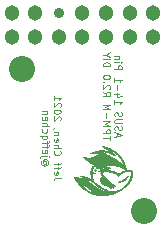
<source format=gbr>
%TF.GenerationSoftware,KiCad,Pcbnew,(5.1.8-0-10_14)*%
%TF.CreationDate,2021-08-04T22:04:29-04:00*%
%TF.ProjectId,MyTPM,4d795450-4d2e-46b6-9963-61645f706362,rev?*%
%TF.SameCoordinates,Original*%
%TF.FileFunction,Soldermask,Bot*%
%TF.FilePolarity,Negative*%
%FSLAX46Y46*%
G04 Gerber Fmt 4.6, Leading zero omitted, Abs format (unit mm)*
G04 Created by KiCad (PCBNEW (5.1.8-0-10_14)) date 2021-08-04 22:04:29*
%MOMM*%
%LPD*%
G01*
G04 APERTURE LIST*
%ADD10C,0.075000*%
%ADD11C,0.010000*%
%ADD12C,2.201600*%
%ADD13C,1.301600*%
%ADD14C,0.901600*%
G04 APERTURE END LIST*
D10*
X148866071Y-81427142D02*
X148437500Y-81427142D01*
X148351785Y-81455714D01*
X148294642Y-81512857D01*
X148266071Y-81598571D01*
X148266071Y-81655714D01*
X148294642Y-80912857D02*
X148266071Y-80970000D01*
X148266071Y-81084285D01*
X148294642Y-81141428D01*
X148351785Y-81170000D01*
X148580357Y-81170000D01*
X148637500Y-81141428D01*
X148666071Y-81084285D01*
X148666071Y-80970000D01*
X148637500Y-80912857D01*
X148580357Y-80884285D01*
X148523214Y-80884285D01*
X148466071Y-81170000D01*
X148666071Y-80712857D02*
X148666071Y-80484285D01*
X148266071Y-80627142D02*
X148780357Y-80627142D01*
X148837500Y-80598571D01*
X148866071Y-80541428D01*
X148866071Y-80484285D01*
X148666071Y-80370000D02*
X148666071Y-80141428D01*
X148266071Y-80284285D02*
X148780357Y-80284285D01*
X148837500Y-80255714D01*
X148866071Y-80198571D01*
X148866071Y-80141428D01*
X148323214Y-79141428D02*
X148294642Y-79170000D01*
X148266071Y-79255714D01*
X148266071Y-79312857D01*
X148294642Y-79398571D01*
X148351785Y-79455714D01*
X148408928Y-79484285D01*
X148523214Y-79512857D01*
X148608928Y-79512857D01*
X148723214Y-79484285D01*
X148780357Y-79455714D01*
X148837500Y-79398571D01*
X148866071Y-79312857D01*
X148866071Y-79255714D01*
X148837500Y-79170000D01*
X148808928Y-79141428D01*
X148266071Y-78884285D02*
X148866071Y-78884285D01*
X148266071Y-78627142D02*
X148580357Y-78627142D01*
X148637500Y-78655714D01*
X148666071Y-78712857D01*
X148666071Y-78798571D01*
X148637500Y-78855714D01*
X148608928Y-78884285D01*
X148294642Y-78112857D02*
X148266071Y-78170000D01*
X148266071Y-78284285D01*
X148294642Y-78341428D01*
X148351785Y-78370000D01*
X148580357Y-78370000D01*
X148637500Y-78341428D01*
X148666071Y-78284285D01*
X148666071Y-78170000D01*
X148637500Y-78112857D01*
X148580357Y-78084285D01*
X148523214Y-78084285D01*
X148466071Y-78370000D01*
X148666071Y-77827142D02*
X148266071Y-77827142D01*
X148608928Y-77827142D02*
X148637500Y-77798571D01*
X148666071Y-77741428D01*
X148666071Y-77655714D01*
X148637500Y-77598571D01*
X148580357Y-77570000D01*
X148266071Y-77570000D01*
X148294642Y-77255714D02*
X148266071Y-77255714D01*
X148208928Y-77284285D01*
X148180357Y-77312857D01*
X148808928Y-76570000D02*
X148837500Y-76541428D01*
X148866071Y-76484285D01*
X148866071Y-76341428D01*
X148837500Y-76284285D01*
X148808928Y-76255714D01*
X148751785Y-76227142D01*
X148694642Y-76227142D01*
X148608928Y-76255714D01*
X148266071Y-76598571D01*
X148266071Y-76227142D01*
X148866071Y-75855714D02*
X148866071Y-75798571D01*
X148837500Y-75741428D01*
X148808928Y-75712857D01*
X148751785Y-75684285D01*
X148637500Y-75655714D01*
X148494642Y-75655714D01*
X148380357Y-75684285D01*
X148323214Y-75712857D01*
X148294642Y-75741428D01*
X148266071Y-75798571D01*
X148266071Y-75855714D01*
X148294642Y-75912857D01*
X148323214Y-75941428D01*
X148380357Y-75970000D01*
X148494642Y-75998571D01*
X148637500Y-75998571D01*
X148751785Y-75970000D01*
X148808928Y-75941428D01*
X148837500Y-75912857D01*
X148866071Y-75855714D01*
X148808928Y-75427142D02*
X148837500Y-75398571D01*
X148866071Y-75341428D01*
X148866071Y-75198571D01*
X148837500Y-75141428D01*
X148808928Y-75112857D01*
X148751785Y-75084285D01*
X148694642Y-75084285D01*
X148608928Y-75112857D01*
X148266071Y-75455714D01*
X148266071Y-75084285D01*
X148266071Y-74512857D02*
X148266071Y-74855714D01*
X148266071Y-74684285D02*
X148866071Y-74684285D01*
X148780357Y-74741428D01*
X148723214Y-74798571D01*
X148694642Y-74855714D01*
X147576785Y-80012857D02*
X147605357Y-80041428D01*
X147633928Y-80098571D01*
X147633928Y-80155714D01*
X147605357Y-80212857D01*
X147576785Y-80241428D01*
X147519642Y-80270000D01*
X147462500Y-80270000D01*
X147405357Y-80241428D01*
X147376785Y-80212857D01*
X147348214Y-80155714D01*
X147348214Y-80098571D01*
X147376785Y-80041428D01*
X147405357Y-80012857D01*
X147633928Y-80012857D02*
X147405357Y-80012857D01*
X147376785Y-79984285D01*
X147376785Y-79955714D01*
X147405357Y-79898571D01*
X147462500Y-79870000D01*
X147605357Y-79870000D01*
X147691071Y-79927142D01*
X147748214Y-80012857D01*
X147776785Y-80127142D01*
X147748214Y-80241428D01*
X147691071Y-80327142D01*
X147605357Y-80384285D01*
X147491071Y-80412857D01*
X147376785Y-80384285D01*
X147291071Y-80327142D01*
X147233928Y-80241428D01*
X147205357Y-80127142D01*
X147233928Y-80012857D01*
X147291071Y-79927142D01*
X147691071Y-79612857D02*
X147176785Y-79612857D01*
X147119642Y-79641428D01*
X147091071Y-79698571D01*
X147091071Y-79727142D01*
X147891071Y-79612857D02*
X147862500Y-79641428D01*
X147833928Y-79612857D01*
X147862500Y-79584285D01*
X147891071Y-79612857D01*
X147833928Y-79612857D01*
X147319642Y-79098571D02*
X147291071Y-79155714D01*
X147291071Y-79270000D01*
X147319642Y-79327142D01*
X147376785Y-79355714D01*
X147605357Y-79355714D01*
X147662500Y-79327142D01*
X147691071Y-79270000D01*
X147691071Y-79155714D01*
X147662500Y-79098571D01*
X147605357Y-79070000D01*
X147548214Y-79070000D01*
X147491071Y-79355714D01*
X147691071Y-78898571D02*
X147691071Y-78670000D01*
X147291071Y-78812857D02*
X147805357Y-78812857D01*
X147862500Y-78784285D01*
X147891071Y-78727142D01*
X147891071Y-78670000D01*
X147691071Y-78555714D02*
X147691071Y-78327142D01*
X147291071Y-78470000D02*
X147805357Y-78470000D01*
X147862500Y-78441428D01*
X147891071Y-78384285D01*
X147891071Y-78327142D01*
X147691071Y-77870000D02*
X147091071Y-77870000D01*
X147319642Y-77870000D02*
X147291071Y-77927142D01*
X147291071Y-78041428D01*
X147319642Y-78098571D01*
X147348214Y-78127142D01*
X147405357Y-78155714D01*
X147576785Y-78155714D01*
X147633928Y-78127142D01*
X147662500Y-78098571D01*
X147691071Y-78041428D01*
X147691071Y-77927142D01*
X147662500Y-77870000D01*
X147319642Y-77327142D02*
X147291071Y-77384285D01*
X147291071Y-77498571D01*
X147319642Y-77555714D01*
X147348214Y-77584285D01*
X147405357Y-77612857D01*
X147576785Y-77612857D01*
X147633928Y-77584285D01*
X147662500Y-77555714D01*
X147691071Y-77498571D01*
X147691071Y-77384285D01*
X147662500Y-77327142D01*
X147291071Y-77070000D02*
X147891071Y-77070000D01*
X147291071Y-76812857D02*
X147605357Y-76812857D01*
X147662500Y-76841428D01*
X147691071Y-76898571D01*
X147691071Y-76984285D01*
X147662500Y-77041428D01*
X147633928Y-77070000D01*
X147319642Y-76298571D02*
X147291071Y-76355714D01*
X147291071Y-76470000D01*
X147319642Y-76527142D01*
X147376785Y-76555714D01*
X147605357Y-76555714D01*
X147662500Y-76527142D01*
X147691071Y-76470000D01*
X147691071Y-76355714D01*
X147662500Y-76298571D01*
X147605357Y-76270000D01*
X147548214Y-76270000D01*
X147491071Y-76555714D01*
X147691071Y-76012857D02*
X147291071Y-76012857D01*
X147633928Y-76012857D02*
X147662500Y-75984285D01*
X147691071Y-75927142D01*
X147691071Y-75841428D01*
X147662500Y-75784285D01*
X147605357Y-75755714D01*
X147291071Y-75755714D01*
X153585060Y-77936931D02*
X153585060Y-77651217D01*
X153413631Y-77994074D02*
X154013631Y-77794074D01*
X153413631Y-77594074D01*
X153442202Y-77422645D02*
X153413631Y-77336931D01*
X153413631Y-77194074D01*
X153442202Y-77136931D01*
X153470774Y-77108360D01*
X153527917Y-77079788D01*
X153585060Y-77079788D01*
X153642202Y-77108360D01*
X153670774Y-77136931D01*
X153699345Y-77194074D01*
X153727917Y-77308360D01*
X153756488Y-77365502D01*
X153785060Y-77394074D01*
X153842202Y-77422645D01*
X153899345Y-77422645D01*
X153956488Y-77394074D01*
X153985060Y-77365502D01*
X154013631Y-77308360D01*
X154013631Y-77165502D01*
X153985060Y-77079788D01*
X154013631Y-76822645D02*
X153527917Y-76822645D01*
X153470774Y-76794074D01*
X153442202Y-76765502D01*
X153413631Y-76708360D01*
X153413631Y-76594074D01*
X153442202Y-76536931D01*
X153470774Y-76508360D01*
X153527917Y-76479788D01*
X154013631Y-76479788D01*
X153442202Y-76222645D02*
X153413631Y-76136931D01*
X153413631Y-75994074D01*
X153442202Y-75936931D01*
X153470774Y-75908360D01*
X153527917Y-75879788D01*
X153585060Y-75879788D01*
X153642202Y-75908360D01*
X153670774Y-75936931D01*
X153699345Y-75994074D01*
X153727917Y-76108360D01*
X153756488Y-76165502D01*
X153785060Y-76194074D01*
X153842202Y-76222645D01*
X153899345Y-76222645D01*
X153956488Y-76194074D01*
X153985060Y-76165502D01*
X154013631Y-76108360D01*
X154013631Y-75965502D01*
X153985060Y-75879788D01*
X153413631Y-74851217D02*
X153413631Y-75194074D01*
X153413631Y-75022645D02*
X154013631Y-75022645D01*
X153927917Y-75079788D01*
X153870774Y-75136931D01*
X153842202Y-75194074D01*
X153813631Y-74336931D02*
X153413631Y-74336931D01*
X154042202Y-74479788D02*
X153613631Y-74622645D01*
X153613631Y-74251217D01*
X153642202Y-74022645D02*
X153642202Y-73565502D01*
X153413631Y-72965502D02*
X153413631Y-73308360D01*
X153413631Y-73136931D02*
X154013631Y-73136931D01*
X153927917Y-73194074D01*
X153870774Y-73251217D01*
X153842202Y-73308360D01*
X153413631Y-72251217D02*
X154013631Y-72251217D01*
X154013631Y-72022645D01*
X153985060Y-71965502D01*
X153956488Y-71936931D01*
X153899345Y-71908360D01*
X153813631Y-71908360D01*
X153756488Y-71936931D01*
X153727917Y-71965502D01*
X153699345Y-72022645D01*
X153699345Y-72251217D01*
X153413631Y-71651217D02*
X153813631Y-71651217D01*
X154013631Y-71651217D02*
X153985060Y-71679788D01*
X153956488Y-71651217D01*
X153985060Y-71622645D01*
X154013631Y-71651217D01*
X153956488Y-71651217D01*
X153813631Y-71365502D02*
X153413631Y-71365502D01*
X153756488Y-71365502D02*
X153785060Y-71336931D01*
X153813631Y-71279788D01*
X153813631Y-71194074D01*
X153785060Y-71136931D01*
X153727917Y-71108360D01*
X153413631Y-71108360D01*
X153038631Y-78208360D02*
X153038631Y-77865502D01*
X152438631Y-78036931D02*
X153038631Y-78036931D01*
X152438631Y-77665502D02*
X153038631Y-77665502D01*
X153038631Y-77436931D01*
X153010060Y-77379788D01*
X152981488Y-77351217D01*
X152924345Y-77322645D01*
X152838631Y-77322645D01*
X152781488Y-77351217D01*
X152752917Y-77379788D01*
X152724345Y-77436931D01*
X152724345Y-77665502D01*
X152438631Y-77065502D02*
X153038631Y-77065502D01*
X152610060Y-76865502D01*
X153038631Y-76665502D01*
X152438631Y-76665502D01*
X152667202Y-76379788D02*
X152667202Y-75922645D01*
X152438631Y-75636931D02*
X153038631Y-75636931D01*
X152610060Y-75436931D01*
X153038631Y-75236931D01*
X152438631Y-75236931D01*
X152438631Y-74151217D02*
X152724345Y-74351217D01*
X152438631Y-74494074D02*
X153038631Y-74494074D01*
X153038631Y-74265502D01*
X153010060Y-74208360D01*
X152981488Y-74179788D01*
X152924345Y-74151217D01*
X152838631Y-74151217D01*
X152781488Y-74179788D01*
X152752917Y-74208360D01*
X152724345Y-74265502D01*
X152724345Y-74494074D01*
X152981488Y-73922645D02*
X153010060Y-73894074D01*
X153038631Y-73836931D01*
X153038631Y-73694074D01*
X153010060Y-73636931D01*
X152981488Y-73608360D01*
X152924345Y-73579788D01*
X152867202Y-73579788D01*
X152781488Y-73608360D01*
X152438631Y-73951217D01*
X152438631Y-73579788D01*
X152495774Y-73322645D02*
X152467202Y-73294074D01*
X152438631Y-73322645D01*
X152467202Y-73351217D01*
X152495774Y-73322645D01*
X152438631Y-73322645D01*
X153038631Y-72922645D02*
X153038631Y-72865502D01*
X153010060Y-72808360D01*
X152981488Y-72779788D01*
X152924345Y-72751217D01*
X152810060Y-72722645D01*
X152667202Y-72722645D01*
X152552917Y-72751217D01*
X152495774Y-72779788D01*
X152467202Y-72808360D01*
X152438631Y-72865502D01*
X152438631Y-72922645D01*
X152467202Y-72979788D01*
X152495774Y-73008360D01*
X152552917Y-73036931D01*
X152667202Y-73065502D01*
X152810060Y-73065502D01*
X152924345Y-73036931D01*
X152981488Y-73008360D01*
X153010060Y-72979788D01*
X153038631Y-72922645D01*
X152438631Y-72008360D02*
X153038631Y-72008360D01*
X153038631Y-71865502D01*
X153010060Y-71779788D01*
X152952917Y-71722645D01*
X152895774Y-71694074D01*
X152781488Y-71665502D01*
X152695774Y-71665502D01*
X152581488Y-71694074D01*
X152524345Y-71722645D01*
X152467202Y-71779788D01*
X152438631Y-71865502D01*
X152438631Y-72008360D01*
X152438631Y-71408360D02*
X153038631Y-71408360D01*
X152724345Y-71008360D02*
X152438631Y-71008360D01*
X153038631Y-71208360D02*
X152724345Y-71008360D01*
X153038631Y-70808360D01*
D11*
%TO.C,G\u002A\u002A\u002A*%
G36*
X154923235Y-81007259D02*
G01*
X154923030Y-80994709D01*
X154922703Y-80983845D01*
X154922319Y-80976187D01*
X154921207Y-80960825D01*
X154919832Y-80945357D01*
X154918235Y-80930037D01*
X154916453Y-80915118D01*
X154914527Y-80900853D01*
X154912497Y-80887495D01*
X154910401Y-80875299D01*
X154908280Y-80864516D01*
X154906172Y-80855400D01*
X154904118Y-80848204D01*
X154902157Y-80843182D01*
X154901350Y-80841750D01*
X154895747Y-80835155D01*
X154888001Y-80829109D01*
X154878052Y-80823587D01*
X154865843Y-80818567D01*
X154851312Y-80814025D01*
X154834402Y-80809936D01*
X154815052Y-80806277D01*
X154811730Y-80805731D01*
X154797253Y-80803597D01*
X154780604Y-80801497D01*
X154762153Y-80799460D01*
X154742267Y-80797514D01*
X154721317Y-80795688D01*
X154699670Y-80794012D01*
X154677695Y-80792514D01*
X154655761Y-80791222D01*
X154634237Y-80790165D01*
X154613491Y-80789373D01*
X154596465Y-80788923D01*
X154581488Y-80788694D01*
X154567315Y-80788644D01*
X154553584Y-80788795D01*
X154539936Y-80789164D01*
X154526012Y-80789771D01*
X154511451Y-80790635D01*
X154495892Y-80791776D01*
X154478977Y-80793212D01*
X154460345Y-80794962D01*
X154439636Y-80797047D01*
X154434854Y-80797543D01*
X154426854Y-80798343D01*
X154419730Y-80798989D01*
X154413861Y-80799453D01*
X154409625Y-80799706D01*
X154407401Y-80799719D01*
X154407166Y-80799660D01*
X154406708Y-80798313D01*
X154405702Y-80794775D01*
X154404219Y-80789316D01*
X154402333Y-80782208D01*
X154400113Y-80773722D01*
X154397633Y-80764129D01*
X154394965Y-80753701D01*
X154394444Y-80751655D01*
X154381712Y-80702218D01*
X154369217Y-80655056D01*
X154356885Y-80609925D01*
X154344641Y-80566579D01*
X154332410Y-80524773D01*
X154320117Y-80484263D01*
X154307687Y-80444803D01*
X154295046Y-80406148D01*
X154282118Y-80368053D01*
X154268828Y-80330272D01*
X154255103Y-80292561D01*
X154250147Y-80279240D01*
X154222513Y-80207907D01*
X154193759Y-80138650D01*
X154163899Y-80071494D01*
X154132947Y-80006465D01*
X154100918Y-79943587D01*
X154067825Y-79882885D01*
X154033683Y-79824384D01*
X153998504Y-79768109D01*
X153962304Y-79714084D01*
X153925097Y-79662335D01*
X153886895Y-79612887D01*
X153849676Y-79568040D01*
X153815929Y-79529980D01*
X153779882Y-79491574D01*
X153741724Y-79452991D01*
X153701642Y-79414398D01*
X153659824Y-79375964D01*
X153616459Y-79337856D01*
X153571734Y-79300243D01*
X153525837Y-79263293D01*
X153478956Y-79227174D01*
X153431279Y-79192053D01*
X153420445Y-79184294D01*
X153367864Y-79147708D01*
X153315828Y-79113290D01*
X153263977Y-79080837D01*
X153211950Y-79050143D01*
X153159387Y-79021005D01*
X153105927Y-78993218D01*
X153051210Y-78966578D01*
X152994876Y-78940880D01*
X152978485Y-78933706D01*
X152912645Y-78906236D01*
X152846070Y-78880613D01*
X152779025Y-78856922D01*
X152711770Y-78835245D01*
X152644569Y-78815666D01*
X152577684Y-78798268D01*
X152511378Y-78783136D01*
X152493694Y-78779467D01*
X152481800Y-78777105D01*
X152469446Y-78774748D01*
X152456889Y-78772437D01*
X152444385Y-78770214D01*
X152432189Y-78768119D01*
X152420558Y-78766193D01*
X152409748Y-78764478D01*
X152400014Y-78763014D01*
X152391613Y-78761843D01*
X152384800Y-78761006D01*
X152379832Y-78760543D01*
X152376965Y-78760495D01*
X152376381Y-78760656D01*
X152377247Y-78761496D01*
X152380148Y-78763557D01*
X152384942Y-78766752D01*
X152391489Y-78770995D01*
X152399647Y-78776197D01*
X152409275Y-78782271D01*
X152420231Y-78789129D01*
X152432373Y-78796685D01*
X152445562Y-78804851D01*
X152459654Y-78813539D01*
X152474509Y-78822662D01*
X152489986Y-78832133D01*
X152505942Y-78841863D01*
X152522237Y-78851766D01*
X152538729Y-78861754D01*
X152555278Y-78871739D01*
X152571740Y-78881635D01*
X152579070Y-78886028D01*
X152610650Y-78905211D01*
X152641753Y-78924675D01*
X152672679Y-78944624D01*
X152703728Y-78965260D01*
X152735196Y-78986788D01*
X152767383Y-79009409D01*
X152800588Y-79033327D01*
X152835109Y-79058745D01*
X152854660Y-79073358D01*
X152860850Y-79077951D01*
X152868731Y-79083710D01*
X152877910Y-79090351D01*
X152887991Y-79097592D01*
X152898581Y-79105148D01*
X152909284Y-79112738D01*
X152919707Y-79120077D01*
X152920065Y-79120329D01*
X152937049Y-79132260D01*
X152952102Y-79142890D01*
X152965393Y-79152347D01*
X152977093Y-79160758D01*
X152987369Y-79168251D01*
X152996391Y-79174955D01*
X153004329Y-79180997D01*
X153011351Y-79186505D01*
X153017627Y-79191607D01*
X153023326Y-79196431D01*
X153028617Y-79201105D01*
X153033669Y-79205756D01*
X153035954Y-79207918D01*
X153040765Y-79212594D01*
X153046151Y-79217977D01*
X153051846Y-79223785D01*
X153057581Y-79229732D01*
X153063090Y-79235537D01*
X153068106Y-79240914D01*
X153072361Y-79245582D01*
X153075588Y-79249255D01*
X153077519Y-79251651D01*
X153077943Y-79252471D01*
X153076645Y-79252223D01*
X153073504Y-79251178D01*
X153069021Y-79249515D01*
X153064804Y-79247855D01*
X153049794Y-79242086D01*
X153032536Y-79235937D01*
X153013282Y-79229480D01*
X152992285Y-79222787D01*
X152969795Y-79215930D01*
X152946065Y-79208980D01*
X152921347Y-79202009D01*
X152895892Y-79195089D01*
X152869953Y-79188290D01*
X152843782Y-79181686D01*
X152817630Y-79175347D01*
X152791749Y-79169345D01*
X152777825Y-79166236D01*
X152711815Y-79152491D01*
X152646758Y-79140509D01*
X152582736Y-79130296D01*
X152519833Y-79121861D01*
X152458130Y-79115210D01*
X152397710Y-79110350D01*
X152338654Y-79107286D01*
X152281047Y-79106028D01*
X152224968Y-79106580D01*
X152170502Y-79108951D01*
X152127585Y-79112211D01*
X152077156Y-79117783D01*
X152025382Y-79125409D01*
X151972368Y-79135058D01*
X151918221Y-79146700D01*
X151863045Y-79160303D01*
X151806948Y-79175836D01*
X151750033Y-79193269D01*
X151692408Y-79212571D01*
X151634178Y-79233711D01*
X151575448Y-79256658D01*
X151516324Y-79281381D01*
X151456911Y-79307850D01*
X151454854Y-79308795D01*
X151447217Y-79312331D01*
X151438682Y-79316319D01*
X151429537Y-79320621D01*
X151420069Y-79325100D01*
X151410567Y-79329618D01*
X151401317Y-79334038D01*
X151392607Y-79338221D01*
X151384725Y-79342029D01*
X151377958Y-79345325D01*
X151372594Y-79347972D01*
X151368921Y-79349830D01*
X151367225Y-79350764D01*
X151367169Y-79350806D01*
X151367873Y-79351017D01*
X151370573Y-79350863D01*
X151374756Y-79350383D01*
X151376694Y-79350113D01*
X151387994Y-79348627D01*
X151401665Y-79347110D01*
X151417541Y-79345576D01*
X151435454Y-79344039D01*
X151455235Y-79342513D01*
X151476718Y-79341013D01*
X151499735Y-79339552D01*
X151505920Y-79339182D01*
X151513917Y-79338800D01*
X151523926Y-79338468D01*
X151535648Y-79338186D01*
X151548786Y-79337954D01*
X151563041Y-79337773D01*
X151578115Y-79337641D01*
X151593711Y-79337559D01*
X151609529Y-79337527D01*
X151625272Y-79337546D01*
X151640642Y-79337614D01*
X151655341Y-79337732D01*
X151669070Y-79337901D01*
X151681531Y-79338119D01*
X151692427Y-79338388D01*
X151701459Y-79338706D01*
X151708328Y-79339075D01*
X151709755Y-79339182D01*
X151722611Y-79340289D01*
X151735951Y-79341574D01*
X151750037Y-79343069D01*
X151765131Y-79344806D01*
X151781495Y-79346816D01*
X151799391Y-79349132D01*
X151819081Y-79351786D01*
X151840826Y-79354809D01*
X151857710Y-79357205D01*
X151873862Y-79359469D01*
X151891752Y-79361900D01*
X151910748Y-79364418D01*
X151930216Y-79366939D01*
X151949523Y-79369384D01*
X151968038Y-79371671D01*
X151985128Y-79373718D01*
X151996140Y-79374992D01*
X152024970Y-79378287D01*
X152051406Y-79381358D01*
X152075585Y-79384225D01*
X152097641Y-79386909D01*
X152117710Y-79389431D01*
X152135926Y-79391810D01*
X152152426Y-79394067D01*
X152167343Y-79396223D01*
X152180815Y-79398298D01*
X152192974Y-79400313D01*
X152203958Y-79402288D01*
X152213901Y-79404244D01*
X152222938Y-79406201D01*
X152231204Y-79408179D01*
X152238835Y-79410200D01*
X152245965Y-79412284D01*
X152249505Y-79413394D01*
X152262205Y-79417469D01*
X152237440Y-79418353D01*
X152211303Y-79420068D01*
X152183543Y-79423356D01*
X152154462Y-79428128D01*
X152124363Y-79434300D01*
X152093546Y-79441784D01*
X152062313Y-79450495D01*
X152030967Y-79460346D01*
X151999808Y-79471250D01*
X151969139Y-79483122D01*
X151939261Y-79495875D01*
X151910476Y-79509422D01*
X151898985Y-79515225D01*
X151890856Y-79519460D01*
X151883189Y-79523558D01*
X151875726Y-79527678D01*
X151868209Y-79531976D01*
X151860380Y-79536610D01*
X151851979Y-79541737D01*
X151842749Y-79547515D01*
X151832432Y-79554102D01*
X151820769Y-79561655D01*
X151807502Y-79570331D01*
X151793575Y-79579494D01*
X151776552Y-79590692D01*
X151761413Y-79600588D01*
X151747946Y-79609312D01*
X151735938Y-79616993D01*
X151725177Y-79623761D01*
X151715448Y-79629746D01*
X151706539Y-79635079D01*
X151698238Y-79639889D01*
X151690331Y-79644306D01*
X151682606Y-79648460D01*
X151674849Y-79652481D01*
X151669833Y-79655013D01*
X151649752Y-79664638D01*
X151630869Y-79672746D01*
X151612537Y-79679542D01*
X151594112Y-79685228D01*
X151574948Y-79690010D01*
X151554400Y-79694091D01*
X151537554Y-79696836D01*
X151475048Y-79705388D01*
X151412791Y-79712242D01*
X151350939Y-79717398D01*
X151289645Y-79720858D01*
X151229066Y-79722623D01*
X151169354Y-79722695D01*
X151110666Y-79721074D01*
X151053155Y-79717763D01*
X150996976Y-79712762D01*
X150942285Y-79706073D01*
X150889235Y-79697697D01*
X150854410Y-79691085D01*
X150847049Y-79689533D01*
X150838522Y-79687644D01*
X150829245Y-79685520D01*
X150819636Y-79683262D01*
X150810111Y-79680970D01*
X150801087Y-79678747D01*
X150792982Y-79676693D01*
X150786213Y-79674909D01*
X150781196Y-79673498D01*
X150778845Y-79672748D01*
X150778615Y-79673179D01*
X150780103Y-79675191D01*
X150783164Y-79678642D01*
X150787650Y-79683388D01*
X150793415Y-79689286D01*
X150800313Y-79696193D01*
X150808198Y-79703965D01*
X150816922Y-79712461D01*
X150826341Y-79721536D01*
X150836306Y-79731047D01*
X150846672Y-79740852D01*
X150857293Y-79750807D01*
X150868022Y-79760769D01*
X150878712Y-79770596D01*
X150882392Y-79773953D01*
X150935535Y-79821422D01*
X150989096Y-79867448D01*
X151042967Y-79911959D01*
X151097043Y-79954881D01*
X151151217Y-79996141D01*
X151205382Y-80035666D01*
X151259433Y-80073383D01*
X151313263Y-80109219D01*
X151366766Y-80143100D01*
X151419836Y-80174954D01*
X151472365Y-80204708D01*
X151524249Y-80232288D01*
X151575380Y-80257621D01*
X151606885Y-80272270D01*
X151628272Y-80281720D01*
X151651972Y-80291751D01*
X151677842Y-80302308D01*
X151705736Y-80313337D01*
X151735509Y-80324784D01*
X151767016Y-80336595D01*
X151800112Y-80348715D01*
X151834652Y-80361090D01*
X151870491Y-80373665D01*
X151907483Y-80386386D01*
X151945485Y-80399200D01*
X151947686Y-80399934D01*
X151961786Y-80404653D01*
X151973617Y-80408653D01*
X151983331Y-80411988D01*
X151991077Y-80414714D01*
X151997007Y-80416886D01*
X152001270Y-80418561D01*
X152004018Y-80419792D01*
X152005401Y-80420637D01*
X152005568Y-80421150D01*
X152005471Y-80421216D01*
X152003460Y-80422160D01*
X151999630Y-80423867D01*
X151994501Y-80426108D01*
X151988592Y-80428656D01*
X151987560Y-80429098D01*
X151980881Y-80432028D01*
X151976053Y-80434382D01*
X151972551Y-80436482D01*
X151969853Y-80438650D01*
X151967432Y-80441208D01*
X151966970Y-80441753D01*
X151961946Y-80447754D01*
X151910985Y-80448661D01*
X151860023Y-80449567D01*
X151838864Y-80428856D01*
X151823009Y-80413707D01*
X151808469Y-80400602D01*
X151795153Y-80389472D01*
X151782967Y-80380245D01*
X151771819Y-80372854D01*
X151761615Y-80367229D01*
X151752264Y-80363299D01*
X151750840Y-80362822D01*
X151746665Y-80361554D01*
X151743271Y-80360829D01*
X151739848Y-80360597D01*
X151735590Y-80360808D01*
X151729689Y-80361412D01*
X151729106Y-80361478D01*
X151707467Y-80365113D01*
X151685512Y-80371113D01*
X151663494Y-80379366D01*
X151641663Y-80389760D01*
X151620271Y-80402183D01*
X151599571Y-80416525D01*
X151592264Y-80422193D01*
X151585019Y-80428340D01*
X151576661Y-80436026D01*
X151567644Y-80444787D01*
X151558420Y-80454163D01*
X151549442Y-80463691D01*
X151541164Y-80472910D01*
X151534038Y-80481357D01*
X151533167Y-80482440D01*
X151514644Y-80507311D01*
X151496931Y-80534433D01*
X151480100Y-80563629D01*
X151464223Y-80594720D01*
X151449373Y-80627528D01*
X151435620Y-80661875D01*
X151423036Y-80697582D01*
X151411695Y-80734472D01*
X151401667Y-80772365D01*
X151393024Y-80811084D01*
X151386523Y-80846282D01*
X151382653Y-80870919D01*
X151379568Y-80893907D01*
X151377218Y-80915919D01*
X151375553Y-80937626D01*
X151374524Y-80959700D01*
X151374080Y-80982813D01*
X151374172Y-81007635D01*
X151374237Y-81012030D01*
X151375852Y-81061160D01*
X151379089Y-81111244D01*
X151383882Y-81161784D01*
X151390167Y-81212277D01*
X151397879Y-81262225D01*
X151406952Y-81311128D01*
X151417322Y-81358485D01*
X151421567Y-81375885D01*
X151430244Y-81408319D01*
X151440329Y-81442273D01*
X151451656Y-81477276D01*
X151464059Y-81512855D01*
X151477371Y-81548539D01*
X151491427Y-81583855D01*
X151506059Y-81618330D01*
X151510263Y-81627825D01*
X151513498Y-81635115D01*
X151516322Y-81641579D01*
X151518589Y-81646872D01*
X151520153Y-81650655D01*
X151520870Y-81652584D01*
X151520893Y-81652758D01*
X151519791Y-81652171D01*
X151516993Y-81650342D01*
X151512860Y-81647515D01*
X151507754Y-81643936D01*
X151504650Y-81641728D01*
X151475373Y-81621281D01*
X151444076Y-81600343D01*
X151411171Y-81579165D01*
X151377068Y-81558000D01*
X151342177Y-81537099D01*
X151306909Y-81516713D01*
X151271673Y-81497095D01*
X151248336Y-81484530D01*
X151207618Y-81463444D01*
X151166087Y-81442950D01*
X151123922Y-81423112D01*
X151081303Y-81403993D01*
X151038410Y-81385655D01*
X150995422Y-81368162D01*
X150952520Y-81351576D01*
X150909883Y-81335961D01*
X150867691Y-81321379D01*
X150826124Y-81307892D01*
X150785361Y-81295565D01*
X150745584Y-81284460D01*
X150706970Y-81274639D01*
X150669701Y-81266165D01*
X150633956Y-81259103D01*
X150599914Y-81253513D01*
X150580090Y-81250857D01*
X150569511Y-81249653D01*
X150558746Y-81248579D01*
X150548093Y-81247651D01*
X150537846Y-81246883D01*
X150528300Y-81246292D01*
X150519750Y-81245894D01*
X150512492Y-81245703D01*
X150506820Y-81245737D01*
X150503030Y-81246011D01*
X150501418Y-81246540D01*
X150501381Y-81246663D01*
X150502474Y-81247468D01*
X150505544Y-81249270D01*
X150510307Y-81251915D01*
X150516478Y-81255245D01*
X150523770Y-81259107D01*
X150531900Y-81263344D01*
X150533413Y-81264125D01*
X150564640Y-81280417D01*
X150595286Y-81296762D01*
X150625138Y-81313038D01*
X150653983Y-81329124D01*
X150681608Y-81344897D01*
X150707798Y-81360234D01*
X150732342Y-81375014D01*
X150755025Y-81389115D01*
X150775634Y-81402413D01*
X150781385Y-81406231D01*
X150790774Y-81412614D01*
X150801526Y-81420101D01*
X150813001Y-81428236D01*
X150824561Y-81436560D01*
X150835565Y-81444618D01*
X150844661Y-81451413D01*
X150854223Y-81458645D01*
X150864563Y-81466463D01*
X150875120Y-81474445D01*
X150885338Y-81482170D01*
X150894658Y-81489215D01*
X150902521Y-81495159D01*
X150902662Y-81495265D01*
X150910616Y-81501183D01*
X150918855Y-81507145D01*
X150926864Y-81512792D01*
X150934128Y-81517763D01*
X150940130Y-81521696D01*
X150942257Y-81523015D01*
X150946175Y-81525349D01*
X150949401Y-81527259D01*
X150951769Y-81528745D01*
X150953115Y-81529808D01*
X150953276Y-81530448D01*
X150952085Y-81530663D01*
X150949380Y-81530455D01*
X150944996Y-81529824D01*
X150938767Y-81528769D01*
X150930531Y-81527290D01*
X150920122Y-81525388D01*
X150907376Y-81523063D01*
X150907115Y-81523015D01*
X150878931Y-81517839D01*
X150848594Y-81512162D01*
X150816425Y-81506047D01*
X150782749Y-81499559D01*
X150747886Y-81492764D01*
X150712161Y-81485726D01*
X150675895Y-81478509D01*
X150639412Y-81471178D01*
X150603033Y-81463798D01*
X150567081Y-81456433D01*
X150531879Y-81449149D01*
X150497750Y-81442009D01*
X150465016Y-81435079D01*
X150434000Y-81428423D01*
X150419715Y-81425322D01*
X150407818Y-81422733D01*
X150395833Y-81420130D01*
X150384188Y-81417608D01*
X150373309Y-81415257D01*
X150363623Y-81413170D01*
X150355556Y-81411440D01*
X150349537Y-81410158D01*
X150349451Y-81410139D01*
X150313884Y-81403267D01*
X150276006Y-81397203D01*
X150235918Y-81391958D01*
X150193722Y-81387545D01*
X150149519Y-81383975D01*
X150110190Y-81381600D01*
X150101628Y-81381216D01*
X150091570Y-81380858D01*
X150080339Y-81380531D01*
X150068254Y-81380239D01*
X150055636Y-81379985D01*
X150042807Y-81379773D01*
X150030086Y-81379607D01*
X150017794Y-81379491D01*
X150006253Y-81379429D01*
X149995782Y-81379425D01*
X149986703Y-81379483D01*
X149979336Y-81379605D01*
X149974002Y-81379797D01*
X149971971Y-81379941D01*
X149961386Y-81380965D01*
X149978574Y-81407917D01*
X150005868Y-81450010D01*
X150034885Y-81493427D01*
X150065403Y-81537863D01*
X150097196Y-81583014D01*
X150130040Y-81628573D01*
X150163711Y-81674235D01*
X150197984Y-81719697D01*
X150232636Y-81764651D01*
X150267442Y-81808793D01*
X150302178Y-81851819D01*
X150326001Y-81880710D01*
X150356619Y-81917184D01*
X150386294Y-81951848D01*
X150415372Y-81985083D01*
X150444196Y-82017269D01*
X150473110Y-82048786D01*
X150502459Y-82080015D01*
X150532588Y-82111336D01*
X150560357Y-82139618D01*
X150594852Y-82174057D01*
X150628263Y-82206620D01*
X150660886Y-82237564D01*
X150693017Y-82267144D01*
X150724953Y-82295617D01*
X150756989Y-82323239D01*
X150789423Y-82350267D01*
X150822550Y-82376957D01*
X150856666Y-82403565D01*
X150892067Y-82430347D01*
X150921085Y-82451758D01*
X150985294Y-82497093D01*
X151050899Y-82540343D01*
X151117821Y-82581465D01*
X151185979Y-82620416D01*
X151255292Y-82657154D01*
X151325681Y-82691636D01*
X151397063Y-82723817D01*
X151469358Y-82753656D01*
X151532567Y-82777544D01*
X151565657Y-82789223D01*
X151597945Y-82800024D01*
X151629145Y-82809859D01*
X151658971Y-82818642D01*
X151687139Y-82826284D01*
X151709120Y-82831713D01*
X151748173Y-82840344D01*
X151788515Y-82848202D01*
X151830271Y-82855300D01*
X151873568Y-82861653D01*
X151918532Y-82867275D01*
X151956135Y-82871219D01*
X151956135Y-82760848D01*
X151928195Y-82760210D01*
X151887242Y-82758363D01*
X151847529Y-82754672D01*
X151808526Y-82749052D01*
X151769706Y-82741418D01*
X151730537Y-82731686D01*
X151705945Y-82724591D01*
X151691660Y-82720147D01*
X151675281Y-82714852D01*
X151657069Y-82708802D01*
X151637289Y-82702091D01*
X151616204Y-82694816D01*
X151594075Y-82687071D01*
X151571166Y-82678952D01*
X151547739Y-82670555D01*
X151524057Y-82661975D01*
X151500384Y-82653307D01*
X151476981Y-82644647D01*
X151454112Y-82636090D01*
X151432039Y-82627732D01*
X151411026Y-82619667D01*
X151391335Y-82611992D01*
X151373228Y-82604802D01*
X151356969Y-82598192D01*
X151350980Y-82595707D01*
X151292197Y-82570210D01*
X151235683Y-82543804D01*
X151181455Y-82516501D01*
X151129531Y-82488309D01*
X151079929Y-82459240D01*
X151032668Y-82429303D01*
X150987764Y-82398508D01*
X150945235Y-82366866D01*
X150931880Y-82356364D01*
X150919564Y-82346469D01*
X150907655Y-82336737D01*
X150895995Y-82327023D01*
X150884425Y-82317179D01*
X150872787Y-82307060D01*
X150860922Y-82296520D01*
X150848672Y-82285412D01*
X150835879Y-82273592D01*
X150822382Y-82260912D01*
X150808025Y-82247227D01*
X150792648Y-82232390D01*
X150776093Y-82216256D01*
X150758202Y-82198678D01*
X150738815Y-82179511D01*
X150725061Y-82165857D01*
X150703938Y-82144808D01*
X150684454Y-82125283D01*
X150666402Y-82107064D01*
X150649574Y-82089933D01*
X150633760Y-82073671D01*
X150618753Y-82058060D01*
X150604345Y-82042882D01*
X150590328Y-82027919D01*
X150576492Y-82012952D01*
X150562630Y-81997763D01*
X150548533Y-81982133D01*
X150533994Y-81965846D01*
X150531135Y-81962625D01*
X150521220Y-81951446D01*
X150512862Y-81942014D01*
X150505931Y-81934181D01*
X150500296Y-81927796D01*
X150495827Y-81922709D01*
X150492393Y-81918771D01*
X150489864Y-81915831D01*
X150488109Y-81913741D01*
X150486998Y-81912349D01*
X150486399Y-81911506D01*
X150486183Y-81911063D01*
X150486174Y-81911007D01*
X150487316Y-81911111D01*
X150490551Y-81911849D01*
X150495538Y-81913132D01*
X150501937Y-81914872D01*
X150509406Y-81916978D01*
X150513733Y-81918227D01*
X150577015Y-81937858D01*
X150639659Y-81959713D01*
X150701480Y-81983709D01*
X150762291Y-82009763D01*
X150821906Y-82037790D01*
X150880141Y-82067709D01*
X150936808Y-82099434D01*
X150991722Y-82132883D01*
X150992068Y-82133103D01*
X151011490Y-82145590D01*
X151030629Y-82158199D01*
X151049699Y-82171087D01*
X151068917Y-82184409D01*
X151088497Y-82198324D01*
X151108654Y-82212987D01*
X151129605Y-82228556D01*
X151151563Y-82245187D01*
X151174745Y-82263037D01*
X151199365Y-82282262D01*
X151225639Y-82303020D01*
X151227790Y-82304728D01*
X151248120Y-82320964D01*
X151266944Y-82336182D01*
X151284606Y-82350681D01*
X151301449Y-82364756D01*
X151317815Y-82378706D01*
X151334048Y-82392826D01*
X151350492Y-82407414D01*
X151367487Y-82422767D01*
X151385379Y-82439183D01*
X151404509Y-82456957D01*
X151415750Y-82467483D01*
X151424576Y-82475749D01*
X151433402Y-82483983D01*
X151441924Y-82491904D01*
X151449839Y-82499231D01*
X151456843Y-82505683D01*
X151462631Y-82510978D01*
X151466901Y-82514836D01*
X151467185Y-82515089D01*
X151500654Y-82543371D01*
X151536303Y-82570575D01*
X151573976Y-82596620D01*
X151613517Y-82621422D01*
X151654770Y-82644901D01*
X151697579Y-82666974D01*
X151741786Y-82687557D01*
X151787237Y-82706571D01*
X151833774Y-82723931D01*
X151881242Y-82739555D01*
X151909780Y-82747972D01*
X151917793Y-82750226D01*
X151926405Y-82752635D01*
X151934638Y-82754928D01*
X151941516Y-82756830D01*
X151942165Y-82757009D01*
X151956135Y-82760848D01*
X151956135Y-82871219D01*
X151965289Y-82872180D01*
X152013964Y-82876382D01*
X152064683Y-82879894D01*
X152117573Y-82882733D01*
X152172759Y-82884910D01*
X152188545Y-82885401D01*
X152200251Y-82885681D01*
X152214148Y-82885906D01*
X152229925Y-82886078D01*
X152247268Y-82886198D01*
X152265867Y-82886268D01*
X152285407Y-82886289D01*
X152305577Y-82886263D01*
X152326064Y-82886191D01*
X152346556Y-82886074D01*
X152366741Y-82885915D01*
X152386305Y-82885714D01*
X152404938Y-82885473D01*
X152422325Y-82885194D01*
X152438156Y-82884878D01*
X152452116Y-82884527D01*
X152463895Y-82884141D01*
X152465405Y-82884083D01*
X152501566Y-82882582D01*
X152535442Y-82881045D01*
X152567287Y-82879453D01*
X152597357Y-82877787D01*
X152625907Y-82876031D01*
X152653190Y-82874166D01*
X152679463Y-82872175D01*
X152704980Y-82870039D01*
X152729995Y-82867740D01*
X152754764Y-82865261D01*
X152779542Y-82862583D01*
X152793065Y-82861043D01*
X152855451Y-82852998D01*
X152855451Y-82608306D01*
X152850484Y-82608075D01*
X152843943Y-82607547D01*
X152835573Y-82606719D01*
X152825117Y-82605590D01*
X152816436Y-82604621D01*
X152766957Y-82598439D01*
X152717038Y-82590998D01*
X152667103Y-82582386D01*
X152617574Y-82572688D01*
X152568873Y-82561994D01*
X152521424Y-82550388D01*
X152475647Y-82537958D01*
X152438735Y-82526925D01*
X152411116Y-82517784D01*
X152381650Y-82507060D01*
X152350439Y-82494802D01*
X152317583Y-82481060D01*
X152283182Y-82465881D01*
X152247335Y-82449317D01*
X152210144Y-82431416D01*
X152171709Y-82412227D01*
X152132130Y-82391800D01*
X152091506Y-82370183D01*
X152049939Y-82347427D01*
X152007528Y-82323580D01*
X151964373Y-82298691D01*
X151920576Y-82272811D01*
X151914880Y-82269400D01*
X151868430Y-82241236D01*
X151823774Y-82213537D01*
X151780982Y-82186351D01*
X151740125Y-82159727D01*
X151701274Y-82133711D01*
X151664502Y-82108353D01*
X151629879Y-82083700D01*
X151597476Y-82059800D01*
X151567365Y-82036701D01*
X151557408Y-82028836D01*
X151542526Y-82017148D01*
X151526002Y-82004457D01*
X151508330Y-81991136D01*
X151490008Y-81977555D01*
X151471528Y-81964085D01*
X151458295Y-81954587D01*
X151445282Y-81945417D01*
X151430342Y-81935079D01*
X151413717Y-81923727D01*
X151395648Y-81911520D01*
X151376375Y-81898614D01*
X151356138Y-81885165D01*
X151335179Y-81871331D01*
X151313738Y-81857266D01*
X151292055Y-81843130D01*
X151270372Y-81829077D01*
X151248930Y-81815264D01*
X151227968Y-81801849D01*
X151207727Y-81788987D01*
X151188449Y-81776836D01*
X151170373Y-81765551D01*
X151153741Y-81755290D01*
X151138793Y-81746210D01*
X151130184Y-81741068D01*
X151109909Y-81729242D01*
X151088991Y-81717392D01*
X151067719Y-81705666D01*
X151046383Y-81694210D01*
X151025273Y-81683174D01*
X151004677Y-81672705D01*
X150984884Y-81662952D01*
X150966185Y-81654062D01*
X150948869Y-81646183D01*
X150933224Y-81639463D01*
X150925213Y-81636227D01*
X150920112Y-81634148D01*
X150916032Y-81632340D01*
X150913466Y-81631033D01*
X150912830Y-81630516D01*
X150914033Y-81630152D01*
X150917386Y-81629628D01*
X150922510Y-81628993D01*
X150929023Y-81628291D01*
X150936545Y-81627571D01*
X150937913Y-81627448D01*
X150952509Y-81626300D01*
X150967270Y-81625408D01*
X150981772Y-81624782D01*
X150995589Y-81624432D01*
X151008295Y-81624366D01*
X151019466Y-81624596D01*
X151028675Y-81625130D01*
X151031094Y-81625362D01*
X151055433Y-81628825D01*
X151080860Y-81634042D01*
X151106769Y-81640876D01*
X151125233Y-81646670D01*
X151132292Y-81648990D01*
X151137391Y-81650527D01*
X151140956Y-81651370D01*
X151143412Y-81651610D01*
X151145184Y-81651338D01*
X151145890Y-81651065D01*
X151149310Y-81648290D01*
X151151177Y-81644289D01*
X151151137Y-81640457D01*
X151149950Y-81638300D01*
X151147120Y-81634420D01*
X151142752Y-81628933D01*
X151136952Y-81621957D01*
X151129826Y-81613610D01*
X151121479Y-81604010D01*
X151112018Y-81593274D01*
X151101546Y-81581521D01*
X151090172Y-81568868D01*
X151077998Y-81555432D01*
X151065133Y-81541333D01*
X151051680Y-81526686D01*
X151037747Y-81511611D01*
X151023438Y-81496224D01*
X151008858Y-81480644D01*
X150994115Y-81464988D01*
X150986761Y-81457218D01*
X150981197Y-81451309D01*
X150976305Y-81446039D01*
X150972330Y-81441676D01*
X150969514Y-81438490D01*
X150968103Y-81436748D01*
X150967990Y-81436508D01*
X150969263Y-81436783D01*
X150972545Y-81437811D01*
X150977464Y-81439466D01*
X150983645Y-81441623D01*
X150990715Y-81444155D01*
X150991310Y-81444371D01*
X151039883Y-81462834D01*
X151087767Y-81482728D01*
X151135160Y-81504159D01*
X151182260Y-81527234D01*
X151229266Y-81552060D01*
X151276373Y-81578743D01*
X151323781Y-81607388D01*
X151371688Y-81638103D01*
X151420289Y-81670994D01*
X151445595Y-81688774D01*
X151468899Y-81705417D01*
X151490328Y-81720890D01*
X151510138Y-81735402D01*
X151528585Y-81749165D01*
X151545926Y-81762391D01*
X151562415Y-81775290D01*
X151578311Y-81788073D01*
X151593867Y-81800952D01*
X151609342Y-81814137D01*
X151624990Y-81827840D01*
X151641068Y-81842271D01*
X151657832Y-81857643D01*
X151675538Y-81874165D01*
X151694442Y-81892049D01*
X151708509Y-81905475D01*
X151729315Y-81925376D01*
X151748418Y-81943606D01*
X151765933Y-81960268D01*
X151781976Y-81975465D01*
X151796661Y-81989301D01*
X151810104Y-82001879D01*
X151822420Y-82013302D01*
X151833723Y-82023674D01*
X151844128Y-82033097D01*
X151853752Y-82041675D01*
X151862707Y-82049511D01*
X151871111Y-82056708D01*
X151879077Y-82063369D01*
X151886722Y-82069599D01*
X151894159Y-82075499D01*
X151901503Y-82081173D01*
X151908871Y-82086725D01*
X151916377Y-82092257D01*
X151917942Y-82093397D01*
X151934626Y-82105356D01*
X151953274Y-82118408D01*
X151973642Y-82132396D01*
X151995482Y-82147162D01*
X152018549Y-82162547D01*
X152042597Y-82178395D01*
X152067380Y-82194549D01*
X152092652Y-82210849D01*
X152118167Y-82227138D01*
X152143678Y-82243260D01*
X152168941Y-82259056D01*
X152193709Y-82274368D01*
X152217736Y-82289039D01*
X152240776Y-82302911D01*
X152262583Y-82315827D01*
X152282912Y-82327628D01*
X152286970Y-82329951D01*
X152340921Y-82360003D01*
X152397051Y-82389858D01*
X152455002Y-82419348D01*
X152514415Y-82448303D01*
X152574929Y-82476556D01*
X152636186Y-82503936D01*
X152697825Y-82530276D01*
X152759488Y-82555406D01*
X152805130Y-82573204D01*
X152815245Y-82577065D01*
X152824991Y-82580775D01*
X152834015Y-82584199D01*
X152841966Y-82587206D01*
X152848492Y-82589661D01*
X152853241Y-82591432D01*
X152855295Y-82592184D01*
X152861594Y-82594892D01*
X152865460Y-82597668D01*
X152867003Y-82600645D01*
X152866328Y-82603957D01*
X152865668Y-82605099D01*
X152864719Y-82606314D01*
X152863480Y-82607245D01*
X152861693Y-82607889D01*
X152859102Y-82608243D01*
X152855451Y-82608306D01*
X152855451Y-82852998D01*
X152863829Y-82851917D01*
X152933630Y-82841034D01*
X153002598Y-82828349D01*
X153070862Y-82813818D01*
X153138551Y-82797398D01*
X153205795Y-82779045D01*
X153249861Y-82765660D01*
X153249861Y-82592805D01*
X153229319Y-82592709D01*
X153207940Y-82592350D01*
X153186005Y-82591747D01*
X153163800Y-82590913D01*
X153141607Y-82589866D01*
X153119710Y-82588621D01*
X153098393Y-82587194D01*
X153077939Y-82585601D01*
X153058633Y-82583859D01*
X153040757Y-82581983D01*
X153024595Y-82579989D01*
X153010431Y-82577893D01*
X152999539Y-82575916D01*
X152983664Y-82572362D01*
X152967762Y-82568119D01*
X152951618Y-82563097D01*
X152935015Y-82557204D01*
X152917737Y-82550350D01*
X152899570Y-82542442D01*
X152880296Y-82533391D01*
X152859701Y-82523106D01*
X152837568Y-82511494D01*
X152813682Y-82498467D01*
X152807035Y-82494768D01*
X152786891Y-82483574D01*
X152768656Y-82473583D01*
X152752072Y-82464673D01*
X152736881Y-82456722D01*
X152722825Y-82449611D01*
X152709645Y-82443217D01*
X152697082Y-82437420D01*
X152684878Y-82432099D01*
X152672776Y-82427132D01*
X152660515Y-82422400D01*
X152647838Y-82417779D01*
X152634487Y-82413151D01*
X152628470Y-82411126D01*
X152609470Y-82404533D01*
X152590335Y-82397375D01*
X152570940Y-82389586D01*
X152551156Y-82381096D01*
X152530857Y-82371838D01*
X152509915Y-82361742D01*
X152488203Y-82350741D01*
X152465593Y-82338767D01*
X152441960Y-82325750D01*
X152417174Y-82311623D01*
X152391109Y-82296318D01*
X152363638Y-82279765D01*
X152334633Y-82261898D01*
X152303968Y-82242646D01*
X152271514Y-82221943D01*
X152248870Y-82207332D01*
X152238868Y-82200836D01*
X152227752Y-82193588D01*
X152215760Y-82185744D01*
X152203127Y-82177463D01*
X152190090Y-82168898D01*
X152176887Y-82160208D01*
X152163754Y-82151548D01*
X152150927Y-82143074D01*
X152138643Y-82134944D01*
X152127140Y-82127312D01*
X152116654Y-82120337D01*
X152107421Y-82114173D01*
X152099678Y-82108977D01*
X152093662Y-82104906D01*
X152090643Y-82102836D01*
X152078821Y-82094589D01*
X152066869Y-82086123D01*
X152054680Y-82077356D01*
X152042150Y-82068204D01*
X152029171Y-82058583D01*
X152015637Y-82048411D01*
X152001442Y-82037604D01*
X151986479Y-82026080D01*
X151970643Y-82013756D01*
X151953827Y-82000547D01*
X151935924Y-81986372D01*
X151916829Y-81971146D01*
X151896436Y-81954787D01*
X151874637Y-81937212D01*
X151851327Y-81918338D01*
X151826400Y-81898081D01*
X151799748Y-81876358D01*
X151771267Y-81853087D01*
X151769593Y-81851718D01*
X151675761Y-81774960D01*
X151666251Y-81755128D01*
X151637193Y-81691981D01*
X151610639Y-81628943D01*
X151586559Y-81565930D01*
X151564925Y-81502857D01*
X151545709Y-81439639D01*
X151528881Y-81376192D01*
X151514412Y-81312430D01*
X151512424Y-81302736D01*
X151507279Y-81276344D01*
X151502719Y-81250829D01*
X151498695Y-81225777D01*
X151495156Y-81200770D01*
X151492052Y-81175394D01*
X151489333Y-81149233D01*
X151486950Y-81121871D01*
X151484851Y-81092892D01*
X151482988Y-81061880D01*
X151482629Y-81055210D01*
X151482508Y-81051840D01*
X151482381Y-81046426D01*
X151482255Y-81039464D01*
X151482141Y-81031450D01*
X151482047Y-81022879D01*
X151482025Y-81020450D01*
X151481790Y-80992674D01*
X151495987Y-81007540D01*
X151508653Y-81020109D01*
X151520768Y-81030592D01*
X151532750Y-81039254D01*
X151545020Y-81046357D01*
X151557996Y-81052162D01*
X151572098Y-81056934D01*
X151577033Y-81058316D01*
X151593665Y-81061717D01*
X151612260Y-81063539D01*
X151632823Y-81063785D01*
X151655362Y-81062452D01*
X151679880Y-81059542D01*
X151698960Y-81056435D01*
X151720332Y-81052039D01*
X151739294Y-81046961D01*
X151755892Y-81041182D01*
X151770168Y-81034682D01*
X151782166Y-81027443D01*
X151791930Y-81019446D01*
X151797638Y-81013162D01*
X151799922Y-81010150D01*
X151801311Y-81008074D01*
X151801528Y-81007507D01*
X151800212Y-81007465D01*
X151796825Y-81007570D01*
X151791833Y-81007801D01*
X151785699Y-81008140D01*
X151783415Y-81008277D01*
X151771384Y-81008845D01*
X151757728Y-81009204D01*
X151743185Y-81009357D01*
X151728492Y-81009303D01*
X151714387Y-81009043D01*
X151701608Y-81008579D01*
X151694515Y-81008178D01*
X151670352Y-81006159D01*
X151648367Y-81003431D01*
X151628277Y-80999898D01*
X151609796Y-80995468D01*
X151592639Y-80990046D01*
X151576522Y-80983539D01*
X151561160Y-80975853D01*
X151546267Y-80966893D01*
X151531559Y-80956567D01*
X151526875Y-80952983D01*
X151518984Y-80946434D01*
X151511463Y-80939454D01*
X151504568Y-80932347D01*
X151498554Y-80925416D01*
X151493677Y-80918965D01*
X151490194Y-80913298D01*
X151488360Y-80908717D01*
X151488140Y-80907025D01*
X151488379Y-80903115D01*
X151489055Y-80897064D01*
X151490110Y-80889220D01*
X151491487Y-80879933D01*
X151493128Y-80869553D01*
X151494974Y-80858429D01*
X151496968Y-80846910D01*
X151499051Y-80835345D01*
X151501165Y-80824085D01*
X151503253Y-80813478D01*
X151505255Y-80803873D01*
X151505373Y-80803330D01*
X151512452Y-80772589D01*
X151520259Y-80742157D01*
X151528707Y-80712275D01*
X151537711Y-80683184D01*
X151547184Y-80655127D01*
X151557041Y-80628344D01*
X151567196Y-80603077D01*
X151577563Y-80579566D01*
X151588055Y-80558055D01*
X151598587Y-80538782D01*
X151601115Y-80534510D01*
X151611755Y-80517952D01*
X151623175Y-80502255D01*
X151635182Y-80487595D01*
X151647583Y-80474152D01*
X151660185Y-80462102D01*
X151672793Y-80451624D01*
X151685216Y-80442897D01*
X151697259Y-80436096D01*
X151708730Y-80431402D01*
X151714917Y-80429741D01*
X151723687Y-80428280D01*
X151731394Y-80428019D01*
X151739222Y-80428982D01*
X151745010Y-80430292D01*
X151758268Y-80434943D01*
X151771154Y-80442028D01*
X151783693Y-80451567D01*
X151795908Y-80463580D01*
X151807822Y-80478087D01*
X151815369Y-80488790D01*
X151818855Y-80494175D01*
X151822182Y-80499693D01*
X151825566Y-80505751D01*
X151829223Y-80512755D01*
X151833369Y-80521112D01*
X151838222Y-80531228D01*
X151840433Y-80535911D01*
X151847478Y-80550179D01*
X151854039Y-80562011D01*
X151860148Y-80571458D01*
X151865837Y-80578570D01*
X151868945Y-80581636D01*
X151877109Y-80587587D01*
X151887725Y-80593218D01*
X151900721Y-80598505D01*
X151916027Y-80603421D01*
X151929465Y-80606883D01*
X151929465Y-80509110D01*
X151928830Y-80508475D01*
X151929465Y-80507840D01*
X151930100Y-80508475D01*
X151929465Y-80509110D01*
X151929465Y-80606883D01*
X151933572Y-80607942D01*
X151953284Y-80612042D01*
X151955500Y-80612451D01*
X151979684Y-80616392D01*
X152005883Y-80619784D01*
X152033623Y-80622587D01*
X152062433Y-80624764D01*
X152091839Y-80626276D01*
X152121368Y-80627087D01*
X152138739Y-80627220D01*
X152149890Y-80627192D01*
X152158814Y-80627079D01*
X152165825Y-80626840D01*
X152171236Y-80626435D01*
X152175360Y-80625821D01*
X152178509Y-80624957D01*
X152179412Y-80624538D01*
X152179412Y-80522122D01*
X152166733Y-80521612D01*
X152160432Y-80521265D01*
X152155796Y-80520692D01*
X152151953Y-80519703D01*
X152148028Y-80518106D01*
X152145812Y-80517045D01*
X152136001Y-80510966D01*
X152128142Y-80503330D01*
X152122211Y-80494095D01*
X152118186Y-80483220D01*
X152116043Y-80470665D01*
X152115660Y-80463139D01*
X152115520Y-80453363D01*
X152119013Y-80454526D01*
X152121256Y-80455228D01*
X152125515Y-80456521D01*
X152131366Y-80458278D01*
X152138389Y-80460372D01*
X152146161Y-80462677D01*
X152148259Y-80463297D01*
X152155966Y-80465589D01*
X152162852Y-80467666D01*
X152168541Y-80469413D01*
X152172661Y-80470713D01*
X152174835Y-80471453D01*
X152175058Y-80471551D01*
X152175535Y-80473001D01*
X152176055Y-80476465D01*
X152176555Y-80481420D01*
X152176960Y-80487161D01*
X152177393Y-80494354D01*
X152177878Y-80501827D01*
X152178343Y-80508528D01*
X152178615Y-80512124D01*
X152179412Y-80522122D01*
X152179412Y-80624538D01*
X152180998Y-80623802D01*
X152183140Y-80622315D01*
X152184454Y-80621185D01*
X152186053Y-80619548D01*
X152185734Y-80618695D01*
X152184501Y-80618148D01*
X152184233Y-80617626D01*
X152186235Y-80617276D01*
X152189180Y-80617158D01*
X152193293Y-80617229D01*
X152195806Y-80617842D01*
X152197653Y-80619417D01*
X152199323Y-80621714D01*
X152202282Y-80625527D01*
X152206485Y-80630259D01*
X152211475Y-80635464D01*
X152216791Y-80640694D01*
X152221975Y-80645501D01*
X152226568Y-80649439D01*
X152230111Y-80652060D01*
X152230998Y-80652574D01*
X152239311Y-80655874D01*
X152250048Y-80658540D01*
X152263174Y-80660563D01*
X152272499Y-80661492D01*
X152279889Y-80662138D01*
X152287265Y-80662851D01*
X152293812Y-80663548D01*
X152298714Y-80664146D01*
X152299035Y-80664190D01*
X152308714Y-80664825D01*
X152319614Y-80664311D01*
X152331247Y-80662778D01*
X152343127Y-80660352D01*
X152354768Y-80657164D01*
X152365681Y-80653341D01*
X152375381Y-80649011D01*
X152383381Y-80644304D01*
X152387783Y-80640782D01*
X152390446Y-80638034D01*
X152392106Y-80635867D01*
X152392380Y-80635178D01*
X152391187Y-80634551D01*
X152387846Y-80634351D01*
X152383808Y-80634522D01*
X152379714Y-80634643D01*
X152373690Y-80634596D01*
X152366338Y-80634398D01*
X152358261Y-80634063D01*
X152351430Y-80633692D01*
X152330591Y-80631986D01*
X152312131Y-80629530D01*
X152295995Y-80626310D01*
X152282131Y-80622309D01*
X152270486Y-80617512D01*
X152261005Y-80611904D01*
X152253636Y-80605468D01*
X152253479Y-80605298D01*
X152246181Y-80596244D01*
X152239470Y-80585942D01*
X152234644Y-80576692D01*
X152232550Y-80571782D01*
X152230890Y-80567058D01*
X152229614Y-80562139D01*
X152228673Y-80556647D01*
X152228021Y-80550201D01*
X152227608Y-80542422D01*
X152227385Y-80532931D01*
X152227305Y-80521347D01*
X152227303Y-80519073D01*
X152227280Y-80486491D01*
X152237758Y-80489398D01*
X152241713Y-80490496D01*
X152247691Y-80492159D01*
X152255271Y-80494268D01*
X152264029Y-80496705D01*
X152273542Y-80499353D01*
X152283387Y-80502095D01*
X152285065Y-80502562D01*
X152356488Y-80522024D01*
X152429952Y-80541204D01*
X152504963Y-80559978D01*
X152581027Y-80578222D01*
X152651353Y-80594396D01*
X152664580Y-80597375D01*
X152627223Y-80608493D01*
X152589341Y-80619969D01*
X152553846Y-80631142D01*
X152520752Y-80642005D01*
X152490076Y-80652553D01*
X152461833Y-80662779D01*
X152436039Y-80672679D01*
X152412711Y-80682245D01*
X152391864Y-80691474D01*
X152373513Y-80700358D01*
X152370155Y-80702087D01*
X152356472Y-80709387D01*
X152340752Y-80718100D01*
X152323045Y-80728194D01*
X152303405Y-80739637D01*
X152281884Y-80752398D01*
X152258534Y-80766446D01*
X152233407Y-80781750D01*
X152206555Y-80798277D01*
X152178030Y-80815998D01*
X152147886Y-80834880D01*
X152123775Y-80850081D01*
X152109172Y-80859317D01*
X152096576Y-80867288D01*
X152085848Y-80874087D01*
X152076846Y-80879804D01*
X152069431Y-80884530D01*
X152063460Y-80888355D01*
X152058793Y-80891370D01*
X152055290Y-80893665D01*
X152052810Y-80895331D01*
X152051211Y-80896459D01*
X152050353Y-80897139D01*
X152050095Y-80897463D01*
X152050108Y-80897499D01*
X152051426Y-80897512D01*
X152054944Y-80897347D01*
X152060331Y-80897023D01*
X152067256Y-80896561D01*
X152075385Y-80895984D01*
X152084389Y-80895312D01*
X152084597Y-80895296D01*
X152142694Y-80891237D01*
X152201542Y-80887868D01*
X152260917Y-80885185D01*
X152320596Y-80883185D01*
X152380355Y-80881866D01*
X152439970Y-80881225D01*
X152499217Y-80881257D01*
X152557872Y-80881961D01*
X152615712Y-80883332D01*
X152672512Y-80885368D01*
X152728050Y-80888066D01*
X152782100Y-80891423D01*
X152834440Y-80895434D01*
X152884845Y-80900099D01*
X152933092Y-80905412D01*
X152948640Y-80907325D01*
X152997305Y-80914450D01*
X153047252Y-80923667D01*
X153098377Y-80934944D01*
X153150574Y-80948244D01*
X153203736Y-80963536D01*
X153257758Y-80980784D01*
X153312536Y-80999955D01*
X153367962Y-81021014D01*
X153423931Y-81043927D01*
X153480337Y-81068661D01*
X153537076Y-81095181D01*
X153547445Y-81100205D01*
X153560844Y-81106813D01*
X153575161Y-81114018D01*
X153590080Y-81121654D01*
X153605284Y-81129549D01*
X153620455Y-81137536D01*
X153635277Y-81145444D01*
X153649432Y-81153104D01*
X153662604Y-81160348D01*
X153674476Y-81167005D01*
X153684731Y-81172908D01*
X153693051Y-81177885D01*
X153693785Y-81178339D01*
X153699155Y-81181666D01*
X153684444Y-81202990D01*
X153678825Y-81211260D01*
X153674599Y-81217843D01*
X153671616Y-81223071D01*
X153669729Y-81227278D01*
X153668789Y-81230796D01*
X153668650Y-81233959D01*
X153669163Y-81237100D01*
X153669208Y-81237281D01*
X153671495Y-81242011D01*
X153675445Y-81246284D01*
X153680214Y-81249239D01*
X153681402Y-81249662D01*
X153685575Y-81250636D01*
X153689196Y-81250666D01*
X153692672Y-81249543D01*
X153696415Y-81247052D01*
X153700835Y-81242982D01*
X153706341Y-81237122D01*
X153706938Y-81236461D01*
X153744482Y-81196485D01*
X153773986Y-81167574D01*
X153773986Y-81092476D01*
X153772312Y-81092312D01*
X153769816Y-81091132D01*
X153765995Y-81088736D01*
X153763750Y-81087235D01*
X153758298Y-81083676D01*
X153751067Y-81079132D01*
X153742491Y-81073863D01*
X153733006Y-81068130D01*
X153723045Y-81062193D01*
X153713043Y-81056312D01*
X153703436Y-81050749D01*
X153694656Y-81045763D01*
X153692860Y-81044759D01*
X153639802Y-81016337D01*
X153584601Y-80988986D01*
X153527451Y-80962784D01*
X153468547Y-80937808D01*
X153408085Y-80914136D01*
X153346259Y-80891847D01*
X153283264Y-80871017D01*
X153219295Y-80851726D01*
X153188670Y-80843137D01*
X153126213Y-80827042D01*
X153063693Y-80812957D01*
X153000893Y-80800851D01*
X152937593Y-80790698D01*
X152873572Y-80782468D01*
X152808611Y-80776134D01*
X152742491Y-80771666D01*
X152674992Y-80769036D01*
X152608915Y-80768215D01*
X152578570Y-80768390D01*
X152548467Y-80768904D01*
X152518899Y-80769742D01*
X152490160Y-80770890D01*
X152462542Y-80772333D01*
X152436337Y-80774055D01*
X152411839Y-80776043D01*
X152389340Y-80778280D01*
X152372695Y-80780276D01*
X152372430Y-80780243D01*
X152373135Y-80779941D01*
X152374873Y-80779351D01*
X152377708Y-80778454D01*
X152381705Y-80777234D01*
X152386926Y-80775671D01*
X152393435Y-80773747D01*
X152401297Y-80771444D01*
X152410574Y-80768743D01*
X152421331Y-80765627D01*
X152433631Y-80762077D01*
X152447537Y-80758074D01*
X152463114Y-80753600D01*
X152480425Y-80748637D01*
X152499534Y-80743167D01*
X152520505Y-80737172D01*
X152543400Y-80730632D01*
X152568285Y-80723530D01*
X152595222Y-80715848D01*
X152624276Y-80707567D01*
X152655509Y-80698668D01*
X152688986Y-80689135D01*
X152724770Y-80678947D01*
X152762925Y-80668087D01*
X152768503Y-80666500D01*
X152791980Y-80659813D01*
X152814789Y-80653307D01*
X152836812Y-80647015D01*
X152857929Y-80640971D01*
X152878022Y-80635210D01*
X152896972Y-80629766D01*
X152914659Y-80624674D01*
X152930965Y-80619968D01*
X152945770Y-80615682D01*
X152958956Y-80611852D01*
X152970404Y-80608510D01*
X152979994Y-80605692D01*
X152987608Y-80603432D01*
X152993126Y-80601765D01*
X152996430Y-80600724D01*
X152997411Y-80600349D01*
X152995813Y-80599026D01*
X152992201Y-80596762D01*
X152986860Y-80593703D01*
X152980071Y-80589994D01*
X152972118Y-80585780D01*
X152963283Y-80581207D01*
X152953850Y-80576419D01*
X152944103Y-80571561D01*
X152934322Y-80566780D01*
X152924793Y-80562220D01*
X152915797Y-80558027D01*
X152908635Y-80554794D01*
X152896506Y-80549561D01*
X152882601Y-80543795D01*
X152867560Y-80537749D01*
X152852023Y-80531674D01*
X152836630Y-80525822D01*
X152822022Y-80520444D01*
X152813685Y-80517475D01*
X152790789Y-80509752D01*
X152765376Y-80501761D01*
X152737454Y-80493505D01*
X152707032Y-80484986D01*
X152674118Y-80476206D01*
X152638720Y-80467167D01*
X152600846Y-80457871D01*
X152560506Y-80448321D01*
X152517708Y-80438518D01*
X152472460Y-80428464D01*
X152424770Y-80418162D01*
X152391745Y-80411183D01*
X152384125Y-80409586D01*
X152392380Y-80407977D01*
X152402978Y-80406017D01*
X152415814Y-80403823D01*
X152430605Y-80401433D01*
X152447062Y-80398888D01*
X152464902Y-80396227D01*
X152483837Y-80393490D01*
X152503583Y-80390716D01*
X152523853Y-80387946D01*
X152544361Y-80385219D01*
X152564822Y-80382574D01*
X152584949Y-80380052D01*
X152604458Y-80377692D01*
X152623062Y-80375534D01*
X152637490Y-80373938D01*
X152695998Y-80367975D01*
X152752633Y-80362931D01*
X152807879Y-80358779D01*
X152862222Y-80355491D01*
X152916146Y-80353040D01*
X152970136Y-80351400D01*
X153024676Y-80350543D01*
X153059765Y-80350394D01*
X153103127Y-80350620D01*
X153144337Y-80351312D01*
X153183748Y-80352492D01*
X153221707Y-80354178D01*
X153258567Y-80356394D01*
X153294676Y-80359158D01*
X153330385Y-80362494D01*
X153366044Y-80366420D01*
X153400143Y-80370710D01*
X153457172Y-80379281D01*
X153515226Y-80389909D01*
X153573973Y-80402503D01*
X153633085Y-80416972D01*
X153692232Y-80433222D01*
X153751083Y-80451164D01*
X153809310Y-80470705D01*
X153866582Y-80491753D01*
X153922571Y-80514216D01*
X153935430Y-80519658D01*
X153974340Y-80536797D01*
X154012914Y-80554783D01*
X154050897Y-80573474D01*
X154088034Y-80592729D01*
X154124069Y-80612407D01*
X154158746Y-80632366D01*
X154191810Y-80652464D01*
X154208338Y-80663111D01*
X154208338Y-80398810D01*
X154203012Y-80394461D01*
X154196062Y-80388851D01*
X154187231Y-80381828D01*
X154176670Y-80373507D01*
X154164527Y-80364003D01*
X154150953Y-80353430D01*
X154136096Y-80341904D01*
X154120107Y-80329538D01*
X154103135Y-80316447D01*
X154085330Y-80302746D01*
X154066840Y-80288549D01*
X154047816Y-80273971D01*
X154028407Y-80259126D01*
X154008763Y-80244130D01*
X153989033Y-80229096D01*
X153969366Y-80214139D01*
X153949913Y-80199374D01*
X153930822Y-80184915D01*
X153912244Y-80170878D01*
X153894328Y-80157375D01*
X153877223Y-80144523D01*
X153861079Y-80132435D01*
X153859230Y-80131054D01*
X153809805Y-80094276D01*
X153762178Y-80059114D01*
X153716248Y-80025500D01*
X153671915Y-79993365D01*
X153629078Y-79962639D01*
X153587635Y-79933253D01*
X153547487Y-79905136D01*
X153508532Y-79878221D01*
X153470670Y-79852437D01*
X153433799Y-79827716D01*
X153397818Y-79803987D01*
X153362628Y-79781182D01*
X153328126Y-79759231D01*
X153294213Y-79738064D01*
X153260787Y-79717613D01*
X153240740Y-79705547D01*
X153182460Y-79671234D01*
X153121874Y-79636625D01*
X153059185Y-79601826D01*
X152994593Y-79566941D01*
X152928303Y-79532076D01*
X152860515Y-79497337D01*
X152791433Y-79462830D01*
X152721257Y-79428660D01*
X152650191Y-79394932D01*
X152612090Y-79377206D01*
X152573125Y-79359332D01*
X152533561Y-79341431D01*
X152493725Y-79323646D01*
X152453942Y-79306116D01*
X152414535Y-79288981D01*
X152375830Y-79272384D01*
X152338152Y-79256463D01*
X152301826Y-79241359D01*
X152267176Y-79227214D01*
X152243155Y-79217585D01*
X152235136Y-79214397D01*
X152227798Y-79211477D01*
X152221507Y-79208972D01*
X152216629Y-79207026D01*
X152213528Y-79205786D01*
X152212675Y-79205443D01*
X152211945Y-79204925D01*
X152212483Y-79204417D01*
X152214481Y-79203892D01*
X152218129Y-79203323D01*
X152223619Y-79202685D01*
X152231141Y-79201949D01*
X152240887Y-79201089D01*
X152248235Y-79200474D01*
X152263346Y-79199277D01*
X152277469Y-79198276D01*
X152291123Y-79197446D01*
X152304828Y-79196764D01*
X152319104Y-79196207D01*
X152334470Y-79195751D01*
X152351445Y-79195372D01*
X152366345Y-79195112D01*
X152423659Y-79195099D01*
X152480261Y-79196867D01*
X152535991Y-79200395D01*
X152590688Y-79205663D01*
X152644194Y-79212651D01*
X152696347Y-79221339D01*
X152746988Y-79231707D01*
X152795957Y-79243733D01*
X152831800Y-79253924D01*
X152846191Y-79258381D01*
X152860459Y-79263042D01*
X152875026Y-79268058D01*
X152890317Y-79273582D01*
X152906755Y-79279765D01*
X152924762Y-79286760D01*
X152939115Y-79292455D01*
X152986051Y-79311443D01*
X153031455Y-79330269D01*
X153075247Y-79348896D01*
X153117345Y-79367284D01*
X153157667Y-79385396D01*
X153196133Y-79403192D01*
X153232661Y-79420634D01*
X153267169Y-79437684D01*
X153299576Y-79454302D01*
X153329801Y-79470451D01*
X153357763Y-79486091D01*
X153383379Y-79501185D01*
X153395278Y-79508512D01*
X153401390Y-79512268D01*
X153406847Y-79515493D01*
X153411250Y-79517961D01*
X153414197Y-79519447D01*
X153415190Y-79519780D01*
X153417961Y-79518707D01*
X153420246Y-79516178D01*
X153421080Y-79513507D01*
X153420288Y-79511766D01*
X153417999Y-79508248D01*
X153414350Y-79503123D01*
X153409476Y-79496560D01*
X153403511Y-79488728D01*
X153396592Y-79479799D01*
X153388854Y-79469941D01*
X153380431Y-79459325D01*
X153371459Y-79448120D01*
X153362074Y-79436496D01*
X153352409Y-79424623D01*
X153342602Y-79412670D01*
X153332786Y-79400809D01*
X153323097Y-79389207D01*
X153313671Y-79378036D01*
X153306523Y-79369655D01*
X153271273Y-79329279D01*
X153236484Y-79290960D01*
X153201796Y-79254354D01*
X153166850Y-79219112D01*
X153131288Y-79184890D01*
X153094750Y-79151340D01*
X153056878Y-79118116D01*
X153017312Y-79084872D01*
X152980390Y-79054992D01*
X152971758Y-79048176D01*
X152962045Y-79040602D01*
X152951587Y-79032524D01*
X152940720Y-79024197D01*
X152929779Y-79015874D01*
X152919099Y-79007810D01*
X152909017Y-79000259D01*
X152899867Y-78993475D01*
X152891985Y-78987712D01*
X152885706Y-78983224D01*
X152884836Y-78982616D01*
X152880644Y-78979625D01*
X152877440Y-78977199D01*
X152875657Y-78975674D01*
X152875442Y-78975336D01*
X152876718Y-78975654D01*
X152880000Y-78976851D01*
X152884965Y-78978791D01*
X152891290Y-78981342D01*
X152898650Y-78984368D01*
X152906722Y-78987736D01*
X152915183Y-78991312D01*
X152923710Y-78994962D01*
X152931979Y-78998551D01*
X152939666Y-79001946D01*
X152939750Y-79001984D01*
X153007953Y-79033689D01*
X153075812Y-79067728D01*
X153143031Y-79103926D01*
X153209314Y-79142111D01*
X153274362Y-79182110D01*
X153337880Y-79223751D01*
X153399570Y-79266860D01*
X153417905Y-79280222D01*
X153473988Y-79322831D01*
X153527764Y-79366418D01*
X153579294Y-79411039D01*
X153628639Y-79456748D01*
X153675858Y-79503602D01*
X153721013Y-79551657D01*
X153755061Y-79590265D01*
X153799910Y-79644245D01*
X153843401Y-79699935D01*
X153885424Y-79757151D01*
X153925873Y-79815712D01*
X153964639Y-79875436D01*
X154001613Y-79936141D01*
X154036689Y-79997645D01*
X154069758Y-80059765D01*
X154100712Y-80122320D01*
X154129442Y-80185128D01*
X154155842Y-80248005D01*
X154175465Y-80298925D01*
X154179143Y-80309048D01*
X154183127Y-80320321D01*
X154187261Y-80332276D01*
X154191388Y-80344445D01*
X154195351Y-80356357D01*
X154198993Y-80367545D01*
X154202159Y-80377539D01*
X154204690Y-80385871D01*
X154205737Y-80389508D01*
X154208338Y-80398810D01*
X154208338Y-80663111D01*
X154223005Y-80672560D01*
X154252076Y-80692513D01*
X154266440Y-80702911D01*
X154280585Y-80713354D01*
X154284582Y-80729881D01*
X154287583Y-80743634D01*
X154290257Y-80758478D01*
X154292445Y-80773397D01*
X154293986Y-80787372D01*
X154294401Y-80792683D01*
X154294881Y-80798063D01*
X154295500Y-80802449D01*
X154296163Y-80805249D01*
X154296548Y-80805926D01*
X154298451Y-80806625D01*
X154301960Y-80807566D01*
X154304926Y-80808243D01*
X154307580Y-80808804D01*
X154309357Y-80809281D01*
X154310038Y-80809784D01*
X154309409Y-80810429D01*
X154307250Y-80811327D01*
X154303345Y-80812592D01*
X154297476Y-80814338D01*
X154289427Y-80816676D01*
X154287855Y-80817132D01*
X154266414Y-80823519D01*
X154243262Y-80830704D01*
X154219024Y-80838484D01*
X154194321Y-80846652D01*
X154169778Y-80855003D01*
X154146016Y-80863332D01*
X154127200Y-80870129D01*
X154110418Y-80876461D01*
X154093123Y-80883310D01*
X154075795Y-80890471D01*
X154058914Y-80897735D01*
X154042961Y-80904896D01*
X154028414Y-80911747D01*
X154015754Y-80918080D01*
X154014322Y-80918829D01*
X153995230Y-80929380D01*
X153974659Y-80941729D01*
X153952785Y-80955750D01*
X153929786Y-80971316D01*
X153905841Y-80988302D01*
X153881127Y-81006581D01*
X153855823Y-81026027D01*
X153830107Y-81046514D01*
X153805067Y-81067152D01*
X153797846Y-81073194D01*
X153791172Y-81078762D01*
X153785320Y-81083629D01*
X153780562Y-81087569D01*
X153777171Y-81090354D01*
X153775422Y-81091758D01*
X153775339Y-81091820D01*
X153773986Y-81092476D01*
X153773986Y-81167574D01*
X153783048Y-81158694D01*
X153822886Y-81122851D01*
X153857960Y-81093720D01*
X153884595Y-81073063D01*
X153911747Y-81053287D01*
X153939120Y-81034579D01*
X153966419Y-81017122D01*
X153993349Y-81001102D01*
X154019615Y-80986703D01*
X154044922Y-80974110D01*
X154059255Y-80967615D01*
X154101974Y-80950292D01*
X154146334Y-80934780D01*
X154192158Y-80921119D01*
X154239271Y-80909344D01*
X154287496Y-80899493D01*
X154336658Y-80891603D01*
X154386580Y-80885712D01*
X154437086Y-80881857D01*
X154470735Y-80880444D01*
X154480828Y-80880262D01*
X154493105Y-80880212D01*
X154507215Y-80880285D01*
X154522805Y-80880470D01*
X154539524Y-80880758D01*
X154557020Y-80881139D01*
X154574940Y-80881603D01*
X154592934Y-80882141D01*
X154610650Y-80882742D01*
X154627735Y-80883397D01*
X154643838Y-80884096D01*
X154658607Y-80884829D01*
X154671691Y-80885587D01*
X154682736Y-80886359D01*
X154682825Y-80886366D01*
X154705601Y-80888521D01*
X154725951Y-80891234D01*
X154743932Y-80894524D01*
X154759602Y-80898410D01*
X154773017Y-80902912D01*
X154784236Y-80908051D01*
X154793313Y-80913845D01*
X154800308Y-80920314D01*
X154805276Y-80927478D01*
X154805963Y-80928851D01*
X154808311Y-80934833D01*
X154810696Y-80942725D01*
X154812968Y-80951904D01*
X154814977Y-80961748D01*
X154816573Y-80971633D01*
X154816956Y-80974565D01*
X154817554Y-80981277D01*
X154817995Y-80990006D01*
X154818280Y-81000239D01*
X154818408Y-81011457D01*
X154818381Y-81023145D01*
X154818198Y-81034787D01*
X154817859Y-81045866D01*
X154817366Y-81055865D01*
X154816907Y-81062195D01*
X154812590Y-81102080D01*
X154806380Y-81143411D01*
X154798337Y-81186010D01*
X154788523Y-81229700D01*
X154776996Y-81274302D01*
X154763816Y-81319637D01*
X154749045Y-81365529D01*
X154732740Y-81411798D01*
X154714964Y-81458267D01*
X154695775Y-81504758D01*
X154675234Y-81551092D01*
X154653401Y-81597091D01*
X154630335Y-81642578D01*
X154606449Y-81686744D01*
X154572537Y-81745028D01*
X154536901Y-81801454D01*
X154499510Y-81856063D01*
X154460328Y-81908895D01*
X154419323Y-81959989D01*
X154376461Y-82009386D01*
X154331707Y-82057125D01*
X154285028Y-82103246D01*
X154236391Y-82147790D01*
X154185762Y-82190797D01*
X154171015Y-82202736D01*
X154122780Y-82240081D01*
X154072591Y-82276392D01*
X154020396Y-82311698D01*
X153966141Y-82346032D01*
X153909774Y-82379422D01*
X153851242Y-82411901D01*
X153790492Y-82443498D01*
X153727470Y-82474243D01*
X153662124Y-82504168D01*
X153604921Y-82528895D01*
X153577289Y-82539985D01*
X153549884Y-82549851D01*
X153522424Y-82558548D01*
X153494627Y-82566132D01*
X153466212Y-82572660D01*
X153436896Y-82578187D01*
X153406397Y-82582770D01*
X153374433Y-82586465D01*
X153340724Y-82589328D01*
X153304986Y-82591415D01*
X153287294Y-82592148D01*
X153269280Y-82592623D01*
X153249861Y-82592805D01*
X153249861Y-82765660D01*
X153272724Y-82758715D01*
X153339465Y-82736365D01*
X153406149Y-82711949D01*
X153472905Y-82685425D01*
X153539863Y-82656749D01*
X153607151Y-82625877D01*
X153674898Y-82592765D01*
X153743235Y-82557369D01*
X153812290Y-82519646D01*
X153830020Y-82509654D01*
X153901911Y-82467807D01*
X153971662Y-82425006D01*
X154039232Y-82381280D01*
X154104580Y-82336657D01*
X154167664Y-82291168D01*
X154228442Y-82244841D01*
X154286873Y-82197706D01*
X154336640Y-82155299D01*
X154351537Y-82142073D01*
X154367548Y-82127504D01*
X154384372Y-82111884D01*
X154401712Y-82095504D01*
X154419268Y-82078657D01*
X154436741Y-82061634D01*
X154453834Y-82044727D01*
X154470245Y-82028227D01*
X154485678Y-82012425D01*
X154499833Y-81997614D01*
X154512411Y-81984086D01*
X154514932Y-81981315D01*
X154557736Y-81932632D01*
X154598046Y-81883796D01*
X154635906Y-81834737D01*
X154671360Y-81785387D01*
X154704452Y-81735676D01*
X154735226Y-81685536D01*
X154763727Y-81634897D01*
X154789999Y-81583692D01*
X154814086Y-81531849D01*
X154835011Y-81481881D01*
X154854206Y-81430639D01*
X154870989Y-81379629D01*
X154885429Y-81328552D01*
X154897599Y-81277113D01*
X154907570Y-81225013D01*
X154915414Y-81171956D01*
X154920420Y-81126330D01*
X154921083Y-81117625D01*
X154921670Y-81106802D01*
X154922178Y-81094286D01*
X154922599Y-81080497D01*
X154922930Y-81065859D01*
X154923164Y-81050794D01*
X154923297Y-81035724D01*
X154923322Y-81021071D01*
X154923235Y-81007259D01*
G37*
X154923235Y-81007259D02*
X154923030Y-80994709D01*
X154922703Y-80983845D01*
X154922319Y-80976187D01*
X154921207Y-80960825D01*
X154919832Y-80945357D01*
X154918235Y-80930037D01*
X154916453Y-80915118D01*
X154914527Y-80900853D01*
X154912497Y-80887495D01*
X154910401Y-80875299D01*
X154908280Y-80864516D01*
X154906172Y-80855400D01*
X154904118Y-80848204D01*
X154902157Y-80843182D01*
X154901350Y-80841750D01*
X154895747Y-80835155D01*
X154888001Y-80829109D01*
X154878052Y-80823587D01*
X154865843Y-80818567D01*
X154851312Y-80814025D01*
X154834402Y-80809936D01*
X154815052Y-80806277D01*
X154811730Y-80805731D01*
X154797253Y-80803597D01*
X154780604Y-80801497D01*
X154762153Y-80799460D01*
X154742267Y-80797514D01*
X154721317Y-80795688D01*
X154699670Y-80794012D01*
X154677695Y-80792514D01*
X154655761Y-80791222D01*
X154634237Y-80790165D01*
X154613491Y-80789373D01*
X154596465Y-80788923D01*
X154581488Y-80788694D01*
X154567315Y-80788644D01*
X154553584Y-80788795D01*
X154539936Y-80789164D01*
X154526012Y-80789771D01*
X154511451Y-80790635D01*
X154495892Y-80791776D01*
X154478977Y-80793212D01*
X154460345Y-80794962D01*
X154439636Y-80797047D01*
X154434854Y-80797543D01*
X154426854Y-80798343D01*
X154419730Y-80798989D01*
X154413861Y-80799453D01*
X154409625Y-80799706D01*
X154407401Y-80799719D01*
X154407166Y-80799660D01*
X154406708Y-80798313D01*
X154405702Y-80794775D01*
X154404219Y-80789316D01*
X154402333Y-80782208D01*
X154400113Y-80773722D01*
X154397633Y-80764129D01*
X154394965Y-80753701D01*
X154394444Y-80751655D01*
X154381712Y-80702218D01*
X154369217Y-80655056D01*
X154356885Y-80609925D01*
X154344641Y-80566579D01*
X154332410Y-80524773D01*
X154320117Y-80484263D01*
X154307687Y-80444803D01*
X154295046Y-80406148D01*
X154282118Y-80368053D01*
X154268828Y-80330272D01*
X154255103Y-80292561D01*
X154250147Y-80279240D01*
X154222513Y-80207907D01*
X154193759Y-80138650D01*
X154163899Y-80071494D01*
X154132947Y-80006465D01*
X154100918Y-79943587D01*
X154067825Y-79882885D01*
X154033683Y-79824384D01*
X153998504Y-79768109D01*
X153962304Y-79714084D01*
X153925097Y-79662335D01*
X153886895Y-79612887D01*
X153849676Y-79568040D01*
X153815929Y-79529980D01*
X153779882Y-79491574D01*
X153741724Y-79452991D01*
X153701642Y-79414398D01*
X153659824Y-79375964D01*
X153616459Y-79337856D01*
X153571734Y-79300243D01*
X153525837Y-79263293D01*
X153478956Y-79227174D01*
X153431279Y-79192053D01*
X153420445Y-79184294D01*
X153367864Y-79147708D01*
X153315828Y-79113290D01*
X153263977Y-79080837D01*
X153211950Y-79050143D01*
X153159387Y-79021005D01*
X153105927Y-78993218D01*
X153051210Y-78966578D01*
X152994876Y-78940880D01*
X152978485Y-78933706D01*
X152912645Y-78906236D01*
X152846070Y-78880613D01*
X152779025Y-78856922D01*
X152711770Y-78835245D01*
X152644569Y-78815666D01*
X152577684Y-78798268D01*
X152511378Y-78783136D01*
X152493694Y-78779467D01*
X152481800Y-78777105D01*
X152469446Y-78774748D01*
X152456889Y-78772437D01*
X152444385Y-78770214D01*
X152432189Y-78768119D01*
X152420558Y-78766193D01*
X152409748Y-78764478D01*
X152400014Y-78763014D01*
X152391613Y-78761843D01*
X152384800Y-78761006D01*
X152379832Y-78760543D01*
X152376965Y-78760495D01*
X152376381Y-78760656D01*
X152377247Y-78761496D01*
X152380148Y-78763557D01*
X152384942Y-78766752D01*
X152391489Y-78770995D01*
X152399647Y-78776197D01*
X152409275Y-78782271D01*
X152420231Y-78789129D01*
X152432373Y-78796685D01*
X152445562Y-78804851D01*
X152459654Y-78813539D01*
X152474509Y-78822662D01*
X152489986Y-78832133D01*
X152505942Y-78841863D01*
X152522237Y-78851766D01*
X152538729Y-78861754D01*
X152555278Y-78871739D01*
X152571740Y-78881635D01*
X152579070Y-78886028D01*
X152610650Y-78905211D01*
X152641753Y-78924675D01*
X152672679Y-78944624D01*
X152703728Y-78965260D01*
X152735196Y-78986788D01*
X152767383Y-79009409D01*
X152800588Y-79033327D01*
X152835109Y-79058745D01*
X152854660Y-79073358D01*
X152860850Y-79077951D01*
X152868731Y-79083710D01*
X152877910Y-79090351D01*
X152887991Y-79097592D01*
X152898581Y-79105148D01*
X152909284Y-79112738D01*
X152919707Y-79120077D01*
X152920065Y-79120329D01*
X152937049Y-79132260D01*
X152952102Y-79142890D01*
X152965393Y-79152347D01*
X152977093Y-79160758D01*
X152987369Y-79168251D01*
X152996391Y-79174955D01*
X153004329Y-79180997D01*
X153011351Y-79186505D01*
X153017627Y-79191607D01*
X153023326Y-79196431D01*
X153028617Y-79201105D01*
X153033669Y-79205756D01*
X153035954Y-79207918D01*
X153040765Y-79212594D01*
X153046151Y-79217977D01*
X153051846Y-79223785D01*
X153057581Y-79229732D01*
X153063090Y-79235537D01*
X153068106Y-79240914D01*
X153072361Y-79245582D01*
X153075588Y-79249255D01*
X153077519Y-79251651D01*
X153077943Y-79252471D01*
X153076645Y-79252223D01*
X153073504Y-79251178D01*
X153069021Y-79249515D01*
X153064804Y-79247855D01*
X153049794Y-79242086D01*
X153032536Y-79235937D01*
X153013282Y-79229480D01*
X152992285Y-79222787D01*
X152969795Y-79215930D01*
X152946065Y-79208980D01*
X152921347Y-79202009D01*
X152895892Y-79195089D01*
X152869953Y-79188290D01*
X152843782Y-79181686D01*
X152817630Y-79175347D01*
X152791749Y-79169345D01*
X152777825Y-79166236D01*
X152711815Y-79152491D01*
X152646758Y-79140509D01*
X152582736Y-79130296D01*
X152519833Y-79121861D01*
X152458130Y-79115210D01*
X152397710Y-79110350D01*
X152338654Y-79107286D01*
X152281047Y-79106028D01*
X152224968Y-79106580D01*
X152170502Y-79108951D01*
X152127585Y-79112211D01*
X152077156Y-79117783D01*
X152025382Y-79125409D01*
X151972368Y-79135058D01*
X151918221Y-79146700D01*
X151863045Y-79160303D01*
X151806948Y-79175836D01*
X151750033Y-79193269D01*
X151692408Y-79212571D01*
X151634178Y-79233711D01*
X151575448Y-79256658D01*
X151516324Y-79281381D01*
X151456911Y-79307850D01*
X151454854Y-79308795D01*
X151447217Y-79312331D01*
X151438682Y-79316319D01*
X151429537Y-79320621D01*
X151420069Y-79325100D01*
X151410567Y-79329618D01*
X151401317Y-79334038D01*
X151392607Y-79338221D01*
X151384725Y-79342029D01*
X151377958Y-79345325D01*
X151372594Y-79347972D01*
X151368921Y-79349830D01*
X151367225Y-79350764D01*
X151367169Y-79350806D01*
X151367873Y-79351017D01*
X151370573Y-79350863D01*
X151374756Y-79350383D01*
X151376694Y-79350113D01*
X151387994Y-79348627D01*
X151401665Y-79347110D01*
X151417541Y-79345576D01*
X151435454Y-79344039D01*
X151455235Y-79342513D01*
X151476718Y-79341013D01*
X151499735Y-79339552D01*
X151505920Y-79339182D01*
X151513917Y-79338800D01*
X151523926Y-79338468D01*
X151535648Y-79338186D01*
X151548786Y-79337954D01*
X151563041Y-79337773D01*
X151578115Y-79337641D01*
X151593711Y-79337559D01*
X151609529Y-79337527D01*
X151625272Y-79337546D01*
X151640642Y-79337614D01*
X151655341Y-79337732D01*
X151669070Y-79337901D01*
X151681531Y-79338119D01*
X151692427Y-79338388D01*
X151701459Y-79338706D01*
X151708328Y-79339075D01*
X151709755Y-79339182D01*
X151722611Y-79340289D01*
X151735951Y-79341574D01*
X151750037Y-79343069D01*
X151765131Y-79344806D01*
X151781495Y-79346816D01*
X151799391Y-79349132D01*
X151819081Y-79351786D01*
X151840826Y-79354809D01*
X151857710Y-79357205D01*
X151873862Y-79359469D01*
X151891752Y-79361900D01*
X151910748Y-79364418D01*
X151930216Y-79366939D01*
X151949523Y-79369384D01*
X151968038Y-79371671D01*
X151985128Y-79373718D01*
X151996140Y-79374992D01*
X152024970Y-79378287D01*
X152051406Y-79381358D01*
X152075585Y-79384225D01*
X152097641Y-79386909D01*
X152117710Y-79389431D01*
X152135926Y-79391810D01*
X152152426Y-79394067D01*
X152167343Y-79396223D01*
X152180815Y-79398298D01*
X152192974Y-79400313D01*
X152203958Y-79402288D01*
X152213901Y-79404244D01*
X152222938Y-79406201D01*
X152231204Y-79408179D01*
X152238835Y-79410200D01*
X152245965Y-79412284D01*
X152249505Y-79413394D01*
X152262205Y-79417469D01*
X152237440Y-79418353D01*
X152211303Y-79420068D01*
X152183543Y-79423356D01*
X152154462Y-79428128D01*
X152124363Y-79434300D01*
X152093546Y-79441784D01*
X152062313Y-79450495D01*
X152030967Y-79460346D01*
X151999808Y-79471250D01*
X151969139Y-79483122D01*
X151939261Y-79495875D01*
X151910476Y-79509422D01*
X151898985Y-79515225D01*
X151890856Y-79519460D01*
X151883189Y-79523558D01*
X151875726Y-79527678D01*
X151868209Y-79531976D01*
X151860380Y-79536610D01*
X151851979Y-79541737D01*
X151842749Y-79547515D01*
X151832432Y-79554102D01*
X151820769Y-79561655D01*
X151807502Y-79570331D01*
X151793575Y-79579494D01*
X151776552Y-79590692D01*
X151761413Y-79600588D01*
X151747946Y-79609312D01*
X151735938Y-79616993D01*
X151725177Y-79623761D01*
X151715448Y-79629746D01*
X151706539Y-79635079D01*
X151698238Y-79639889D01*
X151690331Y-79644306D01*
X151682606Y-79648460D01*
X151674849Y-79652481D01*
X151669833Y-79655013D01*
X151649752Y-79664638D01*
X151630869Y-79672746D01*
X151612537Y-79679542D01*
X151594112Y-79685228D01*
X151574948Y-79690010D01*
X151554400Y-79694091D01*
X151537554Y-79696836D01*
X151475048Y-79705388D01*
X151412791Y-79712242D01*
X151350939Y-79717398D01*
X151289645Y-79720858D01*
X151229066Y-79722623D01*
X151169354Y-79722695D01*
X151110666Y-79721074D01*
X151053155Y-79717763D01*
X150996976Y-79712762D01*
X150942285Y-79706073D01*
X150889235Y-79697697D01*
X150854410Y-79691085D01*
X150847049Y-79689533D01*
X150838522Y-79687644D01*
X150829245Y-79685520D01*
X150819636Y-79683262D01*
X150810111Y-79680970D01*
X150801087Y-79678747D01*
X150792982Y-79676693D01*
X150786213Y-79674909D01*
X150781196Y-79673498D01*
X150778845Y-79672748D01*
X150778615Y-79673179D01*
X150780103Y-79675191D01*
X150783164Y-79678642D01*
X150787650Y-79683388D01*
X150793415Y-79689286D01*
X150800313Y-79696193D01*
X150808198Y-79703965D01*
X150816922Y-79712461D01*
X150826341Y-79721536D01*
X150836306Y-79731047D01*
X150846672Y-79740852D01*
X150857293Y-79750807D01*
X150868022Y-79760769D01*
X150878712Y-79770596D01*
X150882392Y-79773953D01*
X150935535Y-79821422D01*
X150989096Y-79867448D01*
X151042967Y-79911959D01*
X151097043Y-79954881D01*
X151151217Y-79996141D01*
X151205382Y-80035666D01*
X151259433Y-80073383D01*
X151313263Y-80109219D01*
X151366766Y-80143100D01*
X151419836Y-80174954D01*
X151472365Y-80204708D01*
X151524249Y-80232288D01*
X151575380Y-80257621D01*
X151606885Y-80272270D01*
X151628272Y-80281720D01*
X151651972Y-80291751D01*
X151677842Y-80302308D01*
X151705736Y-80313337D01*
X151735509Y-80324784D01*
X151767016Y-80336595D01*
X151800112Y-80348715D01*
X151834652Y-80361090D01*
X151870491Y-80373665D01*
X151907483Y-80386386D01*
X151945485Y-80399200D01*
X151947686Y-80399934D01*
X151961786Y-80404653D01*
X151973617Y-80408653D01*
X151983331Y-80411988D01*
X151991077Y-80414714D01*
X151997007Y-80416886D01*
X152001270Y-80418561D01*
X152004018Y-80419792D01*
X152005401Y-80420637D01*
X152005568Y-80421150D01*
X152005471Y-80421216D01*
X152003460Y-80422160D01*
X151999630Y-80423867D01*
X151994501Y-80426108D01*
X151988592Y-80428656D01*
X151987560Y-80429098D01*
X151980881Y-80432028D01*
X151976053Y-80434382D01*
X151972551Y-80436482D01*
X151969853Y-80438650D01*
X151967432Y-80441208D01*
X151966970Y-80441753D01*
X151961946Y-80447754D01*
X151910985Y-80448661D01*
X151860023Y-80449567D01*
X151838864Y-80428856D01*
X151823009Y-80413707D01*
X151808469Y-80400602D01*
X151795153Y-80389472D01*
X151782967Y-80380245D01*
X151771819Y-80372854D01*
X151761615Y-80367229D01*
X151752264Y-80363299D01*
X151750840Y-80362822D01*
X151746665Y-80361554D01*
X151743271Y-80360829D01*
X151739848Y-80360597D01*
X151735590Y-80360808D01*
X151729689Y-80361412D01*
X151729106Y-80361478D01*
X151707467Y-80365113D01*
X151685512Y-80371113D01*
X151663494Y-80379366D01*
X151641663Y-80389760D01*
X151620271Y-80402183D01*
X151599571Y-80416525D01*
X151592264Y-80422193D01*
X151585019Y-80428340D01*
X151576661Y-80436026D01*
X151567644Y-80444787D01*
X151558420Y-80454163D01*
X151549442Y-80463691D01*
X151541164Y-80472910D01*
X151534038Y-80481357D01*
X151533167Y-80482440D01*
X151514644Y-80507311D01*
X151496931Y-80534433D01*
X151480100Y-80563629D01*
X151464223Y-80594720D01*
X151449373Y-80627528D01*
X151435620Y-80661875D01*
X151423036Y-80697582D01*
X151411695Y-80734472D01*
X151401667Y-80772365D01*
X151393024Y-80811084D01*
X151386523Y-80846282D01*
X151382653Y-80870919D01*
X151379568Y-80893907D01*
X151377218Y-80915919D01*
X151375553Y-80937626D01*
X151374524Y-80959700D01*
X151374080Y-80982813D01*
X151374172Y-81007635D01*
X151374237Y-81012030D01*
X151375852Y-81061160D01*
X151379089Y-81111244D01*
X151383882Y-81161784D01*
X151390167Y-81212277D01*
X151397879Y-81262225D01*
X151406952Y-81311128D01*
X151417322Y-81358485D01*
X151421567Y-81375885D01*
X151430244Y-81408319D01*
X151440329Y-81442273D01*
X151451656Y-81477276D01*
X151464059Y-81512855D01*
X151477371Y-81548539D01*
X151491427Y-81583855D01*
X151506059Y-81618330D01*
X151510263Y-81627825D01*
X151513498Y-81635115D01*
X151516322Y-81641579D01*
X151518589Y-81646872D01*
X151520153Y-81650655D01*
X151520870Y-81652584D01*
X151520893Y-81652758D01*
X151519791Y-81652171D01*
X151516993Y-81650342D01*
X151512860Y-81647515D01*
X151507754Y-81643936D01*
X151504650Y-81641728D01*
X151475373Y-81621281D01*
X151444076Y-81600343D01*
X151411171Y-81579165D01*
X151377068Y-81558000D01*
X151342177Y-81537099D01*
X151306909Y-81516713D01*
X151271673Y-81497095D01*
X151248336Y-81484530D01*
X151207618Y-81463444D01*
X151166087Y-81442950D01*
X151123922Y-81423112D01*
X151081303Y-81403993D01*
X151038410Y-81385655D01*
X150995422Y-81368162D01*
X150952520Y-81351576D01*
X150909883Y-81335961D01*
X150867691Y-81321379D01*
X150826124Y-81307892D01*
X150785361Y-81295565D01*
X150745584Y-81284460D01*
X150706970Y-81274639D01*
X150669701Y-81266165D01*
X150633956Y-81259103D01*
X150599914Y-81253513D01*
X150580090Y-81250857D01*
X150569511Y-81249653D01*
X150558746Y-81248579D01*
X150548093Y-81247651D01*
X150537846Y-81246883D01*
X150528300Y-81246292D01*
X150519750Y-81245894D01*
X150512492Y-81245703D01*
X150506820Y-81245737D01*
X150503030Y-81246011D01*
X150501418Y-81246540D01*
X150501381Y-81246663D01*
X150502474Y-81247468D01*
X150505544Y-81249270D01*
X150510307Y-81251915D01*
X150516478Y-81255245D01*
X150523770Y-81259107D01*
X150531900Y-81263344D01*
X150533413Y-81264125D01*
X150564640Y-81280417D01*
X150595286Y-81296762D01*
X150625138Y-81313038D01*
X150653983Y-81329124D01*
X150681608Y-81344897D01*
X150707798Y-81360234D01*
X150732342Y-81375014D01*
X150755025Y-81389115D01*
X150775634Y-81402413D01*
X150781385Y-81406231D01*
X150790774Y-81412614D01*
X150801526Y-81420101D01*
X150813001Y-81428236D01*
X150824561Y-81436560D01*
X150835565Y-81444618D01*
X150844661Y-81451413D01*
X150854223Y-81458645D01*
X150864563Y-81466463D01*
X150875120Y-81474445D01*
X150885338Y-81482170D01*
X150894658Y-81489215D01*
X150902521Y-81495159D01*
X150902662Y-81495265D01*
X150910616Y-81501183D01*
X150918855Y-81507145D01*
X150926864Y-81512792D01*
X150934128Y-81517763D01*
X150940130Y-81521696D01*
X150942257Y-81523015D01*
X150946175Y-81525349D01*
X150949401Y-81527259D01*
X150951769Y-81528745D01*
X150953115Y-81529808D01*
X150953276Y-81530448D01*
X150952085Y-81530663D01*
X150949380Y-81530455D01*
X150944996Y-81529824D01*
X150938767Y-81528769D01*
X150930531Y-81527290D01*
X150920122Y-81525388D01*
X150907376Y-81523063D01*
X150907115Y-81523015D01*
X150878931Y-81517839D01*
X150848594Y-81512162D01*
X150816425Y-81506047D01*
X150782749Y-81499559D01*
X150747886Y-81492764D01*
X150712161Y-81485726D01*
X150675895Y-81478509D01*
X150639412Y-81471178D01*
X150603033Y-81463798D01*
X150567081Y-81456433D01*
X150531879Y-81449149D01*
X150497750Y-81442009D01*
X150465016Y-81435079D01*
X150434000Y-81428423D01*
X150419715Y-81425322D01*
X150407818Y-81422733D01*
X150395833Y-81420130D01*
X150384188Y-81417608D01*
X150373309Y-81415257D01*
X150363623Y-81413170D01*
X150355556Y-81411440D01*
X150349537Y-81410158D01*
X150349451Y-81410139D01*
X150313884Y-81403267D01*
X150276006Y-81397203D01*
X150235918Y-81391958D01*
X150193722Y-81387545D01*
X150149519Y-81383975D01*
X150110190Y-81381600D01*
X150101628Y-81381216D01*
X150091570Y-81380858D01*
X150080339Y-81380531D01*
X150068254Y-81380239D01*
X150055636Y-81379985D01*
X150042807Y-81379773D01*
X150030086Y-81379607D01*
X150017794Y-81379491D01*
X150006253Y-81379429D01*
X149995782Y-81379425D01*
X149986703Y-81379483D01*
X149979336Y-81379605D01*
X149974002Y-81379797D01*
X149971971Y-81379941D01*
X149961386Y-81380965D01*
X149978574Y-81407917D01*
X150005868Y-81450010D01*
X150034885Y-81493427D01*
X150065403Y-81537863D01*
X150097196Y-81583014D01*
X150130040Y-81628573D01*
X150163711Y-81674235D01*
X150197984Y-81719697D01*
X150232636Y-81764651D01*
X150267442Y-81808793D01*
X150302178Y-81851819D01*
X150326001Y-81880710D01*
X150356619Y-81917184D01*
X150386294Y-81951848D01*
X150415372Y-81985083D01*
X150444196Y-82017269D01*
X150473110Y-82048786D01*
X150502459Y-82080015D01*
X150532588Y-82111336D01*
X150560357Y-82139618D01*
X150594852Y-82174057D01*
X150628263Y-82206620D01*
X150660886Y-82237564D01*
X150693017Y-82267144D01*
X150724953Y-82295617D01*
X150756989Y-82323239D01*
X150789423Y-82350267D01*
X150822550Y-82376957D01*
X150856666Y-82403565D01*
X150892067Y-82430347D01*
X150921085Y-82451758D01*
X150985294Y-82497093D01*
X151050899Y-82540343D01*
X151117821Y-82581465D01*
X151185979Y-82620416D01*
X151255292Y-82657154D01*
X151325681Y-82691636D01*
X151397063Y-82723817D01*
X151469358Y-82753656D01*
X151532567Y-82777544D01*
X151565657Y-82789223D01*
X151597945Y-82800024D01*
X151629145Y-82809859D01*
X151658971Y-82818642D01*
X151687139Y-82826284D01*
X151709120Y-82831713D01*
X151748173Y-82840344D01*
X151788515Y-82848202D01*
X151830271Y-82855300D01*
X151873568Y-82861653D01*
X151918532Y-82867275D01*
X151956135Y-82871219D01*
X151956135Y-82760848D01*
X151928195Y-82760210D01*
X151887242Y-82758363D01*
X151847529Y-82754672D01*
X151808526Y-82749052D01*
X151769706Y-82741418D01*
X151730537Y-82731686D01*
X151705945Y-82724591D01*
X151691660Y-82720147D01*
X151675281Y-82714852D01*
X151657069Y-82708802D01*
X151637289Y-82702091D01*
X151616204Y-82694816D01*
X151594075Y-82687071D01*
X151571166Y-82678952D01*
X151547739Y-82670555D01*
X151524057Y-82661975D01*
X151500384Y-82653307D01*
X151476981Y-82644647D01*
X151454112Y-82636090D01*
X151432039Y-82627732D01*
X151411026Y-82619667D01*
X151391335Y-82611992D01*
X151373228Y-82604802D01*
X151356969Y-82598192D01*
X151350980Y-82595707D01*
X151292197Y-82570210D01*
X151235683Y-82543804D01*
X151181455Y-82516501D01*
X151129531Y-82488309D01*
X151079929Y-82459240D01*
X151032668Y-82429303D01*
X150987764Y-82398508D01*
X150945235Y-82366866D01*
X150931880Y-82356364D01*
X150919564Y-82346469D01*
X150907655Y-82336737D01*
X150895995Y-82327023D01*
X150884425Y-82317179D01*
X150872787Y-82307060D01*
X150860922Y-82296520D01*
X150848672Y-82285412D01*
X150835879Y-82273592D01*
X150822382Y-82260912D01*
X150808025Y-82247227D01*
X150792648Y-82232390D01*
X150776093Y-82216256D01*
X150758202Y-82198678D01*
X150738815Y-82179511D01*
X150725061Y-82165857D01*
X150703938Y-82144808D01*
X150684454Y-82125283D01*
X150666402Y-82107064D01*
X150649574Y-82089933D01*
X150633760Y-82073671D01*
X150618753Y-82058060D01*
X150604345Y-82042882D01*
X150590328Y-82027919D01*
X150576492Y-82012952D01*
X150562630Y-81997763D01*
X150548533Y-81982133D01*
X150533994Y-81965846D01*
X150531135Y-81962625D01*
X150521220Y-81951446D01*
X150512862Y-81942014D01*
X150505931Y-81934181D01*
X150500296Y-81927796D01*
X150495827Y-81922709D01*
X150492393Y-81918771D01*
X150489864Y-81915831D01*
X150488109Y-81913741D01*
X150486998Y-81912349D01*
X150486399Y-81911506D01*
X150486183Y-81911063D01*
X150486174Y-81911007D01*
X150487316Y-81911111D01*
X150490551Y-81911849D01*
X150495538Y-81913132D01*
X150501937Y-81914872D01*
X150509406Y-81916978D01*
X150513733Y-81918227D01*
X150577015Y-81937858D01*
X150639659Y-81959713D01*
X150701480Y-81983709D01*
X150762291Y-82009763D01*
X150821906Y-82037790D01*
X150880141Y-82067709D01*
X150936808Y-82099434D01*
X150991722Y-82132883D01*
X150992068Y-82133103D01*
X151011490Y-82145590D01*
X151030629Y-82158199D01*
X151049699Y-82171087D01*
X151068917Y-82184409D01*
X151088497Y-82198324D01*
X151108654Y-82212987D01*
X151129605Y-82228556D01*
X151151563Y-82245187D01*
X151174745Y-82263037D01*
X151199365Y-82282262D01*
X151225639Y-82303020D01*
X151227790Y-82304728D01*
X151248120Y-82320964D01*
X151266944Y-82336182D01*
X151284606Y-82350681D01*
X151301449Y-82364756D01*
X151317815Y-82378706D01*
X151334048Y-82392826D01*
X151350492Y-82407414D01*
X151367487Y-82422767D01*
X151385379Y-82439183D01*
X151404509Y-82456957D01*
X151415750Y-82467483D01*
X151424576Y-82475749D01*
X151433402Y-82483983D01*
X151441924Y-82491904D01*
X151449839Y-82499231D01*
X151456843Y-82505683D01*
X151462631Y-82510978D01*
X151466901Y-82514836D01*
X151467185Y-82515089D01*
X151500654Y-82543371D01*
X151536303Y-82570575D01*
X151573976Y-82596620D01*
X151613517Y-82621422D01*
X151654770Y-82644901D01*
X151697579Y-82666974D01*
X151741786Y-82687557D01*
X151787237Y-82706571D01*
X151833774Y-82723931D01*
X151881242Y-82739555D01*
X151909780Y-82747972D01*
X151917793Y-82750226D01*
X151926405Y-82752635D01*
X151934638Y-82754928D01*
X151941516Y-82756830D01*
X151942165Y-82757009D01*
X151956135Y-82760848D01*
X151956135Y-82871219D01*
X151965289Y-82872180D01*
X152013964Y-82876382D01*
X152064683Y-82879894D01*
X152117573Y-82882733D01*
X152172759Y-82884910D01*
X152188545Y-82885401D01*
X152200251Y-82885681D01*
X152214148Y-82885906D01*
X152229925Y-82886078D01*
X152247268Y-82886198D01*
X152265867Y-82886268D01*
X152285407Y-82886289D01*
X152305577Y-82886263D01*
X152326064Y-82886191D01*
X152346556Y-82886074D01*
X152366741Y-82885915D01*
X152386305Y-82885714D01*
X152404938Y-82885473D01*
X152422325Y-82885194D01*
X152438156Y-82884878D01*
X152452116Y-82884527D01*
X152463895Y-82884141D01*
X152465405Y-82884083D01*
X152501566Y-82882582D01*
X152535442Y-82881045D01*
X152567287Y-82879453D01*
X152597357Y-82877787D01*
X152625907Y-82876031D01*
X152653190Y-82874166D01*
X152679463Y-82872175D01*
X152704980Y-82870039D01*
X152729995Y-82867740D01*
X152754764Y-82865261D01*
X152779542Y-82862583D01*
X152793065Y-82861043D01*
X152855451Y-82852998D01*
X152855451Y-82608306D01*
X152850484Y-82608075D01*
X152843943Y-82607547D01*
X152835573Y-82606719D01*
X152825117Y-82605590D01*
X152816436Y-82604621D01*
X152766957Y-82598439D01*
X152717038Y-82590998D01*
X152667103Y-82582386D01*
X152617574Y-82572688D01*
X152568873Y-82561994D01*
X152521424Y-82550388D01*
X152475647Y-82537958D01*
X152438735Y-82526925D01*
X152411116Y-82517784D01*
X152381650Y-82507060D01*
X152350439Y-82494802D01*
X152317583Y-82481060D01*
X152283182Y-82465881D01*
X152247335Y-82449317D01*
X152210144Y-82431416D01*
X152171709Y-82412227D01*
X152132130Y-82391800D01*
X152091506Y-82370183D01*
X152049939Y-82347427D01*
X152007528Y-82323580D01*
X151964373Y-82298691D01*
X151920576Y-82272811D01*
X151914880Y-82269400D01*
X151868430Y-82241236D01*
X151823774Y-82213537D01*
X151780982Y-82186351D01*
X151740125Y-82159727D01*
X151701274Y-82133711D01*
X151664502Y-82108353D01*
X151629879Y-82083700D01*
X151597476Y-82059800D01*
X151567365Y-82036701D01*
X151557408Y-82028836D01*
X151542526Y-82017148D01*
X151526002Y-82004457D01*
X151508330Y-81991136D01*
X151490008Y-81977555D01*
X151471528Y-81964085D01*
X151458295Y-81954587D01*
X151445282Y-81945417D01*
X151430342Y-81935079D01*
X151413717Y-81923727D01*
X151395648Y-81911520D01*
X151376375Y-81898614D01*
X151356138Y-81885165D01*
X151335179Y-81871331D01*
X151313738Y-81857266D01*
X151292055Y-81843130D01*
X151270372Y-81829077D01*
X151248930Y-81815264D01*
X151227968Y-81801849D01*
X151207727Y-81788987D01*
X151188449Y-81776836D01*
X151170373Y-81765551D01*
X151153741Y-81755290D01*
X151138793Y-81746210D01*
X151130184Y-81741068D01*
X151109909Y-81729242D01*
X151088991Y-81717392D01*
X151067719Y-81705666D01*
X151046383Y-81694210D01*
X151025273Y-81683174D01*
X151004677Y-81672705D01*
X150984884Y-81662952D01*
X150966185Y-81654062D01*
X150948869Y-81646183D01*
X150933224Y-81639463D01*
X150925213Y-81636227D01*
X150920112Y-81634148D01*
X150916032Y-81632340D01*
X150913466Y-81631033D01*
X150912830Y-81630516D01*
X150914033Y-81630152D01*
X150917386Y-81629628D01*
X150922510Y-81628993D01*
X150929023Y-81628291D01*
X150936545Y-81627571D01*
X150937913Y-81627448D01*
X150952509Y-81626300D01*
X150967270Y-81625408D01*
X150981772Y-81624782D01*
X150995589Y-81624432D01*
X151008295Y-81624366D01*
X151019466Y-81624596D01*
X151028675Y-81625130D01*
X151031094Y-81625362D01*
X151055433Y-81628825D01*
X151080860Y-81634042D01*
X151106769Y-81640876D01*
X151125233Y-81646670D01*
X151132292Y-81648990D01*
X151137391Y-81650527D01*
X151140956Y-81651370D01*
X151143412Y-81651610D01*
X151145184Y-81651338D01*
X151145890Y-81651065D01*
X151149310Y-81648290D01*
X151151177Y-81644289D01*
X151151137Y-81640457D01*
X151149950Y-81638300D01*
X151147120Y-81634420D01*
X151142752Y-81628933D01*
X151136952Y-81621957D01*
X151129826Y-81613610D01*
X151121479Y-81604010D01*
X151112018Y-81593274D01*
X151101546Y-81581521D01*
X151090172Y-81568868D01*
X151077998Y-81555432D01*
X151065133Y-81541333D01*
X151051680Y-81526686D01*
X151037747Y-81511611D01*
X151023438Y-81496224D01*
X151008858Y-81480644D01*
X150994115Y-81464988D01*
X150986761Y-81457218D01*
X150981197Y-81451309D01*
X150976305Y-81446039D01*
X150972330Y-81441676D01*
X150969514Y-81438490D01*
X150968103Y-81436748D01*
X150967990Y-81436508D01*
X150969263Y-81436783D01*
X150972545Y-81437811D01*
X150977464Y-81439466D01*
X150983645Y-81441623D01*
X150990715Y-81444155D01*
X150991310Y-81444371D01*
X151039883Y-81462834D01*
X151087767Y-81482728D01*
X151135160Y-81504159D01*
X151182260Y-81527234D01*
X151229266Y-81552060D01*
X151276373Y-81578743D01*
X151323781Y-81607388D01*
X151371688Y-81638103D01*
X151420289Y-81670994D01*
X151445595Y-81688774D01*
X151468899Y-81705417D01*
X151490328Y-81720890D01*
X151510138Y-81735402D01*
X151528585Y-81749165D01*
X151545926Y-81762391D01*
X151562415Y-81775290D01*
X151578311Y-81788073D01*
X151593867Y-81800952D01*
X151609342Y-81814137D01*
X151624990Y-81827840D01*
X151641068Y-81842271D01*
X151657832Y-81857643D01*
X151675538Y-81874165D01*
X151694442Y-81892049D01*
X151708509Y-81905475D01*
X151729315Y-81925376D01*
X151748418Y-81943606D01*
X151765933Y-81960268D01*
X151781976Y-81975465D01*
X151796661Y-81989301D01*
X151810104Y-82001879D01*
X151822420Y-82013302D01*
X151833723Y-82023674D01*
X151844128Y-82033097D01*
X151853752Y-82041675D01*
X151862707Y-82049511D01*
X151871111Y-82056708D01*
X151879077Y-82063369D01*
X151886722Y-82069599D01*
X151894159Y-82075499D01*
X151901503Y-82081173D01*
X151908871Y-82086725D01*
X151916377Y-82092257D01*
X151917942Y-82093397D01*
X151934626Y-82105356D01*
X151953274Y-82118408D01*
X151973642Y-82132396D01*
X151995482Y-82147162D01*
X152018549Y-82162547D01*
X152042597Y-82178395D01*
X152067380Y-82194549D01*
X152092652Y-82210849D01*
X152118167Y-82227138D01*
X152143678Y-82243260D01*
X152168941Y-82259056D01*
X152193709Y-82274368D01*
X152217736Y-82289039D01*
X152240776Y-82302911D01*
X152262583Y-82315827D01*
X152282912Y-82327628D01*
X152286970Y-82329951D01*
X152340921Y-82360003D01*
X152397051Y-82389858D01*
X152455002Y-82419348D01*
X152514415Y-82448303D01*
X152574929Y-82476556D01*
X152636186Y-82503936D01*
X152697825Y-82530276D01*
X152759488Y-82555406D01*
X152805130Y-82573204D01*
X152815245Y-82577065D01*
X152824991Y-82580775D01*
X152834015Y-82584199D01*
X152841966Y-82587206D01*
X152848492Y-82589661D01*
X152853241Y-82591432D01*
X152855295Y-82592184D01*
X152861594Y-82594892D01*
X152865460Y-82597668D01*
X152867003Y-82600645D01*
X152866328Y-82603957D01*
X152865668Y-82605099D01*
X152864719Y-82606314D01*
X152863480Y-82607245D01*
X152861693Y-82607889D01*
X152859102Y-82608243D01*
X152855451Y-82608306D01*
X152855451Y-82852998D01*
X152863829Y-82851917D01*
X152933630Y-82841034D01*
X153002598Y-82828349D01*
X153070862Y-82813818D01*
X153138551Y-82797398D01*
X153205795Y-82779045D01*
X153249861Y-82765660D01*
X153249861Y-82592805D01*
X153229319Y-82592709D01*
X153207940Y-82592350D01*
X153186005Y-82591747D01*
X153163800Y-82590913D01*
X153141607Y-82589866D01*
X153119710Y-82588621D01*
X153098393Y-82587194D01*
X153077939Y-82585601D01*
X153058633Y-82583859D01*
X153040757Y-82581983D01*
X153024595Y-82579989D01*
X153010431Y-82577893D01*
X152999539Y-82575916D01*
X152983664Y-82572362D01*
X152967762Y-82568119D01*
X152951618Y-82563097D01*
X152935015Y-82557204D01*
X152917737Y-82550350D01*
X152899570Y-82542442D01*
X152880296Y-82533391D01*
X152859701Y-82523106D01*
X152837568Y-82511494D01*
X152813682Y-82498467D01*
X152807035Y-82494768D01*
X152786891Y-82483574D01*
X152768656Y-82473583D01*
X152752072Y-82464673D01*
X152736881Y-82456722D01*
X152722825Y-82449611D01*
X152709645Y-82443217D01*
X152697082Y-82437420D01*
X152684878Y-82432099D01*
X152672776Y-82427132D01*
X152660515Y-82422400D01*
X152647838Y-82417779D01*
X152634487Y-82413151D01*
X152628470Y-82411126D01*
X152609470Y-82404533D01*
X152590335Y-82397375D01*
X152570940Y-82389586D01*
X152551156Y-82381096D01*
X152530857Y-82371838D01*
X152509915Y-82361742D01*
X152488203Y-82350741D01*
X152465593Y-82338767D01*
X152441960Y-82325750D01*
X152417174Y-82311623D01*
X152391109Y-82296318D01*
X152363638Y-82279765D01*
X152334633Y-82261898D01*
X152303968Y-82242646D01*
X152271514Y-82221943D01*
X152248870Y-82207332D01*
X152238868Y-82200836D01*
X152227752Y-82193588D01*
X152215760Y-82185744D01*
X152203127Y-82177463D01*
X152190090Y-82168898D01*
X152176887Y-82160208D01*
X152163754Y-82151548D01*
X152150927Y-82143074D01*
X152138643Y-82134944D01*
X152127140Y-82127312D01*
X152116654Y-82120337D01*
X152107421Y-82114173D01*
X152099678Y-82108977D01*
X152093662Y-82104906D01*
X152090643Y-82102836D01*
X152078821Y-82094589D01*
X152066869Y-82086123D01*
X152054680Y-82077356D01*
X152042150Y-82068204D01*
X152029171Y-82058583D01*
X152015637Y-82048411D01*
X152001442Y-82037604D01*
X151986479Y-82026080D01*
X151970643Y-82013756D01*
X151953827Y-82000547D01*
X151935924Y-81986372D01*
X151916829Y-81971146D01*
X151896436Y-81954787D01*
X151874637Y-81937212D01*
X151851327Y-81918338D01*
X151826400Y-81898081D01*
X151799748Y-81876358D01*
X151771267Y-81853087D01*
X151769593Y-81851718D01*
X151675761Y-81774960D01*
X151666251Y-81755128D01*
X151637193Y-81691981D01*
X151610639Y-81628943D01*
X151586559Y-81565930D01*
X151564925Y-81502857D01*
X151545709Y-81439639D01*
X151528881Y-81376192D01*
X151514412Y-81312430D01*
X151512424Y-81302736D01*
X151507279Y-81276344D01*
X151502719Y-81250829D01*
X151498695Y-81225777D01*
X151495156Y-81200770D01*
X151492052Y-81175394D01*
X151489333Y-81149233D01*
X151486950Y-81121871D01*
X151484851Y-81092892D01*
X151482988Y-81061880D01*
X151482629Y-81055210D01*
X151482508Y-81051840D01*
X151482381Y-81046426D01*
X151482255Y-81039464D01*
X151482141Y-81031450D01*
X151482047Y-81022879D01*
X151482025Y-81020450D01*
X151481790Y-80992674D01*
X151495987Y-81007540D01*
X151508653Y-81020109D01*
X151520768Y-81030592D01*
X151532750Y-81039254D01*
X151545020Y-81046357D01*
X151557996Y-81052162D01*
X151572098Y-81056934D01*
X151577033Y-81058316D01*
X151593665Y-81061717D01*
X151612260Y-81063539D01*
X151632823Y-81063785D01*
X151655362Y-81062452D01*
X151679880Y-81059542D01*
X151698960Y-81056435D01*
X151720332Y-81052039D01*
X151739294Y-81046961D01*
X151755892Y-81041182D01*
X151770168Y-81034682D01*
X151782166Y-81027443D01*
X151791930Y-81019446D01*
X151797638Y-81013162D01*
X151799922Y-81010150D01*
X151801311Y-81008074D01*
X151801528Y-81007507D01*
X151800212Y-81007465D01*
X151796825Y-81007570D01*
X151791833Y-81007801D01*
X151785699Y-81008140D01*
X151783415Y-81008277D01*
X151771384Y-81008845D01*
X151757728Y-81009204D01*
X151743185Y-81009357D01*
X151728492Y-81009303D01*
X151714387Y-81009043D01*
X151701608Y-81008579D01*
X151694515Y-81008178D01*
X151670352Y-81006159D01*
X151648367Y-81003431D01*
X151628277Y-80999898D01*
X151609796Y-80995468D01*
X151592639Y-80990046D01*
X151576522Y-80983539D01*
X151561160Y-80975853D01*
X151546267Y-80966893D01*
X151531559Y-80956567D01*
X151526875Y-80952983D01*
X151518984Y-80946434D01*
X151511463Y-80939454D01*
X151504568Y-80932347D01*
X151498554Y-80925416D01*
X151493677Y-80918965D01*
X151490194Y-80913298D01*
X151488360Y-80908717D01*
X151488140Y-80907025D01*
X151488379Y-80903115D01*
X151489055Y-80897064D01*
X151490110Y-80889220D01*
X151491487Y-80879933D01*
X151493128Y-80869553D01*
X151494974Y-80858429D01*
X151496968Y-80846910D01*
X151499051Y-80835345D01*
X151501165Y-80824085D01*
X151503253Y-80813478D01*
X151505255Y-80803873D01*
X151505373Y-80803330D01*
X151512452Y-80772589D01*
X151520259Y-80742157D01*
X151528707Y-80712275D01*
X151537711Y-80683184D01*
X151547184Y-80655127D01*
X151557041Y-80628344D01*
X151567196Y-80603077D01*
X151577563Y-80579566D01*
X151588055Y-80558055D01*
X151598587Y-80538782D01*
X151601115Y-80534510D01*
X151611755Y-80517952D01*
X151623175Y-80502255D01*
X151635182Y-80487595D01*
X151647583Y-80474152D01*
X151660185Y-80462102D01*
X151672793Y-80451624D01*
X151685216Y-80442897D01*
X151697259Y-80436096D01*
X151708730Y-80431402D01*
X151714917Y-80429741D01*
X151723687Y-80428280D01*
X151731394Y-80428019D01*
X151739222Y-80428982D01*
X151745010Y-80430292D01*
X151758268Y-80434943D01*
X151771154Y-80442028D01*
X151783693Y-80451567D01*
X151795908Y-80463580D01*
X151807822Y-80478087D01*
X151815369Y-80488790D01*
X151818855Y-80494175D01*
X151822182Y-80499693D01*
X151825566Y-80505751D01*
X151829223Y-80512755D01*
X151833369Y-80521112D01*
X151838222Y-80531228D01*
X151840433Y-80535911D01*
X151847478Y-80550179D01*
X151854039Y-80562011D01*
X151860148Y-80571458D01*
X151865837Y-80578570D01*
X151868945Y-80581636D01*
X151877109Y-80587587D01*
X151887725Y-80593218D01*
X151900721Y-80598505D01*
X151916027Y-80603421D01*
X151929465Y-80606883D01*
X151929465Y-80509110D01*
X151928830Y-80508475D01*
X151929465Y-80507840D01*
X151930100Y-80508475D01*
X151929465Y-80509110D01*
X151929465Y-80606883D01*
X151933572Y-80607942D01*
X151953284Y-80612042D01*
X151955500Y-80612451D01*
X151979684Y-80616392D01*
X152005883Y-80619784D01*
X152033623Y-80622587D01*
X152062433Y-80624764D01*
X152091839Y-80626276D01*
X152121368Y-80627087D01*
X152138739Y-80627220D01*
X152149890Y-80627192D01*
X152158814Y-80627079D01*
X152165825Y-80626840D01*
X152171236Y-80626435D01*
X152175360Y-80625821D01*
X152178509Y-80624957D01*
X152179412Y-80624538D01*
X152179412Y-80522122D01*
X152166733Y-80521612D01*
X152160432Y-80521265D01*
X152155796Y-80520692D01*
X152151953Y-80519703D01*
X152148028Y-80518106D01*
X152145812Y-80517045D01*
X152136001Y-80510966D01*
X152128142Y-80503330D01*
X152122211Y-80494095D01*
X152118186Y-80483220D01*
X152116043Y-80470665D01*
X152115660Y-80463139D01*
X152115520Y-80453363D01*
X152119013Y-80454526D01*
X152121256Y-80455228D01*
X152125515Y-80456521D01*
X152131366Y-80458278D01*
X152138389Y-80460372D01*
X152146161Y-80462677D01*
X152148259Y-80463297D01*
X152155966Y-80465589D01*
X152162852Y-80467666D01*
X152168541Y-80469413D01*
X152172661Y-80470713D01*
X152174835Y-80471453D01*
X152175058Y-80471551D01*
X152175535Y-80473001D01*
X152176055Y-80476465D01*
X152176555Y-80481420D01*
X152176960Y-80487161D01*
X152177393Y-80494354D01*
X152177878Y-80501827D01*
X152178343Y-80508528D01*
X152178615Y-80512124D01*
X152179412Y-80522122D01*
X152179412Y-80624538D01*
X152180998Y-80623802D01*
X152183140Y-80622315D01*
X152184454Y-80621185D01*
X152186053Y-80619548D01*
X152185734Y-80618695D01*
X152184501Y-80618148D01*
X152184233Y-80617626D01*
X152186235Y-80617276D01*
X152189180Y-80617158D01*
X152193293Y-80617229D01*
X152195806Y-80617842D01*
X152197653Y-80619417D01*
X152199323Y-80621714D01*
X152202282Y-80625527D01*
X152206485Y-80630259D01*
X152211475Y-80635464D01*
X152216791Y-80640694D01*
X152221975Y-80645501D01*
X152226568Y-80649439D01*
X152230111Y-80652060D01*
X152230998Y-80652574D01*
X152239311Y-80655874D01*
X152250048Y-80658540D01*
X152263174Y-80660563D01*
X152272499Y-80661492D01*
X152279889Y-80662138D01*
X152287265Y-80662851D01*
X152293812Y-80663548D01*
X152298714Y-80664146D01*
X152299035Y-80664190D01*
X152308714Y-80664825D01*
X152319614Y-80664311D01*
X152331247Y-80662778D01*
X152343127Y-80660352D01*
X152354768Y-80657164D01*
X152365681Y-80653341D01*
X152375381Y-80649011D01*
X152383381Y-80644304D01*
X152387783Y-80640782D01*
X152390446Y-80638034D01*
X152392106Y-80635867D01*
X152392380Y-80635178D01*
X152391187Y-80634551D01*
X152387846Y-80634351D01*
X152383808Y-80634522D01*
X152379714Y-80634643D01*
X152373690Y-80634596D01*
X152366338Y-80634398D01*
X152358261Y-80634063D01*
X152351430Y-80633692D01*
X152330591Y-80631986D01*
X152312131Y-80629530D01*
X152295995Y-80626310D01*
X152282131Y-80622309D01*
X152270486Y-80617512D01*
X152261005Y-80611904D01*
X152253636Y-80605468D01*
X152253479Y-80605298D01*
X152246181Y-80596244D01*
X152239470Y-80585942D01*
X152234644Y-80576692D01*
X152232550Y-80571782D01*
X152230890Y-80567058D01*
X152229614Y-80562139D01*
X152228673Y-80556647D01*
X152228021Y-80550201D01*
X152227608Y-80542422D01*
X152227385Y-80532931D01*
X152227305Y-80521347D01*
X152227303Y-80519073D01*
X152227280Y-80486491D01*
X152237758Y-80489398D01*
X152241713Y-80490496D01*
X152247691Y-80492159D01*
X152255271Y-80494268D01*
X152264029Y-80496705D01*
X152273542Y-80499353D01*
X152283387Y-80502095D01*
X152285065Y-80502562D01*
X152356488Y-80522024D01*
X152429952Y-80541204D01*
X152504963Y-80559978D01*
X152581027Y-80578222D01*
X152651353Y-80594396D01*
X152664580Y-80597375D01*
X152627223Y-80608493D01*
X152589341Y-80619969D01*
X152553846Y-80631142D01*
X152520752Y-80642005D01*
X152490076Y-80652553D01*
X152461833Y-80662779D01*
X152436039Y-80672679D01*
X152412711Y-80682245D01*
X152391864Y-80691474D01*
X152373513Y-80700358D01*
X152370155Y-80702087D01*
X152356472Y-80709387D01*
X152340752Y-80718100D01*
X152323045Y-80728194D01*
X152303405Y-80739637D01*
X152281884Y-80752398D01*
X152258534Y-80766446D01*
X152233407Y-80781750D01*
X152206555Y-80798277D01*
X152178030Y-80815998D01*
X152147886Y-80834880D01*
X152123775Y-80850081D01*
X152109172Y-80859317D01*
X152096576Y-80867288D01*
X152085848Y-80874087D01*
X152076846Y-80879804D01*
X152069431Y-80884530D01*
X152063460Y-80888355D01*
X152058793Y-80891370D01*
X152055290Y-80893665D01*
X152052810Y-80895331D01*
X152051211Y-80896459D01*
X152050353Y-80897139D01*
X152050095Y-80897463D01*
X152050108Y-80897499D01*
X152051426Y-80897512D01*
X152054944Y-80897347D01*
X152060331Y-80897023D01*
X152067256Y-80896561D01*
X152075385Y-80895984D01*
X152084389Y-80895312D01*
X152084597Y-80895296D01*
X152142694Y-80891237D01*
X152201542Y-80887868D01*
X152260917Y-80885185D01*
X152320596Y-80883185D01*
X152380355Y-80881866D01*
X152439970Y-80881225D01*
X152499217Y-80881257D01*
X152557872Y-80881961D01*
X152615712Y-80883332D01*
X152672512Y-80885368D01*
X152728050Y-80888066D01*
X152782100Y-80891423D01*
X152834440Y-80895434D01*
X152884845Y-80900099D01*
X152933092Y-80905412D01*
X152948640Y-80907325D01*
X152997305Y-80914450D01*
X153047252Y-80923667D01*
X153098377Y-80934944D01*
X153150574Y-80948244D01*
X153203736Y-80963536D01*
X153257758Y-80980784D01*
X153312536Y-80999955D01*
X153367962Y-81021014D01*
X153423931Y-81043927D01*
X153480337Y-81068661D01*
X153537076Y-81095181D01*
X153547445Y-81100205D01*
X153560844Y-81106813D01*
X153575161Y-81114018D01*
X153590080Y-81121654D01*
X153605284Y-81129549D01*
X153620455Y-81137536D01*
X153635277Y-81145444D01*
X153649432Y-81153104D01*
X153662604Y-81160348D01*
X153674476Y-81167005D01*
X153684731Y-81172908D01*
X153693051Y-81177885D01*
X153693785Y-81178339D01*
X153699155Y-81181666D01*
X153684444Y-81202990D01*
X153678825Y-81211260D01*
X153674599Y-81217843D01*
X153671616Y-81223071D01*
X153669729Y-81227278D01*
X153668789Y-81230796D01*
X153668650Y-81233959D01*
X153669163Y-81237100D01*
X153669208Y-81237281D01*
X153671495Y-81242011D01*
X153675445Y-81246284D01*
X153680214Y-81249239D01*
X153681402Y-81249662D01*
X153685575Y-81250636D01*
X153689196Y-81250666D01*
X153692672Y-81249543D01*
X153696415Y-81247052D01*
X153700835Y-81242982D01*
X153706341Y-81237122D01*
X153706938Y-81236461D01*
X153744482Y-81196485D01*
X153773986Y-81167574D01*
X153773986Y-81092476D01*
X153772312Y-81092312D01*
X153769816Y-81091132D01*
X153765995Y-81088736D01*
X153763750Y-81087235D01*
X153758298Y-81083676D01*
X153751067Y-81079132D01*
X153742491Y-81073863D01*
X153733006Y-81068130D01*
X153723045Y-81062193D01*
X153713043Y-81056312D01*
X153703436Y-81050749D01*
X153694656Y-81045763D01*
X153692860Y-81044759D01*
X153639802Y-81016337D01*
X153584601Y-80988986D01*
X153527451Y-80962784D01*
X153468547Y-80937808D01*
X153408085Y-80914136D01*
X153346259Y-80891847D01*
X153283264Y-80871017D01*
X153219295Y-80851726D01*
X153188670Y-80843137D01*
X153126213Y-80827042D01*
X153063693Y-80812957D01*
X153000893Y-80800851D01*
X152937593Y-80790698D01*
X152873572Y-80782468D01*
X152808611Y-80776134D01*
X152742491Y-80771666D01*
X152674992Y-80769036D01*
X152608915Y-80768215D01*
X152578570Y-80768390D01*
X152548467Y-80768904D01*
X152518899Y-80769742D01*
X152490160Y-80770890D01*
X152462542Y-80772333D01*
X152436337Y-80774055D01*
X152411839Y-80776043D01*
X152389340Y-80778280D01*
X152372695Y-80780276D01*
X152372430Y-80780243D01*
X152373135Y-80779941D01*
X152374873Y-80779351D01*
X152377708Y-80778454D01*
X152381705Y-80777234D01*
X152386926Y-80775671D01*
X152393435Y-80773747D01*
X152401297Y-80771444D01*
X152410574Y-80768743D01*
X152421331Y-80765627D01*
X152433631Y-80762077D01*
X152447537Y-80758074D01*
X152463114Y-80753600D01*
X152480425Y-80748637D01*
X152499534Y-80743167D01*
X152520505Y-80737172D01*
X152543400Y-80730632D01*
X152568285Y-80723530D01*
X152595222Y-80715848D01*
X152624276Y-80707567D01*
X152655509Y-80698668D01*
X152688986Y-80689135D01*
X152724770Y-80678947D01*
X152762925Y-80668087D01*
X152768503Y-80666500D01*
X152791980Y-80659813D01*
X152814789Y-80653307D01*
X152836812Y-80647015D01*
X152857929Y-80640971D01*
X152878022Y-80635210D01*
X152896972Y-80629766D01*
X152914659Y-80624674D01*
X152930965Y-80619968D01*
X152945770Y-80615682D01*
X152958956Y-80611852D01*
X152970404Y-80608510D01*
X152979994Y-80605692D01*
X152987608Y-80603432D01*
X152993126Y-80601765D01*
X152996430Y-80600724D01*
X152997411Y-80600349D01*
X152995813Y-80599026D01*
X152992201Y-80596762D01*
X152986860Y-80593703D01*
X152980071Y-80589994D01*
X152972118Y-80585780D01*
X152963283Y-80581207D01*
X152953850Y-80576419D01*
X152944103Y-80571561D01*
X152934322Y-80566780D01*
X152924793Y-80562220D01*
X152915797Y-80558027D01*
X152908635Y-80554794D01*
X152896506Y-80549561D01*
X152882601Y-80543795D01*
X152867560Y-80537749D01*
X152852023Y-80531674D01*
X152836630Y-80525822D01*
X152822022Y-80520444D01*
X152813685Y-80517475D01*
X152790789Y-80509752D01*
X152765376Y-80501761D01*
X152737454Y-80493505D01*
X152707032Y-80484986D01*
X152674118Y-80476206D01*
X152638720Y-80467167D01*
X152600846Y-80457871D01*
X152560506Y-80448321D01*
X152517708Y-80438518D01*
X152472460Y-80428464D01*
X152424770Y-80418162D01*
X152391745Y-80411183D01*
X152384125Y-80409586D01*
X152392380Y-80407977D01*
X152402978Y-80406017D01*
X152415814Y-80403823D01*
X152430605Y-80401433D01*
X152447062Y-80398888D01*
X152464902Y-80396227D01*
X152483837Y-80393490D01*
X152503583Y-80390716D01*
X152523853Y-80387946D01*
X152544361Y-80385219D01*
X152564822Y-80382574D01*
X152584949Y-80380052D01*
X152604458Y-80377692D01*
X152623062Y-80375534D01*
X152637490Y-80373938D01*
X152695998Y-80367975D01*
X152752633Y-80362931D01*
X152807879Y-80358779D01*
X152862222Y-80355491D01*
X152916146Y-80353040D01*
X152970136Y-80351400D01*
X153024676Y-80350543D01*
X153059765Y-80350394D01*
X153103127Y-80350620D01*
X153144337Y-80351312D01*
X153183748Y-80352492D01*
X153221707Y-80354178D01*
X153258567Y-80356394D01*
X153294676Y-80359158D01*
X153330385Y-80362494D01*
X153366044Y-80366420D01*
X153400143Y-80370710D01*
X153457172Y-80379281D01*
X153515226Y-80389909D01*
X153573973Y-80402503D01*
X153633085Y-80416972D01*
X153692232Y-80433222D01*
X153751083Y-80451164D01*
X153809310Y-80470705D01*
X153866582Y-80491753D01*
X153922571Y-80514216D01*
X153935430Y-80519658D01*
X153974340Y-80536797D01*
X154012914Y-80554783D01*
X154050897Y-80573474D01*
X154088034Y-80592729D01*
X154124069Y-80612407D01*
X154158746Y-80632366D01*
X154191810Y-80652464D01*
X154208338Y-80663111D01*
X154208338Y-80398810D01*
X154203012Y-80394461D01*
X154196062Y-80388851D01*
X154187231Y-80381828D01*
X154176670Y-80373507D01*
X154164527Y-80364003D01*
X154150953Y-80353430D01*
X154136096Y-80341904D01*
X154120107Y-80329538D01*
X154103135Y-80316447D01*
X154085330Y-80302746D01*
X154066840Y-80288549D01*
X154047816Y-80273971D01*
X154028407Y-80259126D01*
X154008763Y-80244130D01*
X153989033Y-80229096D01*
X153969366Y-80214139D01*
X153949913Y-80199374D01*
X153930822Y-80184915D01*
X153912244Y-80170878D01*
X153894328Y-80157375D01*
X153877223Y-80144523D01*
X153861079Y-80132435D01*
X153859230Y-80131054D01*
X153809805Y-80094276D01*
X153762178Y-80059114D01*
X153716248Y-80025500D01*
X153671915Y-79993365D01*
X153629078Y-79962639D01*
X153587635Y-79933253D01*
X153547487Y-79905136D01*
X153508532Y-79878221D01*
X153470670Y-79852437D01*
X153433799Y-79827716D01*
X153397818Y-79803987D01*
X153362628Y-79781182D01*
X153328126Y-79759231D01*
X153294213Y-79738064D01*
X153260787Y-79717613D01*
X153240740Y-79705547D01*
X153182460Y-79671234D01*
X153121874Y-79636625D01*
X153059185Y-79601826D01*
X152994593Y-79566941D01*
X152928303Y-79532076D01*
X152860515Y-79497337D01*
X152791433Y-79462830D01*
X152721257Y-79428660D01*
X152650191Y-79394932D01*
X152612090Y-79377206D01*
X152573125Y-79359332D01*
X152533561Y-79341431D01*
X152493725Y-79323646D01*
X152453942Y-79306116D01*
X152414535Y-79288981D01*
X152375830Y-79272384D01*
X152338152Y-79256463D01*
X152301826Y-79241359D01*
X152267176Y-79227214D01*
X152243155Y-79217585D01*
X152235136Y-79214397D01*
X152227798Y-79211477D01*
X152221507Y-79208972D01*
X152216629Y-79207026D01*
X152213528Y-79205786D01*
X152212675Y-79205443D01*
X152211945Y-79204925D01*
X152212483Y-79204417D01*
X152214481Y-79203892D01*
X152218129Y-79203323D01*
X152223619Y-79202685D01*
X152231141Y-79201949D01*
X152240887Y-79201089D01*
X152248235Y-79200474D01*
X152263346Y-79199277D01*
X152277469Y-79198276D01*
X152291123Y-79197446D01*
X152304828Y-79196764D01*
X152319104Y-79196207D01*
X152334470Y-79195751D01*
X152351445Y-79195372D01*
X152366345Y-79195112D01*
X152423659Y-79195099D01*
X152480261Y-79196867D01*
X152535991Y-79200395D01*
X152590688Y-79205663D01*
X152644194Y-79212651D01*
X152696347Y-79221339D01*
X152746988Y-79231707D01*
X152795957Y-79243733D01*
X152831800Y-79253924D01*
X152846191Y-79258381D01*
X152860459Y-79263042D01*
X152875026Y-79268058D01*
X152890317Y-79273582D01*
X152906755Y-79279765D01*
X152924762Y-79286760D01*
X152939115Y-79292455D01*
X152986051Y-79311443D01*
X153031455Y-79330269D01*
X153075247Y-79348896D01*
X153117345Y-79367284D01*
X153157667Y-79385396D01*
X153196133Y-79403192D01*
X153232661Y-79420634D01*
X153267169Y-79437684D01*
X153299576Y-79454302D01*
X153329801Y-79470451D01*
X153357763Y-79486091D01*
X153383379Y-79501185D01*
X153395278Y-79508512D01*
X153401390Y-79512268D01*
X153406847Y-79515493D01*
X153411250Y-79517961D01*
X153414197Y-79519447D01*
X153415190Y-79519780D01*
X153417961Y-79518707D01*
X153420246Y-79516178D01*
X153421080Y-79513507D01*
X153420288Y-79511766D01*
X153417999Y-79508248D01*
X153414350Y-79503123D01*
X153409476Y-79496560D01*
X153403511Y-79488728D01*
X153396592Y-79479799D01*
X153388854Y-79469941D01*
X153380431Y-79459325D01*
X153371459Y-79448120D01*
X153362074Y-79436496D01*
X153352409Y-79424623D01*
X153342602Y-79412670D01*
X153332786Y-79400809D01*
X153323097Y-79389207D01*
X153313671Y-79378036D01*
X153306523Y-79369655D01*
X153271273Y-79329279D01*
X153236484Y-79290960D01*
X153201796Y-79254354D01*
X153166850Y-79219112D01*
X153131288Y-79184890D01*
X153094750Y-79151340D01*
X153056878Y-79118116D01*
X153017312Y-79084872D01*
X152980390Y-79054992D01*
X152971758Y-79048176D01*
X152962045Y-79040602D01*
X152951587Y-79032524D01*
X152940720Y-79024197D01*
X152929779Y-79015874D01*
X152919099Y-79007810D01*
X152909017Y-79000259D01*
X152899867Y-78993475D01*
X152891985Y-78987712D01*
X152885706Y-78983224D01*
X152884836Y-78982616D01*
X152880644Y-78979625D01*
X152877440Y-78977199D01*
X152875657Y-78975674D01*
X152875442Y-78975336D01*
X152876718Y-78975654D01*
X152880000Y-78976851D01*
X152884965Y-78978791D01*
X152891290Y-78981342D01*
X152898650Y-78984368D01*
X152906722Y-78987736D01*
X152915183Y-78991312D01*
X152923710Y-78994962D01*
X152931979Y-78998551D01*
X152939666Y-79001946D01*
X152939750Y-79001984D01*
X153007953Y-79033689D01*
X153075812Y-79067728D01*
X153143031Y-79103926D01*
X153209314Y-79142111D01*
X153274362Y-79182110D01*
X153337880Y-79223751D01*
X153399570Y-79266860D01*
X153417905Y-79280222D01*
X153473988Y-79322831D01*
X153527764Y-79366418D01*
X153579294Y-79411039D01*
X153628639Y-79456748D01*
X153675858Y-79503602D01*
X153721013Y-79551657D01*
X153755061Y-79590265D01*
X153799910Y-79644245D01*
X153843401Y-79699935D01*
X153885424Y-79757151D01*
X153925873Y-79815712D01*
X153964639Y-79875436D01*
X154001613Y-79936141D01*
X154036689Y-79997645D01*
X154069758Y-80059765D01*
X154100712Y-80122320D01*
X154129442Y-80185128D01*
X154155842Y-80248005D01*
X154175465Y-80298925D01*
X154179143Y-80309048D01*
X154183127Y-80320321D01*
X154187261Y-80332276D01*
X154191388Y-80344445D01*
X154195351Y-80356357D01*
X154198993Y-80367545D01*
X154202159Y-80377539D01*
X154204690Y-80385871D01*
X154205737Y-80389508D01*
X154208338Y-80398810D01*
X154208338Y-80663111D01*
X154223005Y-80672560D01*
X154252076Y-80692513D01*
X154266440Y-80702911D01*
X154280585Y-80713354D01*
X154284582Y-80729881D01*
X154287583Y-80743634D01*
X154290257Y-80758478D01*
X154292445Y-80773397D01*
X154293986Y-80787372D01*
X154294401Y-80792683D01*
X154294881Y-80798063D01*
X154295500Y-80802449D01*
X154296163Y-80805249D01*
X154296548Y-80805926D01*
X154298451Y-80806625D01*
X154301960Y-80807566D01*
X154304926Y-80808243D01*
X154307580Y-80808804D01*
X154309357Y-80809281D01*
X154310038Y-80809784D01*
X154309409Y-80810429D01*
X154307250Y-80811327D01*
X154303345Y-80812592D01*
X154297476Y-80814338D01*
X154289427Y-80816676D01*
X154287855Y-80817132D01*
X154266414Y-80823519D01*
X154243262Y-80830704D01*
X154219024Y-80838484D01*
X154194321Y-80846652D01*
X154169778Y-80855003D01*
X154146016Y-80863332D01*
X154127200Y-80870129D01*
X154110418Y-80876461D01*
X154093123Y-80883310D01*
X154075795Y-80890471D01*
X154058914Y-80897735D01*
X154042961Y-80904896D01*
X154028414Y-80911747D01*
X154015754Y-80918080D01*
X154014322Y-80918829D01*
X153995230Y-80929380D01*
X153974659Y-80941729D01*
X153952785Y-80955750D01*
X153929786Y-80971316D01*
X153905841Y-80988302D01*
X153881127Y-81006581D01*
X153855823Y-81026027D01*
X153830107Y-81046514D01*
X153805067Y-81067152D01*
X153797846Y-81073194D01*
X153791172Y-81078762D01*
X153785320Y-81083629D01*
X153780562Y-81087569D01*
X153777171Y-81090354D01*
X153775422Y-81091758D01*
X153775339Y-81091820D01*
X153773986Y-81092476D01*
X153773986Y-81167574D01*
X153783048Y-81158694D01*
X153822886Y-81122851D01*
X153857960Y-81093720D01*
X153884595Y-81073063D01*
X153911747Y-81053287D01*
X153939120Y-81034579D01*
X153966419Y-81017122D01*
X153993349Y-81001102D01*
X154019615Y-80986703D01*
X154044922Y-80974110D01*
X154059255Y-80967615D01*
X154101974Y-80950292D01*
X154146334Y-80934780D01*
X154192158Y-80921119D01*
X154239271Y-80909344D01*
X154287496Y-80899493D01*
X154336658Y-80891603D01*
X154386580Y-80885712D01*
X154437086Y-80881857D01*
X154470735Y-80880444D01*
X154480828Y-80880262D01*
X154493105Y-80880212D01*
X154507215Y-80880285D01*
X154522805Y-80880470D01*
X154539524Y-80880758D01*
X154557020Y-80881139D01*
X154574940Y-80881603D01*
X154592934Y-80882141D01*
X154610650Y-80882742D01*
X154627735Y-80883397D01*
X154643838Y-80884096D01*
X154658607Y-80884829D01*
X154671691Y-80885587D01*
X154682736Y-80886359D01*
X154682825Y-80886366D01*
X154705601Y-80888521D01*
X154725951Y-80891234D01*
X154743932Y-80894524D01*
X154759602Y-80898410D01*
X154773017Y-80902912D01*
X154784236Y-80908051D01*
X154793313Y-80913845D01*
X154800308Y-80920314D01*
X154805276Y-80927478D01*
X154805963Y-80928851D01*
X154808311Y-80934833D01*
X154810696Y-80942725D01*
X154812968Y-80951904D01*
X154814977Y-80961748D01*
X154816573Y-80971633D01*
X154816956Y-80974565D01*
X154817554Y-80981277D01*
X154817995Y-80990006D01*
X154818280Y-81000239D01*
X154818408Y-81011457D01*
X154818381Y-81023145D01*
X154818198Y-81034787D01*
X154817859Y-81045866D01*
X154817366Y-81055865D01*
X154816907Y-81062195D01*
X154812590Y-81102080D01*
X154806380Y-81143411D01*
X154798337Y-81186010D01*
X154788523Y-81229700D01*
X154776996Y-81274302D01*
X154763816Y-81319637D01*
X154749045Y-81365529D01*
X154732740Y-81411798D01*
X154714964Y-81458267D01*
X154695775Y-81504758D01*
X154675234Y-81551092D01*
X154653401Y-81597091D01*
X154630335Y-81642578D01*
X154606449Y-81686744D01*
X154572537Y-81745028D01*
X154536901Y-81801454D01*
X154499510Y-81856063D01*
X154460328Y-81908895D01*
X154419323Y-81959989D01*
X154376461Y-82009386D01*
X154331707Y-82057125D01*
X154285028Y-82103246D01*
X154236391Y-82147790D01*
X154185762Y-82190797D01*
X154171015Y-82202736D01*
X154122780Y-82240081D01*
X154072591Y-82276392D01*
X154020396Y-82311698D01*
X153966141Y-82346032D01*
X153909774Y-82379422D01*
X153851242Y-82411901D01*
X153790492Y-82443498D01*
X153727470Y-82474243D01*
X153662124Y-82504168D01*
X153604921Y-82528895D01*
X153577289Y-82539985D01*
X153549884Y-82549851D01*
X153522424Y-82558548D01*
X153494627Y-82566132D01*
X153466212Y-82572660D01*
X153436896Y-82578187D01*
X153406397Y-82582770D01*
X153374433Y-82586465D01*
X153340724Y-82589328D01*
X153304986Y-82591415D01*
X153287294Y-82592148D01*
X153269280Y-82592623D01*
X153249861Y-82592805D01*
X153249861Y-82765660D01*
X153272724Y-82758715D01*
X153339465Y-82736365D01*
X153406149Y-82711949D01*
X153472905Y-82685425D01*
X153539863Y-82656749D01*
X153607151Y-82625877D01*
X153674898Y-82592765D01*
X153743235Y-82557369D01*
X153812290Y-82519646D01*
X153830020Y-82509654D01*
X153901911Y-82467807D01*
X153971662Y-82425006D01*
X154039232Y-82381280D01*
X154104580Y-82336657D01*
X154167664Y-82291168D01*
X154228442Y-82244841D01*
X154286873Y-82197706D01*
X154336640Y-82155299D01*
X154351537Y-82142073D01*
X154367548Y-82127504D01*
X154384372Y-82111884D01*
X154401712Y-82095504D01*
X154419268Y-82078657D01*
X154436741Y-82061634D01*
X154453834Y-82044727D01*
X154470245Y-82028227D01*
X154485678Y-82012425D01*
X154499833Y-81997614D01*
X154512411Y-81984086D01*
X154514932Y-81981315D01*
X154557736Y-81932632D01*
X154598046Y-81883796D01*
X154635906Y-81834737D01*
X154671360Y-81785387D01*
X154704452Y-81735676D01*
X154735226Y-81685536D01*
X154763727Y-81634897D01*
X154789999Y-81583692D01*
X154814086Y-81531849D01*
X154835011Y-81481881D01*
X154854206Y-81430639D01*
X154870989Y-81379629D01*
X154885429Y-81328552D01*
X154897599Y-81277113D01*
X154907570Y-81225013D01*
X154915414Y-81171956D01*
X154920420Y-81126330D01*
X154921083Y-81117625D01*
X154921670Y-81106802D01*
X154922178Y-81094286D01*
X154922599Y-81080497D01*
X154922930Y-81065859D01*
X154923164Y-81050794D01*
X154923297Y-81035724D01*
X154923322Y-81021071D01*
X154923235Y-81007259D01*
G36*
X151843180Y-80778076D02*
G01*
X151840280Y-80775433D01*
X151835302Y-80773565D01*
X151830709Y-80772807D01*
X151817539Y-80770689D01*
X151805110Y-80767198D01*
X151793867Y-80762516D01*
X151784256Y-80756821D01*
X151777838Y-80751455D01*
X151770593Y-80743163D01*
X151763276Y-80732827D01*
X151756168Y-80720922D01*
X151749554Y-80707917D01*
X151744061Y-80695165D01*
X151741895Y-80689986D01*
X151740176Y-80686789D01*
X151738613Y-80685127D01*
X151737145Y-80684580D01*
X151734300Y-80684767D01*
X151732902Y-80685481D01*
X151732401Y-80687063D01*
X151731682Y-80690816D01*
X151730791Y-80696385D01*
X151729769Y-80703413D01*
X151728662Y-80711544D01*
X151727513Y-80720424D01*
X151726365Y-80729696D01*
X151725263Y-80739005D01*
X151724250Y-80747995D01*
X151723369Y-80756311D01*
X151722665Y-80763595D01*
X151722181Y-80769494D01*
X151721962Y-80773651D01*
X151721954Y-80774540D01*
X151722147Y-80779398D01*
X151722564Y-80783651D01*
X151723011Y-80785970D01*
X151726831Y-80794891D01*
X151732366Y-80802930D01*
X151739155Y-80809536D01*
X151746412Y-80814009D01*
X151749500Y-80815286D01*
X151752486Y-80816138D01*
X151755651Y-80816504D01*
X151759277Y-80816323D01*
X151763645Y-80815533D01*
X151769038Y-80814075D01*
X151775738Y-80811885D01*
X151784027Y-80808904D01*
X151794186Y-80805070D01*
X151802681Y-80801800D01*
X151811987Y-80798156D01*
X151820563Y-80794712D01*
X151828111Y-80791593D01*
X151834334Y-80788926D01*
X151838934Y-80786837D01*
X151841613Y-80785452D01*
X151842153Y-80785047D01*
X151843854Y-80781333D01*
X151843180Y-80778076D01*
G37*
X151843180Y-80778076D02*
X151840280Y-80775433D01*
X151835302Y-80773565D01*
X151830709Y-80772807D01*
X151817539Y-80770689D01*
X151805110Y-80767198D01*
X151793867Y-80762516D01*
X151784256Y-80756821D01*
X151777838Y-80751455D01*
X151770593Y-80743163D01*
X151763276Y-80732827D01*
X151756168Y-80720922D01*
X151749554Y-80707917D01*
X151744061Y-80695165D01*
X151741895Y-80689986D01*
X151740176Y-80686789D01*
X151738613Y-80685127D01*
X151737145Y-80684580D01*
X151734300Y-80684767D01*
X151732902Y-80685481D01*
X151732401Y-80687063D01*
X151731682Y-80690816D01*
X151730791Y-80696385D01*
X151729769Y-80703413D01*
X151728662Y-80711544D01*
X151727513Y-80720424D01*
X151726365Y-80729696D01*
X151725263Y-80739005D01*
X151724250Y-80747995D01*
X151723369Y-80756311D01*
X151722665Y-80763595D01*
X151722181Y-80769494D01*
X151721962Y-80773651D01*
X151721954Y-80774540D01*
X151722147Y-80779398D01*
X151722564Y-80783651D01*
X151723011Y-80785970D01*
X151726831Y-80794891D01*
X151732366Y-80802930D01*
X151739155Y-80809536D01*
X151746412Y-80814009D01*
X151749500Y-80815286D01*
X151752486Y-80816138D01*
X151755651Y-80816504D01*
X151759277Y-80816323D01*
X151763645Y-80815533D01*
X151769038Y-80814075D01*
X151775738Y-80811885D01*
X151784027Y-80808904D01*
X151794186Y-80805070D01*
X151802681Y-80801800D01*
X151811987Y-80798156D01*
X151820563Y-80794712D01*
X151828111Y-80791593D01*
X151834334Y-80788926D01*
X151838934Y-80786837D01*
X151841613Y-80785452D01*
X151842153Y-80785047D01*
X151843854Y-80781333D01*
X151843180Y-80778076D01*
G36*
X153416763Y-82100156D02*
G01*
X153416721Y-82099931D01*
X153415797Y-82096520D01*
X153414289Y-82093466D01*
X153411904Y-82090497D01*
X153408347Y-82087342D01*
X153403327Y-82083727D01*
X153396550Y-82079381D01*
X153390888Y-82075928D01*
X153383316Y-82071386D01*
X153375985Y-82067033D01*
X153368731Y-82062779D01*
X153361385Y-82058534D01*
X153353781Y-82054207D01*
X153345755Y-82049709D01*
X153337137Y-82044949D01*
X153327764Y-82039837D01*
X153317467Y-82034283D01*
X153306081Y-82028197D01*
X153293440Y-82021488D01*
X153279377Y-82014066D01*
X153263725Y-82005841D01*
X153246318Y-81996722D01*
X153226990Y-81986621D01*
X153205575Y-81975445D01*
X153205180Y-81975240D01*
X153166445Y-81955038D01*
X153150367Y-81939147D01*
X153148399Y-81937163D01*
X153144726Y-81933414D01*
X153139405Y-81927963D01*
X153132497Y-81920871D01*
X153124061Y-81912198D01*
X153114158Y-81902007D01*
X153102845Y-81890359D01*
X153090184Y-81877316D01*
X153076232Y-81862938D01*
X153061051Y-81847288D01*
X153044700Y-81830426D01*
X153027237Y-81812414D01*
X153008724Y-81793314D01*
X152989218Y-81773187D01*
X152968780Y-81752094D01*
X152947470Y-81730097D01*
X152925347Y-81707258D01*
X152902469Y-81683637D01*
X152878898Y-81659296D01*
X152854693Y-81634297D01*
X152829912Y-81608701D01*
X152804617Y-81582570D01*
X152778865Y-81555964D01*
X152752717Y-81528946D01*
X152746309Y-81522323D01*
X152714922Y-81489888D01*
X152685254Y-81459225D01*
X152657254Y-81430284D01*
X152630874Y-81403013D01*
X152606065Y-81377361D01*
X152582776Y-81353276D01*
X152560960Y-81330707D01*
X152540567Y-81309602D01*
X152521547Y-81289911D01*
X152503851Y-81271582D01*
X152487431Y-81254563D01*
X152472236Y-81238803D01*
X152458219Y-81224251D01*
X152445328Y-81210855D01*
X152433516Y-81198564D01*
X152422733Y-81187326D01*
X152412929Y-81177091D01*
X152404057Y-81167806D01*
X152396065Y-81159421D01*
X152388906Y-81151883D01*
X152382529Y-81145142D01*
X152376886Y-81139146D01*
X152371928Y-81133844D01*
X152367605Y-81129185D01*
X152363867Y-81125116D01*
X152360667Y-81121587D01*
X152357954Y-81118546D01*
X152355680Y-81115942D01*
X152353794Y-81113724D01*
X152352248Y-81111839D01*
X152350993Y-81110237D01*
X152349980Y-81108867D01*
X152349234Y-81107789D01*
X152339552Y-81092183D01*
X152331748Y-81077174D01*
X152325896Y-81062942D01*
X152322068Y-81049666D01*
X152320338Y-81037525D01*
X152320333Y-81037430D01*
X152320136Y-81031423D01*
X152320423Y-81026856D01*
X152321332Y-81022654D01*
X152322771Y-81018361D01*
X152327760Y-81007737D01*
X152335097Y-80996540D01*
X152344682Y-80984882D01*
X152356418Y-80972871D01*
X152370204Y-80960617D01*
X152385943Y-80948230D01*
X152386530Y-80947794D01*
X152393844Y-80942353D01*
X152399362Y-80938177D01*
X152403337Y-80935028D01*
X152406020Y-80932670D01*
X152407664Y-80930867D01*
X152408522Y-80929380D01*
X152408846Y-80927974D01*
X152408890Y-80926811D01*
X152407736Y-80922565D01*
X152405686Y-80919810D01*
X152404352Y-80918608D01*
X152402881Y-80917764D01*
X152400935Y-80917289D01*
X152398174Y-80917191D01*
X152394261Y-80917482D01*
X152388856Y-80918169D01*
X152381620Y-80919263D01*
X152372347Y-80920751D01*
X152350655Y-80924992D01*
X152331037Y-80930381D01*
X152313247Y-80937030D01*
X152297039Y-80945051D01*
X152282170Y-80954554D01*
X152268393Y-80965652D01*
X152263681Y-80970031D01*
X152253779Y-80980384D01*
X152244779Y-80991389D01*
X152236946Y-81002640D01*
X152230543Y-81013728D01*
X152225835Y-81024247D01*
X152223422Y-81032175D01*
X152222474Y-81041560D01*
X152223502Y-81051930D01*
X152226365Y-81062867D01*
X152230923Y-81073952D01*
X152237035Y-81084767D01*
X152244433Y-81094743D01*
X152246189Y-81096673D01*
X152249609Y-81100294D01*
X152254576Y-81105485D01*
X152260975Y-81112125D01*
X152268688Y-81120095D01*
X152277597Y-81129274D01*
X152287587Y-81139541D01*
X152298539Y-81150777D01*
X152310338Y-81162862D01*
X152322865Y-81175675D01*
X152336005Y-81189095D01*
X152349640Y-81203003D01*
X152360394Y-81213960D01*
X152375040Y-81228894D01*
X152388959Y-81243121D01*
X152402058Y-81256546D01*
X152414247Y-81269075D01*
X152425433Y-81280612D01*
X152435524Y-81291060D01*
X152444429Y-81300326D01*
X152452056Y-81308314D01*
X152458313Y-81314927D01*
X152463108Y-81320071D01*
X152466350Y-81323651D01*
X152467947Y-81325571D01*
X152468094Y-81325883D01*
X152466137Y-81326450D01*
X152462523Y-81327101D01*
X152459055Y-81327569D01*
X152447462Y-81329348D01*
X152434157Y-81332124D01*
X152419693Y-81335745D01*
X152404622Y-81340061D01*
X152389499Y-81344918D01*
X152374875Y-81350164D01*
X152370229Y-81351965D01*
X152354749Y-81358305D01*
X152340386Y-81364687D01*
X152326681Y-81371362D01*
X152313176Y-81378581D01*
X152299414Y-81386595D01*
X152284935Y-81395656D01*
X152269281Y-81406015D01*
X152259665Y-81412591D01*
X152251058Y-81418611D01*
X152241854Y-81425185D01*
X152232279Y-81432140D01*
X152222560Y-81439302D01*
X152212925Y-81446497D01*
X152203600Y-81453551D01*
X152194812Y-81460291D01*
X152186788Y-81466543D01*
X152179756Y-81472133D01*
X152173941Y-81476888D01*
X152169571Y-81480633D01*
X152166873Y-81483196D01*
X152166092Y-81484214D01*
X152165865Y-81486030D01*
X152165678Y-81489942D01*
X152165535Y-81495503D01*
X152165436Y-81502270D01*
X152165382Y-81509797D01*
X152165375Y-81517640D01*
X152165417Y-81525355D01*
X152165509Y-81532496D01*
X152165651Y-81538618D01*
X152165846Y-81543277D01*
X152165904Y-81544160D01*
X152167328Y-81560085D01*
X152169302Y-81574891D01*
X152171982Y-81589433D01*
X152175526Y-81604569D01*
X152179791Y-81620127D01*
X152188072Y-81646444D01*
X152197894Y-81673716D01*
X152208949Y-81701157D01*
X152220925Y-81727982D01*
X152228437Y-81743479D01*
X152239009Y-81763884D01*
X152249344Y-81782251D01*
X152259753Y-81799021D01*
X152270551Y-81814635D01*
X152282049Y-81829535D01*
X152294560Y-81844163D01*
X152308397Y-81858959D01*
X152314860Y-81865511D01*
X152336992Y-81886602D01*
X152360118Y-81906575D01*
X152384479Y-81925599D01*
X152410317Y-81943841D01*
X152437876Y-81961469D01*
X152467398Y-81978652D01*
X152499125Y-81995557D01*
X152507490Y-81999768D01*
X152507490Y-81495210D01*
X152493818Y-81493520D01*
X152480400Y-81489359D01*
X152468750Y-81483550D01*
X152460165Y-81477369D01*
X152452312Y-81469641D01*
X152445600Y-81460913D01*
X152440441Y-81451729D01*
X152437244Y-81442636D01*
X152436955Y-81441290D01*
X152435874Y-81433577D01*
X152436016Y-81426755D01*
X152437414Y-81419471D01*
X152437507Y-81419110D01*
X152440855Y-81409489D01*
X152445792Y-81400807D01*
X152452717Y-81392392D01*
X152454594Y-81390465D01*
X152462987Y-81383391D01*
X152472902Y-81377544D01*
X152484599Y-81372807D01*
X152498336Y-81369062D01*
X152504450Y-81367817D01*
X152510436Y-81366699D01*
X152549833Y-81407216D01*
X152558014Y-81415667D01*
X152565619Y-81423599D01*
X152572472Y-81430818D01*
X152578391Y-81437135D01*
X152583200Y-81442355D01*
X152586718Y-81446288D01*
X152588766Y-81448740D01*
X152589230Y-81449487D01*
X152588341Y-81451331D01*
X152585928Y-81454459D01*
X152582376Y-81458479D01*
X152578066Y-81462996D01*
X152573383Y-81467617D01*
X152568710Y-81471948D01*
X152564430Y-81475596D01*
X152562025Y-81477425D01*
X152548683Y-81485535D01*
X152535056Y-81491208D01*
X152521281Y-81494436D01*
X152507490Y-81495210D01*
X152507490Y-81999768D01*
X152511760Y-82001918D01*
X152553304Y-82021714D01*
X152594372Y-82039665D01*
X152634864Y-82055743D01*
X152674679Y-82069921D01*
X152713718Y-82082168D01*
X152751881Y-82092458D01*
X152757505Y-82093713D01*
X152757505Y-81745339D01*
X152748180Y-81745290D01*
X152740806Y-81745112D01*
X152734794Y-81744762D01*
X152729556Y-81744194D01*
X152724504Y-81743363D01*
X152720436Y-81742532D01*
X152698915Y-81736624D01*
X152678487Y-81728460D01*
X152659057Y-81717992D01*
X152640531Y-81705172D01*
X152631519Y-81697815D01*
X152624973Y-81691757D01*
X152619839Y-81685878D01*
X152615271Y-81679197D01*
X152614734Y-81678316D01*
X152605256Y-81660391D01*
X152598172Y-81641874D01*
X152593558Y-81623535D01*
X152592703Y-81616841D01*
X152592308Y-81608596D01*
X152592351Y-81599617D01*
X152592809Y-81590720D01*
X152593659Y-81582723D01*
X152594851Y-81576545D01*
X152599672Y-81563107D01*
X152606533Y-81551045D01*
X152615310Y-81540542D01*
X152623785Y-81533271D01*
X152629182Y-81529813D01*
X152635911Y-81526236D01*
X152643028Y-81522986D01*
X152649585Y-81520509D01*
X152652809Y-81519591D01*
X152653434Y-81519589D01*
X152654298Y-81519902D01*
X152655499Y-81520625D01*
X152657137Y-81521857D01*
X152659312Y-81523694D01*
X152662121Y-81526234D01*
X152665665Y-81529575D01*
X152670043Y-81533813D01*
X152675353Y-81539046D01*
X152681695Y-81545371D01*
X152689168Y-81552886D01*
X152697872Y-81561688D01*
X152707905Y-81571875D01*
X152719366Y-81583542D01*
X152732355Y-81596789D01*
X152746972Y-81611712D01*
X152754409Y-81619311D01*
X152767472Y-81632663D01*
X152780027Y-81645510D01*
X152791960Y-81657734D01*
X152803158Y-81669218D01*
X152813508Y-81679846D01*
X152822898Y-81689502D01*
X152831213Y-81698069D01*
X152838340Y-81705430D01*
X152844167Y-81711470D01*
X152848580Y-81716071D01*
X152851467Y-81719117D01*
X152852713Y-81720491D01*
X152852755Y-81720557D01*
X152851652Y-81721552D01*
X152848651Y-81723264D01*
X152844220Y-81725479D01*
X152838826Y-81727982D01*
X152832934Y-81730560D01*
X152827012Y-81732999D01*
X152821526Y-81735084D01*
X152819735Y-81735711D01*
X152808703Y-81739215D01*
X152798624Y-81741806D01*
X152788763Y-81743598D01*
X152778380Y-81744705D01*
X152766736Y-81745242D01*
X152757505Y-81745339D01*
X152757505Y-82093713D01*
X152789068Y-82100762D01*
X152825178Y-82107051D01*
X152860112Y-82111297D01*
X152893769Y-82113472D01*
X152905901Y-82113746D01*
X152915515Y-82113863D01*
X152922912Y-82114001D01*
X152928412Y-82114185D01*
X152932339Y-82114442D01*
X152935014Y-82114800D01*
X152936759Y-82115285D01*
X152937896Y-82115923D01*
X152938482Y-82116453D01*
X152939484Y-82117862D01*
X152941733Y-82121267D01*
X152945130Y-82126510D01*
X152949573Y-82133435D01*
X152954964Y-82141885D01*
X152961202Y-82151701D01*
X152968188Y-82162726D01*
X152975821Y-82174804D01*
X152984001Y-82187777D01*
X152992629Y-82201488D01*
X153001338Y-82215355D01*
X153013134Y-82234115D01*
X153023866Y-82251101D01*
X153033504Y-82266267D01*
X153042019Y-82279566D01*
X153049380Y-82290951D01*
X153055556Y-82300377D01*
X153060518Y-82307796D01*
X153064236Y-82313162D01*
X153066679Y-82316429D01*
X153067426Y-82317273D01*
X153070955Y-82320436D01*
X153073789Y-82322074D01*
X153076824Y-82322641D01*
X153078062Y-82322670D01*
X153083513Y-82321464D01*
X153088393Y-82318086D01*
X153092274Y-82312905D01*
X153093949Y-82309071D01*
X153095282Y-82303071D01*
X153095871Y-82295794D01*
X153095691Y-82288401D01*
X153094713Y-82282052D01*
X153094591Y-82281593D01*
X153093664Y-82279133D01*
X153091742Y-82274698D01*
X153088967Y-82268582D01*
X153085481Y-82261080D01*
X153081427Y-82252486D01*
X153076947Y-82243097D01*
X153072184Y-82233208D01*
X153067280Y-82223112D01*
X153062378Y-82213105D01*
X153057619Y-82203482D01*
X153053147Y-82194538D01*
X153049104Y-82186568D01*
X153045632Y-82179867D01*
X153043905Y-82176620D01*
X153040478Y-82170399D01*
X153036071Y-82162599D01*
X153031024Y-82153812D01*
X153025677Y-82144629D01*
X153020373Y-82135641D01*
X153018319Y-82132201D01*
X153012839Y-82122987D01*
X153008601Y-82115629D01*
X153005505Y-82109829D01*
X153003450Y-82105287D01*
X153002336Y-82101704D01*
X153002060Y-82098781D01*
X153002523Y-82096219D01*
X153003623Y-82093718D01*
X153004714Y-82091853D01*
X153008762Y-82086904D01*
X153014330Y-82082254D01*
X153020797Y-82078230D01*
X153027547Y-82075162D01*
X153033963Y-82073376D01*
X153039425Y-82073201D01*
X153039755Y-82073257D01*
X153040661Y-82073438D01*
X153041559Y-82073701D01*
X153042592Y-82074168D01*
X153043902Y-82074960D01*
X153045630Y-82076197D01*
X153047919Y-82078002D01*
X153050910Y-82080496D01*
X153054745Y-82083798D01*
X153059566Y-82088031D01*
X153065514Y-82093316D01*
X153072733Y-82099774D01*
X153081363Y-82107525D01*
X153091546Y-82116692D01*
X153103425Y-82127394D01*
X153108047Y-82131559D01*
X153123085Y-82145089D01*
X153138308Y-82158746D01*
X153153474Y-82172314D01*
X153168339Y-82185577D01*
X153182660Y-82198318D01*
X153196193Y-82210321D01*
X153208696Y-82221370D01*
X153219925Y-82231248D01*
X153229637Y-82239739D01*
X153233755Y-82243317D01*
X153243705Y-82251912D01*
X153251984Y-82258971D01*
X153258820Y-82264646D01*
X153264444Y-82269086D01*
X153269084Y-82272442D01*
X153272970Y-82274863D01*
X153276332Y-82276500D01*
X153279398Y-82277503D01*
X153282398Y-82278022D01*
X153285561Y-82278206D01*
X153287095Y-82278220D01*
X153295255Y-82277244D01*
X153302487Y-82274523D01*
X153308528Y-82270369D01*
X153313116Y-82265094D01*
X153315987Y-82259008D01*
X153316881Y-82252425D01*
X153315534Y-82245654D01*
X153315208Y-82244842D01*
X153314004Y-82243160D01*
X153311193Y-82239853D01*
X153306948Y-82235109D01*
X153301442Y-82229115D01*
X153294851Y-82222057D01*
X153287346Y-82214122D01*
X153279103Y-82205497D01*
X153270293Y-82196368D01*
X153267149Y-82193130D01*
X153255568Y-82181256D01*
X153244683Y-82170165D01*
X153234231Y-82159599D01*
X153223949Y-82149300D01*
X153213574Y-82139010D01*
X153202844Y-82128470D01*
X153191495Y-82117422D01*
X153179266Y-82105606D01*
X153165894Y-82092766D01*
X153151115Y-82078642D01*
X153139341Y-82067425D01*
X153132805Y-82061107D01*
X153126781Y-82055105D01*
X153121555Y-82049716D01*
X153117411Y-82045239D01*
X153114633Y-82041970D01*
X153113624Y-82040502D01*
X153111570Y-82034442D01*
X153111203Y-82028192D01*
X153112494Y-82022547D01*
X153114410Y-82019331D01*
X153117956Y-82016156D01*
X153122053Y-82014765D01*
X153127234Y-82015070D01*
X153132217Y-82016379D01*
X153134685Y-82017316D01*
X153139248Y-82019202D01*
X153145689Y-82021944D01*
X153153787Y-82025444D01*
X153163324Y-82029608D01*
X153174082Y-82034340D01*
X153185840Y-82039543D01*
X153198381Y-82045123D01*
X153211485Y-82050984D01*
X153214928Y-82052528D01*
X153236027Y-82061971D01*
X153255058Y-82070423D01*
X153272249Y-82077979D01*
X153287828Y-82084737D01*
X153302022Y-82090793D01*
X153315058Y-82096243D01*
X153327164Y-82101184D01*
X153338567Y-82105712D01*
X153349496Y-82109924D01*
X153356411Y-82112523D01*
X153362840Y-82114878D01*
X153367678Y-82116471D01*
X153371706Y-82117451D01*
X153375705Y-82117967D01*
X153380457Y-82118168D01*
X153386278Y-82118200D01*
X153393812Y-82118084D01*
X153399388Y-82117602D01*
X153403582Y-82116555D01*
X153406970Y-82114744D01*
X153410128Y-82111968D01*
X153412786Y-82109026D01*
X153415561Y-82105454D01*
X153416772Y-82102762D01*
X153416763Y-82100156D01*
G37*
X153416763Y-82100156D02*
X153416721Y-82099931D01*
X153415797Y-82096520D01*
X153414289Y-82093466D01*
X153411904Y-82090497D01*
X153408347Y-82087342D01*
X153403327Y-82083727D01*
X153396550Y-82079381D01*
X153390888Y-82075928D01*
X153383316Y-82071386D01*
X153375985Y-82067033D01*
X153368731Y-82062779D01*
X153361385Y-82058534D01*
X153353781Y-82054207D01*
X153345755Y-82049709D01*
X153337137Y-82044949D01*
X153327764Y-82039837D01*
X153317467Y-82034283D01*
X153306081Y-82028197D01*
X153293440Y-82021488D01*
X153279377Y-82014066D01*
X153263725Y-82005841D01*
X153246318Y-81996722D01*
X153226990Y-81986621D01*
X153205575Y-81975445D01*
X153205180Y-81975240D01*
X153166445Y-81955038D01*
X153150367Y-81939147D01*
X153148399Y-81937163D01*
X153144726Y-81933414D01*
X153139405Y-81927963D01*
X153132497Y-81920871D01*
X153124061Y-81912198D01*
X153114158Y-81902007D01*
X153102845Y-81890359D01*
X153090184Y-81877316D01*
X153076232Y-81862938D01*
X153061051Y-81847288D01*
X153044700Y-81830426D01*
X153027237Y-81812414D01*
X153008724Y-81793314D01*
X152989218Y-81773187D01*
X152968780Y-81752094D01*
X152947470Y-81730097D01*
X152925347Y-81707258D01*
X152902469Y-81683637D01*
X152878898Y-81659296D01*
X152854693Y-81634297D01*
X152829912Y-81608701D01*
X152804617Y-81582570D01*
X152778865Y-81555964D01*
X152752717Y-81528946D01*
X152746309Y-81522323D01*
X152714922Y-81489888D01*
X152685254Y-81459225D01*
X152657254Y-81430284D01*
X152630874Y-81403013D01*
X152606065Y-81377361D01*
X152582776Y-81353276D01*
X152560960Y-81330707D01*
X152540567Y-81309602D01*
X152521547Y-81289911D01*
X152503851Y-81271582D01*
X152487431Y-81254563D01*
X152472236Y-81238803D01*
X152458219Y-81224251D01*
X152445328Y-81210855D01*
X152433516Y-81198564D01*
X152422733Y-81187326D01*
X152412929Y-81177091D01*
X152404057Y-81167806D01*
X152396065Y-81159421D01*
X152388906Y-81151883D01*
X152382529Y-81145142D01*
X152376886Y-81139146D01*
X152371928Y-81133844D01*
X152367605Y-81129185D01*
X152363867Y-81125116D01*
X152360667Y-81121587D01*
X152357954Y-81118546D01*
X152355680Y-81115942D01*
X152353794Y-81113724D01*
X152352248Y-81111839D01*
X152350993Y-81110237D01*
X152349980Y-81108867D01*
X152349234Y-81107789D01*
X152339552Y-81092183D01*
X152331748Y-81077174D01*
X152325896Y-81062942D01*
X152322068Y-81049666D01*
X152320338Y-81037525D01*
X152320333Y-81037430D01*
X152320136Y-81031423D01*
X152320423Y-81026856D01*
X152321332Y-81022654D01*
X152322771Y-81018361D01*
X152327760Y-81007737D01*
X152335097Y-80996540D01*
X152344682Y-80984882D01*
X152356418Y-80972871D01*
X152370204Y-80960617D01*
X152385943Y-80948230D01*
X152386530Y-80947794D01*
X152393844Y-80942353D01*
X152399362Y-80938177D01*
X152403337Y-80935028D01*
X152406020Y-80932670D01*
X152407664Y-80930867D01*
X152408522Y-80929380D01*
X152408846Y-80927974D01*
X152408890Y-80926811D01*
X152407736Y-80922565D01*
X152405686Y-80919810D01*
X152404352Y-80918608D01*
X152402881Y-80917764D01*
X152400935Y-80917289D01*
X152398174Y-80917191D01*
X152394261Y-80917482D01*
X152388856Y-80918169D01*
X152381620Y-80919263D01*
X152372347Y-80920751D01*
X152350655Y-80924992D01*
X152331037Y-80930381D01*
X152313247Y-80937030D01*
X152297039Y-80945051D01*
X152282170Y-80954554D01*
X152268393Y-80965652D01*
X152263681Y-80970031D01*
X152253779Y-80980384D01*
X152244779Y-80991389D01*
X152236946Y-81002640D01*
X152230543Y-81013728D01*
X152225835Y-81024247D01*
X152223422Y-81032175D01*
X152222474Y-81041560D01*
X152223502Y-81051930D01*
X152226365Y-81062867D01*
X152230923Y-81073952D01*
X152237035Y-81084767D01*
X152244433Y-81094743D01*
X152246189Y-81096673D01*
X152249609Y-81100294D01*
X152254576Y-81105485D01*
X152260975Y-81112125D01*
X152268688Y-81120095D01*
X152277597Y-81129274D01*
X152287587Y-81139541D01*
X152298539Y-81150777D01*
X152310338Y-81162862D01*
X152322865Y-81175675D01*
X152336005Y-81189095D01*
X152349640Y-81203003D01*
X152360394Y-81213960D01*
X152375040Y-81228894D01*
X152388959Y-81243121D01*
X152402058Y-81256546D01*
X152414247Y-81269075D01*
X152425433Y-81280612D01*
X152435524Y-81291060D01*
X152444429Y-81300326D01*
X152452056Y-81308314D01*
X152458313Y-81314927D01*
X152463108Y-81320071D01*
X152466350Y-81323651D01*
X152467947Y-81325571D01*
X152468094Y-81325883D01*
X152466137Y-81326450D01*
X152462523Y-81327101D01*
X152459055Y-81327569D01*
X152447462Y-81329348D01*
X152434157Y-81332124D01*
X152419693Y-81335745D01*
X152404622Y-81340061D01*
X152389499Y-81344918D01*
X152374875Y-81350164D01*
X152370229Y-81351965D01*
X152354749Y-81358305D01*
X152340386Y-81364687D01*
X152326681Y-81371362D01*
X152313176Y-81378581D01*
X152299414Y-81386595D01*
X152284935Y-81395656D01*
X152269281Y-81406015D01*
X152259665Y-81412591D01*
X152251058Y-81418611D01*
X152241854Y-81425185D01*
X152232279Y-81432140D01*
X152222560Y-81439302D01*
X152212925Y-81446497D01*
X152203600Y-81453551D01*
X152194812Y-81460291D01*
X152186788Y-81466543D01*
X152179756Y-81472133D01*
X152173941Y-81476888D01*
X152169571Y-81480633D01*
X152166873Y-81483196D01*
X152166092Y-81484214D01*
X152165865Y-81486030D01*
X152165678Y-81489942D01*
X152165535Y-81495503D01*
X152165436Y-81502270D01*
X152165382Y-81509797D01*
X152165375Y-81517640D01*
X152165417Y-81525355D01*
X152165509Y-81532496D01*
X152165651Y-81538618D01*
X152165846Y-81543277D01*
X152165904Y-81544160D01*
X152167328Y-81560085D01*
X152169302Y-81574891D01*
X152171982Y-81589433D01*
X152175526Y-81604569D01*
X152179791Y-81620127D01*
X152188072Y-81646444D01*
X152197894Y-81673716D01*
X152208949Y-81701157D01*
X152220925Y-81727982D01*
X152228437Y-81743479D01*
X152239009Y-81763884D01*
X152249344Y-81782251D01*
X152259753Y-81799021D01*
X152270551Y-81814635D01*
X152282049Y-81829535D01*
X152294560Y-81844163D01*
X152308397Y-81858959D01*
X152314860Y-81865511D01*
X152336992Y-81886602D01*
X152360118Y-81906575D01*
X152384479Y-81925599D01*
X152410317Y-81943841D01*
X152437876Y-81961469D01*
X152467398Y-81978652D01*
X152499125Y-81995557D01*
X152507490Y-81999768D01*
X152507490Y-81495210D01*
X152493818Y-81493520D01*
X152480400Y-81489359D01*
X152468750Y-81483550D01*
X152460165Y-81477369D01*
X152452312Y-81469641D01*
X152445600Y-81460913D01*
X152440441Y-81451729D01*
X152437244Y-81442636D01*
X152436955Y-81441290D01*
X152435874Y-81433577D01*
X152436016Y-81426755D01*
X152437414Y-81419471D01*
X152437507Y-81419110D01*
X152440855Y-81409489D01*
X152445792Y-81400807D01*
X152452717Y-81392392D01*
X152454594Y-81390465D01*
X152462987Y-81383391D01*
X152472902Y-81377544D01*
X152484599Y-81372807D01*
X152498336Y-81369062D01*
X152504450Y-81367817D01*
X152510436Y-81366699D01*
X152549833Y-81407216D01*
X152558014Y-81415667D01*
X152565619Y-81423599D01*
X152572472Y-81430818D01*
X152578391Y-81437135D01*
X152583200Y-81442355D01*
X152586718Y-81446288D01*
X152588766Y-81448740D01*
X152589230Y-81449487D01*
X152588341Y-81451331D01*
X152585928Y-81454459D01*
X152582376Y-81458479D01*
X152578066Y-81462996D01*
X152573383Y-81467617D01*
X152568710Y-81471948D01*
X152564430Y-81475596D01*
X152562025Y-81477425D01*
X152548683Y-81485535D01*
X152535056Y-81491208D01*
X152521281Y-81494436D01*
X152507490Y-81495210D01*
X152507490Y-81999768D01*
X152511760Y-82001918D01*
X152553304Y-82021714D01*
X152594372Y-82039665D01*
X152634864Y-82055743D01*
X152674679Y-82069921D01*
X152713718Y-82082168D01*
X152751881Y-82092458D01*
X152757505Y-82093713D01*
X152757505Y-81745339D01*
X152748180Y-81745290D01*
X152740806Y-81745112D01*
X152734794Y-81744762D01*
X152729556Y-81744194D01*
X152724504Y-81743363D01*
X152720436Y-81742532D01*
X152698915Y-81736624D01*
X152678487Y-81728460D01*
X152659057Y-81717992D01*
X152640531Y-81705172D01*
X152631519Y-81697815D01*
X152624973Y-81691757D01*
X152619839Y-81685878D01*
X152615271Y-81679197D01*
X152614734Y-81678316D01*
X152605256Y-81660391D01*
X152598172Y-81641874D01*
X152593558Y-81623535D01*
X152592703Y-81616841D01*
X152592308Y-81608596D01*
X152592351Y-81599617D01*
X152592809Y-81590720D01*
X152593659Y-81582723D01*
X152594851Y-81576545D01*
X152599672Y-81563107D01*
X152606533Y-81551045D01*
X152615310Y-81540542D01*
X152623785Y-81533271D01*
X152629182Y-81529813D01*
X152635911Y-81526236D01*
X152643028Y-81522986D01*
X152649585Y-81520509D01*
X152652809Y-81519591D01*
X152653434Y-81519589D01*
X152654298Y-81519902D01*
X152655499Y-81520625D01*
X152657137Y-81521857D01*
X152659312Y-81523694D01*
X152662121Y-81526234D01*
X152665665Y-81529575D01*
X152670043Y-81533813D01*
X152675353Y-81539046D01*
X152681695Y-81545371D01*
X152689168Y-81552886D01*
X152697872Y-81561688D01*
X152707905Y-81571875D01*
X152719366Y-81583542D01*
X152732355Y-81596789D01*
X152746972Y-81611712D01*
X152754409Y-81619311D01*
X152767472Y-81632663D01*
X152780027Y-81645510D01*
X152791960Y-81657734D01*
X152803158Y-81669218D01*
X152813508Y-81679846D01*
X152822898Y-81689502D01*
X152831213Y-81698069D01*
X152838340Y-81705430D01*
X152844167Y-81711470D01*
X152848580Y-81716071D01*
X152851467Y-81719117D01*
X152852713Y-81720491D01*
X152852755Y-81720557D01*
X152851652Y-81721552D01*
X152848651Y-81723264D01*
X152844220Y-81725479D01*
X152838826Y-81727982D01*
X152832934Y-81730560D01*
X152827012Y-81732999D01*
X152821526Y-81735084D01*
X152819735Y-81735711D01*
X152808703Y-81739215D01*
X152798624Y-81741806D01*
X152788763Y-81743598D01*
X152778380Y-81744705D01*
X152766736Y-81745242D01*
X152757505Y-81745339D01*
X152757505Y-82093713D01*
X152789068Y-82100762D01*
X152825178Y-82107051D01*
X152860112Y-82111297D01*
X152893769Y-82113472D01*
X152905901Y-82113746D01*
X152915515Y-82113863D01*
X152922912Y-82114001D01*
X152928412Y-82114185D01*
X152932339Y-82114442D01*
X152935014Y-82114800D01*
X152936759Y-82115285D01*
X152937896Y-82115923D01*
X152938482Y-82116453D01*
X152939484Y-82117862D01*
X152941733Y-82121267D01*
X152945130Y-82126510D01*
X152949573Y-82133435D01*
X152954964Y-82141885D01*
X152961202Y-82151701D01*
X152968188Y-82162726D01*
X152975821Y-82174804D01*
X152984001Y-82187777D01*
X152992629Y-82201488D01*
X153001338Y-82215355D01*
X153013134Y-82234115D01*
X153023866Y-82251101D01*
X153033504Y-82266267D01*
X153042019Y-82279566D01*
X153049380Y-82290951D01*
X153055556Y-82300377D01*
X153060518Y-82307796D01*
X153064236Y-82313162D01*
X153066679Y-82316429D01*
X153067426Y-82317273D01*
X153070955Y-82320436D01*
X153073789Y-82322074D01*
X153076824Y-82322641D01*
X153078062Y-82322670D01*
X153083513Y-82321464D01*
X153088393Y-82318086D01*
X153092274Y-82312905D01*
X153093949Y-82309071D01*
X153095282Y-82303071D01*
X153095871Y-82295794D01*
X153095691Y-82288401D01*
X153094713Y-82282052D01*
X153094591Y-82281593D01*
X153093664Y-82279133D01*
X153091742Y-82274698D01*
X153088967Y-82268582D01*
X153085481Y-82261080D01*
X153081427Y-82252486D01*
X153076947Y-82243097D01*
X153072184Y-82233208D01*
X153067280Y-82223112D01*
X153062378Y-82213105D01*
X153057619Y-82203482D01*
X153053147Y-82194538D01*
X153049104Y-82186568D01*
X153045632Y-82179867D01*
X153043905Y-82176620D01*
X153040478Y-82170399D01*
X153036071Y-82162599D01*
X153031024Y-82153812D01*
X153025677Y-82144629D01*
X153020373Y-82135641D01*
X153018319Y-82132201D01*
X153012839Y-82122987D01*
X153008601Y-82115629D01*
X153005505Y-82109829D01*
X153003450Y-82105287D01*
X153002336Y-82101704D01*
X153002060Y-82098781D01*
X153002523Y-82096219D01*
X153003623Y-82093718D01*
X153004714Y-82091853D01*
X153008762Y-82086904D01*
X153014330Y-82082254D01*
X153020797Y-82078230D01*
X153027547Y-82075162D01*
X153033963Y-82073376D01*
X153039425Y-82073201D01*
X153039755Y-82073257D01*
X153040661Y-82073438D01*
X153041559Y-82073701D01*
X153042592Y-82074168D01*
X153043902Y-82074960D01*
X153045630Y-82076197D01*
X153047919Y-82078002D01*
X153050910Y-82080496D01*
X153054745Y-82083798D01*
X153059566Y-82088031D01*
X153065514Y-82093316D01*
X153072733Y-82099774D01*
X153081363Y-82107525D01*
X153091546Y-82116692D01*
X153103425Y-82127394D01*
X153108047Y-82131559D01*
X153123085Y-82145089D01*
X153138308Y-82158746D01*
X153153474Y-82172314D01*
X153168339Y-82185577D01*
X153182660Y-82198318D01*
X153196193Y-82210321D01*
X153208696Y-82221370D01*
X153219925Y-82231248D01*
X153229637Y-82239739D01*
X153233755Y-82243317D01*
X153243705Y-82251912D01*
X153251984Y-82258971D01*
X153258820Y-82264646D01*
X153264444Y-82269086D01*
X153269084Y-82272442D01*
X153272970Y-82274863D01*
X153276332Y-82276500D01*
X153279398Y-82277503D01*
X153282398Y-82278022D01*
X153285561Y-82278206D01*
X153287095Y-82278220D01*
X153295255Y-82277244D01*
X153302487Y-82274523D01*
X153308528Y-82270369D01*
X153313116Y-82265094D01*
X153315987Y-82259008D01*
X153316881Y-82252425D01*
X153315534Y-82245654D01*
X153315208Y-82244842D01*
X153314004Y-82243160D01*
X153311193Y-82239853D01*
X153306948Y-82235109D01*
X153301442Y-82229115D01*
X153294851Y-82222057D01*
X153287346Y-82214122D01*
X153279103Y-82205497D01*
X153270293Y-82196368D01*
X153267149Y-82193130D01*
X153255568Y-82181256D01*
X153244683Y-82170165D01*
X153234231Y-82159599D01*
X153223949Y-82149300D01*
X153213574Y-82139010D01*
X153202844Y-82128470D01*
X153191495Y-82117422D01*
X153179266Y-82105606D01*
X153165894Y-82092766D01*
X153151115Y-82078642D01*
X153139341Y-82067425D01*
X153132805Y-82061107D01*
X153126781Y-82055105D01*
X153121555Y-82049716D01*
X153117411Y-82045239D01*
X153114633Y-82041970D01*
X153113624Y-82040502D01*
X153111570Y-82034442D01*
X153111203Y-82028192D01*
X153112494Y-82022547D01*
X153114410Y-82019331D01*
X153117956Y-82016156D01*
X153122053Y-82014765D01*
X153127234Y-82015070D01*
X153132217Y-82016379D01*
X153134685Y-82017316D01*
X153139248Y-82019202D01*
X153145689Y-82021944D01*
X153153787Y-82025444D01*
X153163324Y-82029608D01*
X153174082Y-82034340D01*
X153185840Y-82039543D01*
X153198381Y-82045123D01*
X153211485Y-82050984D01*
X153214928Y-82052528D01*
X153236027Y-82061971D01*
X153255058Y-82070423D01*
X153272249Y-82077979D01*
X153287828Y-82084737D01*
X153302022Y-82090793D01*
X153315058Y-82096243D01*
X153327164Y-82101184D01*
X153338567Y-82105712D01*
X153349496Y-82109924D01*
X153356411Y-82112523D01*
X153362840Y-82114878D01*
X153367678Y-82116471D01*
X153371706Y-82117451D01*
X153375705Y-82117967D01*
X153380457Y-82118168D01*
X153386278Y-82118200D01*
X153393812Y-82118084D01*
X153399388Y-82117602D01*
X153403582Y-82116555D01*
X153406970Y-82114744D01*
X153410128Y-82111968D01*
X153412786Y-82109026D01*
X153415561Y-82105454D01*
X153416772Y-82102762D01*
X153416763Y-82100156D01*
G36*
X154536963Y-81266697D02*
G01*
X154536150Y-81265409D01*
X154534883Y-81265010D01*
X154532979Y-81265638D01*
X154530257Y-81267432D01*
X154526535Y-81270530D01*
X154521629Y-81275071D01*
X154515357Y-81281193D01*
X154507538Y-81289035D01*
X154507493Y-81289081D01*
X154487265Y-81309411D01*
X154468503Y-81328014D01*
X154451008Y-81345078D01*
X154434580Y-81360792D01*
X154419020Y-81375347D01*
X154404128Y-81388932D01*
X154389704Y-81401735D01*
X154379542Y-81410538D01*
X154373073Y-81416037D01*
X154367169Y-81420931D01*
X154361444Y-81425511D01*
X154355512Y-81430068D01*
X154348987Y-81434892D01*
X154341484Y-81440276D01*
X154332615Y-81446510D01*
X154322780Y-81453342D01*
X154307772Y-81463869D01*
X154292732Y-81474680D01*
X154278096Y-81485448D01*
X154264300Y-81495850D01*
X154251782Y-81505559D01*
X154240976Y-81514252D01*
X154240865Y-81514344D01*
X154221363Y-81530291D01*
X154203452Y-81544659D01*
X154186893Y-81557629D01*
X154171448Y-81569384D01*
X154156878Y-81580106D01*
X154142945Y-81589978D01*
X154132915Y-81596836D01*
X154127073Y-81600519D01*
X154119106Y-81605154D01*
X154109204Y-81610646D01*
X154097556Y-81616901D01*
X154084353Y-81623824D01*
X154069783Y-81631320D01*
X154054037Y-81639294D01*
X154037303Y-81647652D01*
X154019772Y-81656299D01*
X154001633Y-81665139D01*
X153983076Y-81674079D01*
X153964289Y-81683023D01*
X153945464Y-81691877D01*
X153926788Y-81700545D01*
X153911300Y-81707640D01*
X153897489Y-81713866D01*
X153882263Y-81720624D01*
X153865939Y-81727780D01*
X153848833Y-81735202D01*
X153831263Y-81742754D01*
X153813543Y-81750303D01*
X153795991Y-81757715D01*
X153778923Y-81764858D01*
X153762656Y-81771596D01*
X153747504Y-81777796D01*
X153733786Y-81783325D01*
X153721817Y-81788049D01*
X153713815Y-81791120D01*
X153705445Y-81794681D01*
X153699598Y-81798097D01*
X153696266Y-81801375D01*
X153695400Y-81804004D01*
X153696242Y-81806135D01*
X153698291Y-81808781D01*
X153698518Y-81809013D01*
X153701025Y-81811126D01*
X153702982Y-81812120D01*
X153703118Y-81812130D01*
X153704896Y-81811822D01*
X153708839Y-81810947D01*
X153714651Y-81809578D01*
X153722040Y-81807790D01*
X153730711Y-81805658D01*
X153740370Y-81803255D01*
X153750724Y-81800655D01*
X153761479Y-81797933D01*
X153772341Y-81795163D01*
X153783015Y-81792419D01*
X153793209Y-81789775D01*
X153802629Y-81787305D01*
X153810979Y-81785084D01*
X153817968Y-81783185D01*
X153819453Y-81782774D01*
X153845896Y-81775096D01*
X153874410Y-81766210D01*
X153905014Y-81756111D01*
X153937729Y-81744790D01*
X153972574Y-81732240D01*
X154009568Y-81718456D01*
X154048732Y-81703429D01*
X154087195Y-81688302D01*
X154108718Y-81679699D01*
X154127997Y-81671886D01*
X154145180Y-81664796D01*
X154160412Y-81658359D01*
X154173842Y-81652508D01*
X154185616Y-81647173D01*
X154195881Y-81642288D01*
X154204784Y-81637783D01*
X154212471Y-81633589D01*
X154219090Y-81629639D01*
X154224787Y-81625865D01*
X154229710Y-81622197D01*
X154230430Y-81621619D01*
X154242455Y-81611440D01*
X154255801Y-81599331D01*
X154270334Y-81585443D01*
X154285921Y-81569926D01*
X154302427Y-81552932D01*
X154319718Y-81534612D01*
X154337660Y-81515117D01*
X154356118Y-81494598D01*
X154374958Y-81473205D01*
X154394047Y-81451090D01*
X154413249Y-81428405D01*
X154432430Y-81405299D01*
X154451457Y-81381924D01*
X154470195Y-81358431D01*
X154488510Y-81334971D01*
X154506267Y-81311695D01*
X154508314Y-81308976D01*
X154515866Y-81298910D01*
X154522015Y-81290669D01*
X154526898Y-81284052D01*
X154530647Y-81278861D01*
X154533399Y-81274898D01*
X154535287Y-81271964D01*
X154536446Y-81269859D01*
X154537011Y-81268386D01*
X154537117Y-81267346D01*
X154536963Y-81266697D01*
G37*
X154536963Y-81266697D02*
X154536150Y-81265409D01*
X154534883Y-81265010D01*
X154532979Y-81265638D01*
X154530257Y-81267432D01*
X154526535Y-81270530D01*
X154521629Y-81275071D01*
X154515357Y-81281193D01*
X154507538Y-81289035D01*
X154507493Y-81289081D01*
X154487265Y-81309411D01*
X154468503Y-81328014D01*
X154451008Y-81345078D01*
X154434580Y-81360792D01*
X154419020Y-81375347D01*
X154404128Y-81388932D01*
X154389704Y-81401735D01*
X154379542Y-81410538D01*
X154373073Y-81416037D01*
X154367169Y-81420931D01*
X154361444Y-81425511D01*
X154355512Y-81430068D01*
X154348987Y-81434892D01*
X154341484Y-81440276D01*
X154332615Y-81446510D01*
X154322780Y-81453342D01*
X154307772Y-81463869D01*
X154292732Y-81474680D01*
X154278096Y-81485448D01*
X154264300Y-81495850D01*
X154251782Y-81505559D01*
X154240976Y-81514252D01*
X154240865Y-81514344D01*
X154221363Y-81530291D01*
X154203452Y-81544659D01*
X154186893Y-81557629D01*
X154171448Y-81569384D01*
X154156878Y-81580106D01*
X154142945Y-81589978D01*
X154132915Y-81596836D01*
X154127073Y-81600519D01*
X154119106Y-81605154D01*
X154109204Y-81610646D01*
X154097556Y-81616901D01*
X154084353Y-81623824D01*
X154069783Y-81631320D01*
X154054037Y-81639294D01*
X154037303Y-81647652D01*
X154019772Y-81656299D01*
X154001633Y-81665139D01*
X153983076Y-81674079D01*
X153964289Y-81683023D01*
X153945464Y-81691877D01*
X153926788Y-81700545D01*
X153911300Y-81707640D01*
X153897489Y-81713866D01*
X153882263Y-81720624D01*
X153865939Y-81727780D01*
X153848833Y-81735202D01*
X153831263Y-81742754D01*
X153813543Y-81750303D01*
X153795991Y-81757715D01*
X153778923Y-81764858D01*
X153762656Y-81771596D01*
X153747504Y-81777796D01*
X153733786Y-81783325D01*
X153721817Y-81788049D01*
X153713815Y-81791120D01*
X153705445Y-81794681D01*
X153699598Y-81798097D01*
X153696266Y-81801375D01*
X153695400Y-81804004D01*
X153696242Y-81806135D01*
X153698291Y-81808781D01*
X153698518Y-81809013D01*
X153701025Y-81811126D01*
X153702982Y-81812120D01*
X153703118Y-81812130D01*
X153704896Y-81811822D01*
X153708839Y-81810947D01*
X153714651Y-81809578D01*
X153722040Y-81807790D01*
X153730711Y-81805658D01*
X153740370Y-81803255D01*
X153750724Y-81800655D01*
X153761479Y-81797933D01*
X153772341Y-81795163D01*
X153783015Y-81792419D01*
X153793209Y-81789775D01*
X153802629Y-81787305D01*
X153810979Y-81785084D01*
X153817968Y-81783185D01*
X153819453Y-81782774D01*
X153845896Y-81775096D01*
X153874410Y-81766210D01*
X153905014Y-81756111D01*
X153937729Y-81744790D01*
X153972574Y-81732240D01*
X154009568Y-81718456D01*
X154048732Y-81703429D01*
X154087195Y-81688302D01*
X154108718Y-81679699D01*
X154127997Y-81671886D01*
X154145180Y-81664796D01*
X154160412Y-81658359D01*
X154173842Y-81652508D01*
X154185616Y-81647173D01*
X154195881Y-81642288D01*
X154204784Y-81637783D01*
X154212471Y-81633589D01*
X154219090Y-81629639D01*
X154224787Y-81625865D01*
X154229710Y-81622197D01*
X154230430Y-81621619D01*
X154242455Y-81611440D01*
X154255801Y-81599331D01*
X154270334Y-81585443D01*
X154285921Y-81569926D01*
X154302427Y-81552932D01*
X154319718Y-81534612D01*
X154337660Y-81515117D01*
X154356118Y-81494598D01*
X154374958Y-81473205D01*
X154394047Y-81451090D01*
X154413249Y-81428405D01*
X154432430Y-81405299D01*
X154451457Y-81381924D01*
X154470195Y-81358431D01*
X154488510Y-81334971D01*
X154506267Y-81311695D01*
X154508314Y-81308976D01*
X154515866Y-81298910D01*
X154522015Y-81290669D01*
X154526898Y-81284052D01*
X154530647Y-81278861D01*
X154533399Y-81274898D01*
X154535287Y-81271964D01*
X154536446Y-81269859D01*
X154537011Y-81268386D01*
X154537117Y-81267346D01*
X154536963Y-81266697D01*
D10*
X148866071Y-81427142D02*
X148437500Y-81427142D01*
X148351785Y-81455714D01*
X148294642Y-81512857D01*
X148266071Y-81598571D01*
X148266071Y-81655714D01*
X148294642Y-80912857D02*
X148266071Y-80970000D01*
X148266071Y-81084285D01*
X148294642Y-81141428D01*
X148351785Y-81170000D01*
X148580357Y-81170000D01*
X148637500Y-81141428D01*
X148666071Y-81084285D01*
X148666071Y-80970000D01*
X148637500Y-80912857D01*
X148580357Y-80884285D01*
X148523214Y-80884285D01*
X148466071Y-81170000D01*
X148666071Y-80712857D02*
X148666071Y-80484285D01*
X148266071Y-80627142D02*
X148780357Y-80627142D01*
X148837500Y-80598571D01*
X148866071Y-80541428D01*
X148866071Y-80484285D01*
X148666071Y-80370000D02*
X148666071Y-80141428D01*
X148266071Y-80284285D02*
X148780357Y-80284285D01*
X148837500Y-80255714D01*
X148866071Y-80198571D01*
X148866071Y-80141428D01*
X148323214Y-79141428D02*
X148294642Y-79170000D01*
X148266071Y-79255714D01*
X148266071Y-79312857D01*
X148294642Y-79398571D01*
X148351785Y-79455714D01*
X148408928Y-79484285D01*
X148523214Y-79512857D01*
X148608928Y-79512857D01*
X148723214Y-79484285D01*
X148780357Y-79455714D01*
X148837500Y-79398571D01*
X148866071Y-79312857D01*
X148866071Y-79255714D01*
X148837500Y-79170000D01*
X148808928Y-79141428D01*
X148266071Y-78884285D02*
X148866071Y-78884285D01*
X148266071Y-78627142D02*
X148580357Y-78627142D01*
X148637500Y-78655714D01*
X148666071Y-78712857D01*
X148666071Y-78798571D01*
X148637500Y-78855714D01*
X148608928Y-78884285D01*
X148294642Y-78112857D02*
X148266071Y-78170000D01*
X148266071Y-78284285D01*
X148294642Y-78341428D01*
X148351785Y-78370000D01*
X148580357Y-78370000D01*
X148637500Y-78341428D01*
X148666071Y-78284285D01*
X148666071Y-78170000D01*
X148637500Y-78112857D01*
X148580357Y-78084285D01*
X148523214Y-78084285D01*
X148466071Y-78370000D01*
X148666071Y-77827142D02*
X148266071Y-77827142D01*
X148608928Y-77827142D02*
X148637500Y-77798571D01*
X148666071Y-77741428D01*
X148666071Y-77655714D01*
X148637500Y-77598571D01*
X148580357Y-77570000D01*
X148266071Y-77570000D01*
X148294642Y-77255714D02*
X148266071Y-77255714D01*
X148208928Y-77284285D01*
X148180357Y-77312857D01*
X148808928Y-76570000D02*
X148837500Y-76541428D01*
X148866071Y-76484285D01*
X148866071Y-76341428D01*
X148837500Y-76284285D01*
X148808928Y-76255714D01*
X148751785Y-76227142D01*
X148694642Y-76227142D01*
X148608928Y-76255714D01*
X148266071Y-76598571D01*
X148266071Y-76227142D01*
X148866071Y-75855714D02*
X148866071Y-75798571D01*
X148837500Y-75741428D01*
X148808928Y-75712857D01*
X148751785Y-75684285D01*
X148637500Y-75655714D01*
X148494642Y-75655714D01*
X148380357Y-75684285D01*
X148323214Y-75712857D01*
X148294642Y-75741428D01*
X148266071Y-75798571D01*
X148266071Y-75855714D01*
X148294642Y-75912857D01*
X148323214Y-75941428D01*
X148380357Y-75970000D01*
X148494642Y-75998571D01*
X148637500Y-75998571D01*
X148751785Y-75970000D01*
X148808928Y-75941428D01*
X148837500Y-75912857D01*
X148866071Y-75855714D01*
X148808928Y-75427142D02*
X148837500Y-75398571D01*
X148866071Y-75341428D01*
X148866071Y-75198571D01*
X148837500Y-75141428D01*
X148808928Y-75112857D01*
X148751785Y-75084285D01*
X148694642Y-75084285D01*
X148608928Y-75112857D01*
X148266071Y-75455714D01*
X148266071Y-75084285D01*
X148266071Y-74512857D02*
X148266071Y-74855714D01*
X148266071Y-74684285D02*
X148866071Y-74684285D01*
X148780357Y-74741428D01*
X148723214Y-74798571D01*
X148694642Y-74855714D01*
X147576785Y-80012857D02*
X147605357Y-80041428D01*
X147633928Y-80098571D01*
X147633928Y-80155714D01*
X147605357Y-80212857D01*
X147576785Y-80241428D01*
X147519642Y-80270000D01*
X147462500Y-80270000D01*
X147405357Y-80241428D01*
X147376785Y-80212857D01*
X147348214Y-80155714D01*
X147348214Y-80098571D01*
X147376785Y-80041428D01*
X147405357Y-80012857D01*
X147633928Y-80012857D02*
X147405357Y-80012857D01*
X147376785Y-79984285D01*
X147376785Y-79955714D01*
X147405357Y-79898571D01*
X147462500Y-79870000D01*
X147605357Y-79870000D01*
X147691071Y-79927142D01*
X147748214Y-80012857D01*
X147776785Y-80127142D01*
X147748214Y-80241428D01*
X147691071Y-80327142D01*
X147605357Y-80384285D01*
X147491071Y-80412857D01*
X147376785Y-80384285D01*
X147291071Y-80327142D01*
X147233928Y-80241428D01*
X147205357Y-80127142D01*
X147233928Y-80012857D01*
X147291071Y-79927142D01*
X147691071Y-79612857D02*
X147176785Y-79612857D01*
X147119642Y-79641428D01*
X147091071Y-79698571D01*
X147091071Y-79727142D01*
X147891071Y-79612857D02*
X147862500Y-79641428D01*
X147833928Y-79612857D01*
X147862500Y-79584285D01*
X147891071Y-79612857D01*
X147833928Y-79612857D01*
X147319642Y-79098571D02*
X147291071Y-79155714D01*
X147291071Y-79270000D01*
X147319642Y-79327142D01*
X147376785Y-79355714D01*
X147605357Y-79355714D01*
X147662500Y-79327142D01*
X147691071Y-79270000D01*
X147691071Y-79155714D01*
X147662500Y-79098571D01*
X147605357Y-79070000D01*
X147548214Y-79070000D01*
X147491071Y-79355714D01*
X147691071Y-78898571D02*
X147691071Y-78670000D01*
X147291071Y-78812857D02*
X147805357Y-78812857D01*
X147862500Y-78784285D01*
X147891071Y-78727142D01*
X147891071Y-78670000D01*
X147691071Y-78555714D02*
X147691071Y-78327142D01*
X147291071Y-78470000D02*
X147805357Y-78470000D01*
X147862500Y-78441428D01*
X147891071Y-78384285D01*
X147891071Y-78327142D01*
X147691071Y-77870000D02*
X147091071Y-77870000D01*
X147319642Y-77870000D02*
X147291071Y-77927142D01*
X147291071Y-78041428D01*
X147319642Y-78098571D01*
X147348214Y-78127142D01*
X147405357Y-78155714D01*
X147576785Y-78155714D01*
X147633928Y-78127142D01*
X147662500Y-78098571D01*
X147691071Y-78041428D01*
X147691071Y-77927142D01*
X147662500Y-77870000D01*
X147319642Y-77327142D02*
X147291071Y-77384285D01*
X147291071Y-77498571D01*
X147319642Y-77555714D01*
X147348214Y-77584285D01*
X147405357Y-77612857D01*
X147576785Y-77612857D01*
X147633928Y-77584285D01*
X147662500Y-77555714D01*
X147691071Y-77498571D01*
X147691071Y-77384285D01*
X147662500Y-77327142D01*
X147291071Y-77070000D02*
X147891071Y-77070000D01*
X147291071Y-76812857D02*
X147605357Y-76812857D01*
X147662500Y-76841428D01*
X147691071Y-76898571D01*
X147691071Y-76984285D01*
X147662500Y-77041428D01*
X147633928Y-77070000D01*
X147319642Y-76298571D02*
X147291071Y-76355714D01*
X147291071Y-76470000D01*
X147319642Y-76527142D01*
X147376785Y-76555714D01*
X147605357Y-76555714D01*
X147662500Y-76527142D01*
X147691071Y-76470000D01*
X147691071Y-76355714D01*
X147662500Y-76298571D01*
X147605357Y-76270000D01*
X147548214Y-76270000D01*
X147491071Y-76555714D01*
X147691071Y-76012857D02*
X147291071Y-76012857D01*
X147633928Y-76012857D02*
X147662500Y-75984285D01*
X147691071Y-75927142D01*
X147691071Y-75841428D01*
X147662500Y-75784285D01*
X147605357Y-75755714D01*
X147291071Y-75755714D01*
X153585060Y-77936931D02*
X153585060Y-77651217D01*
X153413631Y-77994074D02*
X154013631Y-77794074D01*
X153413631Y-77594074D01*
X153442202Y-77422645D02*
X153413631Y-77336931D01*
X153413631Y-77194074D01*
X153442202Y-77136931D01*
X153470774Y-77108360D01*
X153527917Y-77079788D01*
X153585060Y-77079788D01*
X153642202Y-77108360D01*
X153670774Y-77136931D01*
X153699345Y-77194074D01*
X153727917Y-77308360D01*
X153756488Y-77365502D01*
X153785060Y-77394074D01*
X153842202Y-77422645D01*
X153899345Y-77422645D01*
X153956488Y-77394074D01*
X153985060Y-77365502D01*
X154013631Y-77308360D01*
X154013631Y-77165502D01*
X153985060Y-77079788D01*
X154013631Y-76822645D02*
X153527917Y-76822645D01*
X153470774Y-76794074D01*
X153442202Y-76765502D01*
X153413631Y-76708360D01*
X153413631Y-76594074D01*
X153442202Y-76536931D01*
X153470774Y-76508360D01*
X153527917Y-76479788D01*
X154013631Y-76479788D01*
X153442202Y-76222645D02*
X153413631Y-76136931D01*
X153413631Y-75994074D01*
X153442202Y-75936931D01*
X153470774Y-75908360D01*
X153527917Y-75879788D01*
X153585060Y-75879788D01*
X153642202Y-75908360D01*
X153670774Y-75936931D01*
X153699345Y-75994074D01*
X153727917Y-76108360D01*
X153756488Y-76165502D01*
X153785060Y-76194074D01*
X153842202Y-76222645D01*
X153899345Y-76222645D01*
X153956488Y-76194074D01*
X153985060Y-76165502D01*
X154013631Y-76108360D01*
X154013631Y-75965502D01*
X153985060Y-75879788D01*
X153413631Y-74851217D02*
X153413631Y-75194074D01*
X153413631Y-75022645D02*
X154013631Y-75022645D01*
X153927917Y-75079788D01*
X153870774Y-75136931D01*
X153842202Y-75194074D01*
X153813631Y-74336931D02*
X153413631Y-74336931D01*
X154042202Y-74479788D02*
X153613631Y-74622645D01*
X153613631Y-74251217D01*
X153642202Y-74022645D02*
X153642202Y-73565502D01*
X153413631Y-72965502D02*
X153413631Y-73308360D01*
X153413631Y-73136931D02*
X154013631Y-73136931D01*
X153927917Y-73194074D01*
X153870774Y-73251217D01*
X153842202Y-73308360D01*
X153413631Y-72251217D02*
X154013631Y-72251217D01*
X154013631Y-72022645D01*
X153985060Y-71965502D01*
X153956488Y-71936931D01*
X153899345Y-71908360D01*
X153813631Y-71908360D01*
X153756488Y-71936931D01*
X153727917Y-71965502D01*
X153699345Y-72022645D01*
X153699345Y-72251217D01*
X153413631Y-71651217D02*
X153813631Y-71651217D01*
X154013631Y-71651217D02*
X153985060Y-71679788D01*
X153956488Y-71651217D01*
X153985060Y-71622645D01*
X154013631Y-71651217D01*
X153956488Y-71651217D01*
X153813631Y-71365502D02*
X153413631Y-71365502D01*
X153756488Y-71365502D02*
X153785060Y-71336931D01*
X153813631Y-71279788D01*
X153813631Y-71194074D01*
X153785060Y-71136931D01*
X153727917Y-71108360D01*
X153413631Y-71108360D01*
X153038631Y-78208360D02*
X153038631Y-77865502D01*
X152438631Y-78036931D02*
X153038631Y-78036931D01*
X152438631Y-77665502D02*
X153038631Y-77665502D01*
X153038631Y-77436931D01*
X153010060Y-77379788D01*
X152981488Y-77351217D01*
X152924345Y-77322645D01*
X152838631Y-77322645D01*
X152781488Y-77351217D01*
X152752917Y-77379788D01*
X152724345Y-77436931D01*
X152724345Y-77665502D01*
X152438631Y-77065502D02*
X153038631Y-77065502D01*
X152610060Y-76865502D01*
X153038631Y-76665502D01*
X152438631Y-76665502D01*
X152667202Y-76379788D02*
X152667202Y-75922645D01*
X152438631Y-75636931D02*
X153038631Y-75636931D01*
X152610060Y-75436931D01*
X153038631Y-75236931D01*
X152438631Y-75236931D01*
X152438631Y-74151217D02*
X152724345Y-74351217D01*
X152438631Y-74494074D02*
X153038631Y-74494074D01*
X153038631Y-74265502D01*
X153010060Y-74208360D01*
X152981488Y-74179788D01*
X152924345Y-74151217D01*
X152838631Y-74151217D01*
X152781488Y-74179788D01*
X152752917Y-74208360D01*
X152724345Y-74265502D01*
X152724345Y-74494074D01*
X152981488Y-73922645D02*
X153010060Y-73894074D01*
X153038631Y-73836931D01*
X153038631Y-73694074D01*
X153010060Y-73636931D01*
X152981488Y-73608360D01*
X152924345Y-73579788D01*
X152867202Y-73579788D01*
X152781488Y-73608360D01*
X152438631Y-73951217D01*
X152438631Y-73579788D01*
X152495774Y-73322645D02*
X152467202Y-73294074D01*
X152438631Y-73322645D01*
X152467202Y-73351217D01*
X152495774Y-73322645D01*
X152438631Y-73322645D01*
X153038631Y-72922645D02*
X153038631Y-72865502D01*
X153010060Y-72808360D01*
X152981488Y-72779788D01*
X152924345Y-72751217D01*
X152810060Y-72722645D01*
X152667202Y-72722645D01*
X152552917Y-72751217D01*
X152495774Y-72779788D01*
X152467202Y-72808360D01*
X152438631Y-72865502D01*
X152438631Y-72922645D01*
X152467202Y-72979788D01*
X152495774Y-73008360D01*
X152552917Y-73036931D01*
X152667202Y-73065502D01*
X152810060Y-73065502D01*
X152924345Y-73036931D01*
X152981488Y-73008360D01*
X153010060Y-72979788D01*
X153038631Y-72922645D01*
X152438631Y-72008360D02*
X153038631Y-72008360D01*
X153038631Y-71865502D01*
X153010060Y-71779788D01*
X152952917Y-71722645D01*
X152895774Y-71694074D01*
X152781488Y-71665502D01*
X152695774Y-71665502D01*
X152581488Y-71694074D01*
X152524345Y-71722645D01*
X152467202Y-71779788D01*
X152438631Y-71865502D01*
X152438631Y-72008360D01*
X152438631Y-71408360D02*
X153038631Y-71408360D01*
X152724345Y-71008360D02*
X152438631Y-71008360D01*
X153038631Y-71208360D02*
X152724345Y-71008360D01*
X153038631Y-70808360D01*
D11*
G36*
X154923235Y-81007259D02*
G01*
X154923030Y-80994709D01*
X154922703Y-80983845D01*
X154922319Y-80976187D01*
X154921207Y-80960825D01*
X154919832Y-80945357D01*
X154918235Y-80930037D01*
X154916453Y-80915118D01*
X154914527Y-80900853D01*
X154912497Y-80887495D01*
X154910401Y-80875299D01*
X154908280Y-80864516D01*
X154906172Y-80855400D01*
X154904118Y-80848204D01*
X154902157Y-80843182D01*
X154901350Y-80841750D01*
X154895747Y-80835155D01*
X154888001Y-80829109D01*
X154878052Y-80823587D01*
X154865843Y-80818567D01*
X154851312Y-80814025D01*
X154834402Y-80809936D01*
X154815052Y-80806277D01*
X154811730Y-80805731D01*
X154797253Y-80803597D01*
X154780604Y-80801497D01*
X154762153Y-80799460D01*
X154742267Y-80797514D01*
X154721317Y-80795688D01*
X154699670Y-80794012D01*
X154677695Y-80792514D01*
X154655761Y-80791222D01*
X154634237Y-80790165D01*
X154613491Y-80789373D01*
X154596465Y-80788923D01*
X154581488Y-80788694D01*
X154567315Y-80788644D01*
X154553584Y-80788795D01*
X154539936Y-80789164D01*
X154526012Y-80789771D01*
X154511451Y-80790635D01*
X154495892Y-80791776D01*
X154478977Y-80793212D01*
X154460345Y-80794962D01*
X154439636Y-80797047D01*
X154434854Y-80797543D01*
X154426854Y-80798343D01*
X154419730Y-80798989D01*
X154413861Y-80799453D01*
X154409625Y-80799706D01*
X154407401Y-80799719D01*
X154407166Y-80799660D01*
X154406708Y-80798313D01*
X154405702Y-80794775D01*
X154404219Y-80789316D01*
X154402333Y-80782208D01*
X154400113Y-80773722D01*
X154397633Y-80764129D01*
X154394965Y-80753701D01*
X154394444Y-80751655D01*
X154381712Y-80702218D01*
X154369217Y-80655056D01*
X154356885Y-80609925D01*
X154344641Y-80566579D01*
X154332410Y-80524773D01*
X154320117Y-80484263D01*
X154307687Y-80444803D01*
X154295046Y-80406148D01*
X154282118Y-80368053D01*
X154268828Y-80330272D01*
X154255103Y-80292561D01*
X154250147Y-80279240D01*
X154222513Y-80207907D01*
X154193759Y-80138650D01*
X154163899Y-80071494D01*
X154132947Y-80006465D01*
X154100918Y-79943587D01*
X154067825Y-79882885D01*
X154033683Y-79824384D01*
X153998504Y-79768109D01*
X153962304Y-79714084D01*
X153925097Y-79662335D01*
X153886895Y-79612887D01*
X153849676Y-79568040D01*
X153815929Y-79529980D01*
X153779882Y-79491574D01*
X153741724Y-79452991D01*
X153701642Y-79414398D01*
X153659824Y-79375964D01*
X153616459Y-79337856D01*
X153571734Y-79300243D01*
X153525837Y-79263293D01*
X153478956Y-79227174D01*
X153431279Y-79192053D01*
X153420445Y-79184294D01*
X153367864Y-79147708D01*
X153315828Y-79113290D01*
X153263977Y-79080837D01*
X153211950Y-79050143D01*
X153159387Y-79021005D01*
X153105927Y-78993218D01*
X153051210Y-78966578D01*
X152994876Y-78940880D01*
X152978485Y-78933706D01*
X152912645Y-78906236D01*
X152846070Y-78880613D01*
X152779025Y-78856922D01*
X152711770Y-78835245D01*
X152644569Y-78815666D01*
X152577684Y-78798268D01*
X152511378Y-78783136D01*
X152493694Y-78779467D01*
X152481800Y-78777105D01*
X152469446Y-78774748D01*
X152456889Y-78772437D01*
X152444385Y-78770214D01*
X152432189Y-78768119D01*
X152420558Y-78766193D01*
X152409748Y-78764478D01*
X152400014Y-78763014D01*
X152391613Y-78761843D01*
X152384800Y-78761006D01*
X152379832Y-78760543D01*
X152376965Y-78760495D01*
X152376381Y-78760656D01*
X152377247Y-78761496D01*
X152380148Y-78763557D01*
X152384942Y-78766752D01*
X152391489Y-78770995D01*
X152399647Y-78776197D01*
X152409275Y-78782271D01*
X152420231Y-78789129D01*
X152432373Y-78796685D01*
X152445562Y-78804851D01*
X152459654Y-78813539D01*
X152474509Y-78822662D01*
X152489986Y-78832133D01*
X152505942Y-78841863D01*
X152522237Y-78851766D01*
X152538729Y-78861754D01*
X152555278Y-78871739D01*
X152571740Y-78881635D01*
X152579070Y-78886028D01*
X152610650Y-78905211D01*
X152641753Y-78924675D01*
X152672679Y-78944624D01*
X152703728Y-78965260D01*
X152735196Y-78986788D01*
X152767383Y-79009409D01*
X152800588Y-79033327D01*
X152835109Y-79058745D01*
X152854660Y-79073358D01*
X152860850Y-79077951D01*
X152868731Y-79083710D01*
X152877910Y-79090351D01*
X152887991Y-79097592D01*
X152898581Y-79105148D01*
X152909284Y-79112738D01*
X152919707Y-79120077D01*
X152920065Y-79120329D01*
X152937049Y-79132260D01*
X152952102Y-79142890D01*
X152965393Y-79152347D01*
X152977093Y-79160758D01*
X152987369Y-79168251D01*
X152996391Y-79174955D01*
X153004329Y-79180997D01*
X153011351Y-79186505D01*
X153017627Y-79191607D01*
X153023326Y-79196431D01*
X153028617Y-79201105D01*
X153033669Y-79205756D01*
X153035954Y-79207918D01*
X153040765Y-79212594D01*
X153046151Y-79217977D01*
X153051846Y-79223785D01*
X153057581Y-79229732D01*
X153063090Y-79235537D01*
X153068106Y-79240914D01*
X153072361Y-79245582D01*
X153075588Y-79249255D01*
X153077519Y-79251651D01*
X153077943Y-79252471D01*
X153076645Y-79252223D01*
X153073504Y-79251178D01*
X153069021Y-79249515D01*
X153064804Y-79247855D01*
X153049794Y-79242086D01*
X153032536Y-79235937D01*
X153013282Y-79229480D01*
X152992285Y-79222787D01*
X152969795Y-79215930D01*
X152946065Y-79208980D01*
X152921347Y-79202009D01*
X152895892Y-79195089D01*
X152869953Y-79188290D01*
X152843782Y-79181686D01*
X152817630Y-79175347D01*
X152791749Y-79169345D01*
X152777825Y-79166236D01*
X152711815Y-79152491D01*
X152646758Y-79140509D01*
X152582736Y-79130296D01*
X152519833Y-79121861D01*
X152458130Y-79115210D01*
X152397710Y-79110350D01*
X152338654Y-79107286D01*
X152281047Y-79106028D01*
X152224968Y-79106580D01*
X152170502Y-79108951D01*
X152127585Y-79112211D01*
X152077156Y-79117783D01*
X152025382Y-79125409D01*
X151972368Y-79135058D01*
X151918221Y-79146700D01*
X151863045Y-79160303D01*
X151806948Y-79175836D01*
X151750033Y-79193269D01*
X151692408Y-79212571D01*
X151634178Y-79233711D01*
X151575448Y-79256658D01*
X151516324Y-79281381D01*
X151456911Y-79307850D01*
X151454854Y-79308795D01*
X151447217Y-79312331D01*
X151438682Y-79316319D01*
X151429537Y-79320621D01*
X151420069Y-79325100D01*
X151410567Y-79329618D01*
X151401317Y-79334038D01*
X151392607Y-79338221D01*
X151384725Y-79342029D01*
X151377958Y-79345325D01*
X151372594Y-79347972D01*
X151368921Y-79349830D01*
X151367225Y-79350764D01*
X151367169Y-79350806D01*
X151367873Y-79351017D01*
X151370573Y-79350863D01*
X151374756Y-79350383D01*
X151376694Y-79350113D01*
X151387994Y-79348627D01*
X151401665Y-79347110D01*
X151417541Y-79345576D01*
X151435454Y-79344039D01*
X151455235Y-79342513D01*
X151476718Y-79341013D01*
X151499735Y-79339552D01*
X151505920Y-79339182D01*
X151513917Y-79338800D01*
X151523926Y-79338468D01*
X151535648Y-79338186D01*
X151548786Y-79337954D01*
X151563041Y-79337773D01*
X151578115Y-79337641D01*
X151593711Y-79337559D01*
X151609529Y-79337527D01*
X151625272Y-79337546D01*
X151640642Y-79337614D01*
X151655341Y-79337732D01*
X151669070Y-79337901D01*
X151681531Y-79338119D01*
X151692427Y-79338388D01*
X151701459Y-79338706D01*
X151708328Y-79339075D01*
X151709755Y-79339182D01*
X151722611Y-79340289D01*
X151735951Y-79341574D01*
X151750037Y-79343069D01*
X151765131Y-79344806D01*
X151781495Y-79346816D01*
X151799391Y-79349132D01*
X151819081Y-79351786D01*
X151840826Y-79354809D01*
X151857710Y-79357205D01*
X151873862Y-79359469D01*
X151891752Y-79361900D01*
X151910748Y-79364418D01*
X151930216Y-79366939D01*
X151949523Y-79369384D01*
X151968038Y-79371671D01*
X151985128Y-79373718D01*
X151996140Y-79374992D01*
X152024970Y-79378287D01*
X152051406Y-79381358D01*
X152075585Y-79384225D01*
X152097641Y-79386909D01*
X152117710Y-79389431D01*
X152135926Y-79391810D01*
X152152426Y-79394067D01*
X152167343Y-79396223D01*
X152180815Y-79398298D01*
X152192974Y-79400313D01*
X152203958Y-79402288D01*
X152213901Y-79404244D01*
X152222938Y-79406201D01*
X152231204Y-79408179D01*
X152238835Y-79410200D01*
X152245965Y-79412284D01*
X152249505Y-79413394D01*
X152262205Y-79417469D01*
X152237440Y-79418353D01*
X152211303Y-79420068D01*
X152183543Y-79423356D01*
X152154462Y-79428128D01*
X152124363Y-79434300D01*
X152093546Y-79441784D01*
X152062313Y-79450495D01*
X152030967Y-79460346D01*
X151999808Y-79471250D01*
X151969139Y-79483122D01*
X151939261Y-79495875D01*
X151910476Y-79509422D01*
X151898985Y-79515225D01*
X151890856Y-79519460D01*
X151883189Y-79523558D01*
X151875726Y-79527678D01*
X151868209Y-79531976D01*
X151860380Y-79536610D01*
X151851979Y-79541737D01*
X151842749Y-79547515D01*
X151832432Y-79554102D01*
X151820769Y-79561655D01*
X151807502Y-79570331D01*
X151793575Y-79579494D01*
X151776552Y-79590692D01*
X151761413Y-79600588D01*
X151747946Y-79609312D01*
X151735938Y-79616993D01*
X151725177Y-79623761D01*
X151715448Y-79629746D01*
X151706539Y-79635079D01*
X151698238Y-79639889D01*
X151690331Y-79644306D01*
X151682606Y-79648460D01*
X151674849Y-79652481D01*
X151669833Y-79655013D01*
X151649752Y-79664638D01*
X151630869Y-79672746D01*
X151612537Y-79679542D01*
X151594112Y-79685228D01*
X151574948Y-79690010D01*
X151554400Y-79694091D01*
X151537554Y-79696836D01*
X151475048Y-79705388D01*
X151412791Y-79712242D01*
X151350939Y-79717398D01*
X151289645Y-79720858D01*
X151229066Y-79722623D01*
X151169354Y-79722695D01*
X151110666Y-79721074D01*
X151053155Y-79717763D01*
X150996976Y-79712762D01*
X150942285Y-79706073D01*
X150889235Y-79697697D01*
X150854410Y-79691085D01*
X150847049Y-79689533D01*
X150838522Y-79687644D01*
X150829245Y-79685520D01*
X150819636Y-79683262D01*
X150810111Y-79680970D01*
X150801087Y-79678747D01*
X150792982Y-79676693D01*
X150786213Y-79674909D01*
X150781196Y-79673498D01*
X150778845Y-79672748D01*
X150778615Y-79673179D01*
X150780103Y-79675191D01*
X150783164Y-79678642D01*
X150787650Y-79683388D01*
X150793415Y-79689286D01*
X150800313Y-79696193D01*
X150808198Y-79703965D01*
X150816922Y-79712461D01*
X150826341Y-79721536D01*
X150836306Y-79731047D01*
X150846672Y-79740852D01*
X150857293Y-79750807D01*
X150868022Y-79760769D01*
X150878712Y-79770596D01*
X150882392Y-79773953D01*
X150935535Y-79821422D01*
X150989096Y-79867448D01*
X151042967Y-79911959D01*
X151097043Y-79954881D01*
X151151217Y-79996141D01*
X151205382Y-80035666D01*
X151259433Y-80073383D01*
X151313263Y-80109219D01*
X151366766Y-80143100D01*
X151419836Y-80174954D01*
X151472365Y-80204708D01*
X151524249Y-80232288D01*
X151575380Y-80257621D01*
X151606885Y-80272270D01*
X151628272Y-80281720D01*
X151651972Y-80291751D01*
X151677842Y-80302308D01*
X151705736Y-80313337D01*
X151735509Y-80324784D01*
X151767016Y-80336595D01*
X151800112Y-80348715D01*
X151834652Y-80361090D01*
X151870491Y-80373665D01*
X151907483Y-80386386D01*
X151945485Y-80399200D01*
X151947686Y-80399934D01*
X151961786Y-80404653D01*
X151973617Y-80408653D01*
X151983331Y-80411988D01*
X151991077Y-80414714D01*
X151997007Y-80416886D01*
X152001270Y-80418561D01*
X152004018Y-80419792D01*
X152005401Y-80420637D01*
X152005568Y-80421150D01*
X152005471Y-80421216D01*
X152003460Y-80422160D01*
X151999630Y-80423867D01*
X151994501Y-80426108D01*
X151988592Y-80428656D01*
X151987560Y-80429098D01*
X151980881Y-80432028D01*
X151976053Y-80434382D01*
X151972551Y-80436482D01*
X151969853Y-80438650D01*
X151967432Y-80441208D01*
X151966970Y-80441753D01*
X151961946Y-80447754D01*
X151910985Y-80448661D01*
X151860023Y-80449567D01*
X151838864Y-80428856D01*
X151823009Y-80413707D01*
X151808469Y-80400602D01*
X151795153Y-80389472D01*
X151782967Y-80380245D01*
X151771819Y-80372854D01*
X151761615Y-80367229D01*
X151752264Y-80363299D01*
X151750840Y-80362822D01*
X151746665Y-80361554D01*
X151743271Y-80360829D01*
X151739848Y-80360597D01*
X151735590Y-80360808D01*
X151729689Y-80361412D01*
X151729106Y-80361478D01*
X151707467Y-80365113D01*
X151685512Y-80371113D01*
X151663494Y-80379366D01*
X151641663Y-80389760D01*
X151620271Y-80402183D01*
X151599571Y-80416525D01*
X151592264Y-80422193D01*
X151585019Y-80428340D01*
X151576661Y-80436026D01*
X151567644Y-80444787D01*
X151558420Y-80454163D01*
X151549442Y-80463691D01*
X151541164Y-80472910D01*
X151534038Y-80481357D01*
X151533167Y-80482440D01*
X151514644Y-80507311D01*
X151496931Y-80534433D01*
X151480100Y-80563629D01*
X151464223Y-80594720D01*
X151449373Y-80627528D01*
X151435620Y-80661875D01*
X151423036Y-80697582D01*
X151411695Y-80734472D01*
X151401667Y-80772365D01*
X151393024Y-80811084D01*
X151386523Y-80846282D01*
X151382653Y-80870919D01*
X151379568Y-80893907D01*
X151377218Y-80915919D01*
X151375553Y-80937626D01*
X151374524Y-80959700D01*
X151374080Y-80982813D01*
X151374172Y-81007635D01*
X151374237Y-81012030D01*
X151375852Y-81061160D01*
X151379089Y-81111244D01*
X151383882Y-81161784D01*
X151390167Y-81212277D01*
X151397879Y-81262225D01*
X151406952Y-81311128D01*
X151417322Y-81358485D01*
X151421567Y-81375885D01*
X151430244Y-81408319D01*
X151440329Y-81442273D01*
X151451656Y-81477276D01*
X151464059Y-81512855D01*
X151477371Y-81548539D01*
X151491427Y-81583855D01*
X151506059Y-81618330D01*
X151510263Y-81627825D01*
X151513498Y-81635115D01*
X151516322Y-81641579D01*
X151518589Y-81646872D01*
X151520153Y-81650655D01*
X151520870Y-81652584D01*
X151520893Y-81652758D01*
X151519791Y-81652171D01*
X151516993Y-81650342D01*
X151512860Y-81647515D01*
X151507754Y-81643936D01*
X151504650Y-81641728D01*
X151475373Y-81621281D01*
X151444076Y-81600343D01*
X151411171Y-81579165D01*
X151377068Y-81558000D01*
X151342177Y-81537099D01*
X151306909Y-81516713D01*
X151271673Y-81497095D01*
X151248336Y-81484530D01*
X151207618Y-81463444D01*
X151166087Y-81442950D01*
X151123922Y-81423112D01*
X151081303Y-81403993D01*
X151038410Y-81385655D01*
X150995422Y-81368162D01*
X150952520Y-81351576D01*
X150909883Y-81335961D01*
X150867691Y-81321379D01*
X150826124Y-81307892D01*
X150785361Y-81295565D01*
X150745584Y-81284460D01*
X150706970Y-81274639D01*
X150669701Y-81266165D01*
X150633956Y-81259103D01*
X150599914Y-81253513D01*
X150580090Y-81250857D01*
X150569511Y-81249653D01*
X150558746Y-81248579D01*
X150548093Y-81247651D01*
X150537846Y-81246883D01*
X150528300Y-81246292D01*
X150519750Y-81245894D01*
X150512492Y-81245703D01*
X150506820Y-81245737D01*
X150503030Y-81246011D01*
X150501418Y-81246540D01*
X150501381Y-81246663D01*
X150502474Y-81247468D01*
X150505544Y-81249270D01*
X150510307Y-81251915D01*
X150516478Y-81255245D01*
X150523770Y-81259107D01*
X150531900Y-81263344D01*
X150533413Y-81264125D01*
X150564640Y-81280417D01*
X150595286Y-81296762D01*
X150625138Y-81313038D01*
X150653983Y-81329124D01*
X150681608Y-81344897D01*
X150707798Y-81360234D01*
X150732342Y-81375014D01*
X150755025Y-81389115D01*
X150775634Y-81402413D01*
X150781385Y-81406231D01*
X150790774Y-81412614D01*
X150801526Y-81420101D01*
X150813001Y-81428236D01*
X150824561Y-81436560D01*
X150835565Y-81444618D01*
X150844661Y-81451413D01*
X150854223Y-81458645D01*
X150864563Y-81466463D01*
X150875120Y-81474445D01*
X150885338Y-81482170D01*
X150894658Y-81489215D01*
X150902521Y-81495159D01*
X150902662Y-81495265D01*
X150910616Y-81501183D01*
X150918855Y-81507145D01*
X150926864Y-81512792D01*
X150934128Y-81517763D01*
X150940130Y-81521696D01*
X150942257Y-81523015D01*
X150946175Y-81525349D01*
X150949401Y-81527259D01*
X150951769Y-81528745D01*
X150953115Y-81529808D01*
X150953276Y-81530448D01*
X150952085Y-81530663D01*
X150949380Y-81530455D01*
X150944996Y-81529824D01*
X150938767Y-81528769D01*
X150930531Y-81527290D01*
X150920122Y-81525388D01*
X150907376Y-81523063D01*
X150907115Y-81523015D01*
X150878931Y-81517839D01*
X150848594Y-81512162D01*
X150816425Y-81506047D01*
X150782749Y-81499559D01*
X150747886Y-81492764D01*
X150712161Y-81485726D01*
X150675895Y-81478509D01*
X150639412Y-81471178D01*
X150603033Y-81463798D01*
X150567081Y-81456433D01*
X150531879Y-81449149D01*
X150497750Y-81442009D01*
X150465016Y-81435079D01*
X150434000Y-81428423D01*
X150419715Y-81425322D01*
X150407818Y-81422733D01*
X150395833Y-81420130D01*
X150384188Y-81417608D01*
X150373309Y-81415257D01*
X150363623Y-81413170D01*
X150355556Y-81411440D01*
X150349537Y-81410158D01*
X150349451Y-81410139D01*
X150313884Y-81403267D01*
X150276006Y-81397203D01*
X150235918Y-81391958D01*
X150193722Y-81387545D01*
X150149519Y-81383975D01*
X150110190Y-81381600D01*
X150101628Y-81381216D01*
X150091570Y-81380858D01*
X150080339Y-81380531D01*
X150068254Y-81380239D01*
X150055636Y-81379985D01*
X150042807Y-81379773D01*
X150030086Y-81379607D01*
X150017794Y-81379491D01*
X150006253Y-81379429D01*
X149995782Y-81379425D01*
X149986703Y-81379483D01*
X149979336Y-81379605D01*
X149974002Y-81379797D01*
X149971971Y-81379941D01*
X149961386Y-81380965D01*
X149978574Y-81407917D01*
X150005868Y-81450010D01*
X150034885Y-81493427D01*
X150065403Y-81537863D01*
X150097196Y-81583014D01*
X150130040Y-81628573D01*
X150163711Y-81674235D01*
X150197984Y-81719697D01*
X150232636Y-81764651D01*
X150267442Y-81808793D01*
X150302178Y-81851819D01*
X150326001Y-81880710D01*
X150356619Y-81917184D01*
X150386294Y-81951848D01*
X150415372Y-81985083D01*
X150444196Y-82017269D01*
X150473110Y-82048786D01*
X150502459Y-82080015D01*
X150532588Y-82111336D01*
X150560357Y-82139618D01*
X150594852Y-82174057D01*
X150628263Y-82206620D01*
X150660886Y-82237564D01*
X150693017Y-82267144D01*
X150724953Y-82295617D01*
X150756989Y-82323239D01*
X150789423Y-82350267D01*
X150822550Y-82376957D01*
X150856666Y-82403565D01*
X150892067Y-82430347D01*
X150921085Y-82451758D01*
X150985294Y-82497093D01*
X151050899Y-82540343D01*
X151117821Y-82581465D01*
X151185979Y-82620416D01*
X151255292Y-82657154D01*
X151325681Y-82691636D01*
X151397063Y-82723817D01*
X151469358Y-82753656D01*
X151532567Y-82777544D01*
X151565657Y-82789223D01*
X151597945Y-82800024D01*
X151629145Y-82809859D01*
X151658971Y-82818642D01*
X151687139Y-82826284D01*
X151709120Y-82831713D01*
X151748173Y-82840344D01*
X151788515Y-82848202D01*
X151830271Y-82855300D01*
X151873568Y-82861653D01*
X151918532Y-82867275D01*
X151956135Y-82871219D01*
X151956135Y-82760848D01*
X151928195Y-82760210D01*
X151887242Y-82758363D01*
X151847529Y-82754672D01*
X151808526Y-82749052D01*
X151769706Y-82741418D01*
X151730537Y-82731686D01*
X151705945Y-82724591D01*
X151691660Y-82720147D01*
X151675281Y-82714852D01*
X151657069Y-82708802D01*
X151637289Y-82702091D01*
X151616204Y-82694816D01*
X151594075Y-82687071D01*
X151571166Y-82678952D01*
X151547739Y-82670555D01*
X151524057Y-82661975D01*
X151500384Y-82653307D01*
X151476981Y-82644647D01*
X151454112Y-82636090D01*
X151432039Y-82627732D01*
X151411026Y-82619667D01*
X151391335Y-82611992D01*
X151373228Y-82604802D01*
X151356969Y-82598192D01*
X151350980Y-82595707D01*
X151292197Y-82570210D01*
X151235683Y-82543804D01*
X151181455Y-82516501D01*
X151129531Y-82488309D01*
X151079929Y-82459240D01*
X151032668Y-82429303D01*
X150987764Y-82398508D01*
X150945235Y-82366866D01*
X150931880Y-82356364D01*
X150919564Y-82346469D01*
X150907655Y-82336737D01*
X150895995Y-82327023D01*
X150884425Y-82317179D01*
X150872787Y-82307060D01*
X150860922Y-82296520D01*
X150848672Y-82285412D01*
X150835879Y-82273592D01*
X150822382Y-82260912D01*
X150808025Y-82247227D01*
X150792648Y-82232390D01*
X150776093Y-82216256D01*
X150758202Y-82198678D01*
X150738815Y-82179511D01*
X150725061Y-82165857D01*
X150703938Y-82144808D01*
X150684454Y-82125283D01*
X150666402Y-82107064D01*
X150649574Y-82089933D01*
X150633760Y-82073671D01*
X150618753Y-82058060D01*
X150604345Y-82042882D01*
X150590328Y-82027919D01*
X150576492Y-82012952D01*
X150562630Y-81997763D01*
X150548533Y-81982133D01*
X150533994Y-81965846D01*
X150531135Y-81962625D01*
X150521220Y-81951446D01*
X150512862Y-81942014D01*
X150505931Y-81934181D01*
X150500296Y-81927796D01*
X150495827Y-81922709D01*
X150492393Y-81918771D01*
X150489864Y-81915831D01*
X150488109Y-81913741D01*
X150486998Y-81912349D01*
X150486399Y-81911506D01*
X150486183Y-81911063D01*
X150486174Y-81911007D01*
X150487316Y-81911111D01*
X150490551Y-81911849D01*
X150495538Y-81913132D01*
X150501937Y-81914872D01*
X150509406Y-81916978D01*
X150513733Y-81918227D01*
X150577015Y-81937858D01*
X150639659Y-81959713D01*
X150701480Y-81983709D01*
X150762291Y-82009763D01*
X150821906Y-82037790D01*
X150880141Y-82067709D01*
X150936808Y-82099434D01*
X150991722Y-82132883D01*
X150992068Y-82133103D01*
X151011490Y-82145590D01*
X151030629Y-82158199D01*
X151049699Y-82171087D01*
X151068917Y-82184409D01*
X151088497Y-82198324D01*
X151108654Y-82212987D01*
X151129605Y-82228556D01*
X151151563Y-82245187D01*
X151174745Y-82263037D01*
X151199365Y-82282262D01*
X151225639Y-82303020D01*
X151227790Y-82304728D01*
X151248120Y-82320964D01*
X151266944Y-82336182D01*
X151284606Y-82350681D01*
X151301449Y-82364756D01*
X151317815Y-82378706D01*
X151334048Y-82392826D01*
X151350492Y-82407414D01*
X151367487Y-82422767D01*
X151385379Y-82439183D01*
X151404509Y-82456957D01*
X151415750Y-82467483D01*
X151424576Y-82475749D01*
X151433402Y-82483983D01*
X151441924Y-82491904D01*
X151449839Y-82499231D01*
X151456843Y-82505683D01*
X151462631Y-82510978D01*
X151466901Y-82514836D01*
X151467185Y-82515089D01*
X151500654Y-82543371D01*
X151536303Y-82570575D01*
X151573976Y-82596620D01*
X151613517Y-82621422D01*
X151654770Y-82644901D01*
X151697579Y-82666974D01*
X151741786Y-82687557D01*
X151787237Y-82706571D01*
X151833774Y-82723931D01*
X151881242Y-82739555D01*
X151909780Y-82747972D01*
X151917793Y-82750226D01*
X151926405Y-82752635D01*
X151934638Y-82754928D01*
X151941516Y-82756830D01*
X151942165Y-82757009D01*
X151956135Y-82760848D01*
X151956135Y-82871219D01*
X151965289Y-82872180D01*
X152013964Y-82876382D01*
X152064683Y-82879894D01*
X152117573Y-82882733D01*
X152172759Y-82884910D01*
X152188545Y-82885401D01*
X152200251Y-82885681D01*
X152214148Y-82885906D01*
X152229925Y-82886078D01*
X152247268Y-82886198D01*
X152265867Y-82886268D01*
X152285407Y-82886289D01*
X152305577Y-82886263D01*
X152326064Y-82886191D01*
X152346556Y-82886074D01*
X152366741Y-82885915D01*
X152386305Y-82885714D01*
X152404938Y-82885473D01*
X152422325Y-82885194D01*
X152438156Y-82884878D01*
X152452116Y-82884527D01*
X152463895Y-82884141D01*
X152465405Y-82884083D01*
X152501566Y-82882582D01*
X152535442Y-82881045D01*
X152567287Y-82879453D01*
X152597357Y-82877787D01*
X152625907Y-82876031D01*
X152653190Y-82874166D01*
X152679463Y-82872175D01*
X152704980Y-82870039D01*
X152729995Y-82867740D01*
X152754764Y-82865261D01*
X152779542Y-82862583D01*
X152793065Y-82861043D01*
X152855451Y-82852998D01*
X152855451Y-82608306D01*
X152850484Y-82608075D01*
X152843943Y-82607547D01*
X152835573Y-82606719D01*
X152825117Y-82605590D01*
X152816436Y-82604621D01*
X152766957Y-82598439D01*
X152717038Y-82590998D01*
X152667103Y-82582386D01*
X152617574Y-82572688D01*
X152568873Y-82561994D01*
X152521424Y-82550388D01*
X152475647Y-82537958D01*
X152438735Y-82526925D01*
X152411116Y-82517784D01*
X152381650Y-82507060D01*
X152350439Y-82494802D01*
X152317583Y-82481060D01*
X152283182Y-82465881D01*
X152247335Y-82449317D01*
X152210144Y-82431416D01*
X152171709Y-82412227D01*
X152132130Y-82391800D01*
X152091506Y-82370183D01*
X152049939Y-82347427D01*
X152007528Y-82323580D01*
X151964373Y-82298691D01*
X151920576Y-82272811D01*
X151914880Y-82269400D01*
X151868430Y-82241236D01*
X151823774Y-82213537D01*
X151780982Y-82186351D01*
X151740125Y-82159727D01*
X151701274Y-82133711D01*
X151664502Y-82108353D01*
X151629879Y-82083700D01*
X151597476Y-82059800D01*
X151567365Y-82036701D01*
X151557408Y-82028836D01*
X151542526Y-82017148D01*
X151526002Y-82004457D01*
X151508330Y-81991136D01*
X151490008Y-81977555D01*
X151471528Y-81964085D01*
X151458295Y-81954587D01*
X151445282Y-81945417D01*
X151430342Y-81935079D01*
X151413717Y-81923727D01*
X151395648Y-81911520D01*
X151376375Y-81898614D01*
X151356138Y-81885165D01*
X151335179Y-81871331D01*
X151313738Y-81857266D01*
X151292055Y-81843130D01*
X151270372Y-81829077D01*
X151248930Y-81815264D01*
X151227968Y-81801849D01*
X151207727Y-81788987D01*
X151188449Y-81776836D01*
X151170373Y-81765551D01*
X151153741Y-81755290D01*
X151138793Y-81746210D01*
X151130184Y-81741068D01*
X151109909Y-81729242D01*
X151088991Y-81717392D01*
X151067719Y-81705666D01*
X151046383Y-81694210D01*
X151025273Y-81683174D01*
X151004677Y-81672705D01*
X150984884Y-81662952D01*
X150966185Y-81654062D01*
X150948869Y-81646183D01*
X150933224Y-81639463D01*
X150925213Y-81636227D01*
X150920112Y-81634148D01*
X150916032Y-81632340D01*
X150913466Y-81631033D01*
X150912830Y-81630516D01*
X150914033Y-81630152D01*
X150917386Y-81629628D01*
X150922510Y-81628993D01*
X150929023Y-81628291D01*
X150936545Y-81627571D01*
X150937913Y-81627448D01*
X150952509Y-81626300D01*
X150967270Y-81625408D01*
X150981772Y-81624782D01*
X150995589Y-81624432D01*
X151008295Y-81624366D01*
X151019466Y-81624596D01*
X151028675Y-81625130D01*
X151031094Y-81625362D01*
X151055433Y-81628825D01*
X151080860Y-81634042D01*
X151106769Y-81640876D01*
X151125233Y-81646670D01*
X151132292Y-81648990D01*
X151137391Y-81650527D01*
X151140956Y-81651370D01*
X151143412Y-81651610D01*
X151145184Y-81651338D01*
X151145890Y-81651065D01*
X151149310Y-81648290D01*
X151151177Y-81644289D01*
X151151137Y-81640457D01*
X151149950Y-81638300D01*
X151147120Y-81634420D01*
X151142752Y-81628933D01*
X151136952Y-81621957D01*
X151129826Y-81613610D01*
X151121479Y-81604010D01*
X151112018Y-81593274D01*
X151101546Y-81581521D01*
X151090172Y-81568868D01*
X151077998Y-81555432D01*
X151065133Y-81541333D01*
X151051680Y-81526686D01*
X151037747Y-81511611D01*
X151023438Y-81496224D01*
X151008858Y-81480644D01*
X150994115Y-81464988D01*
X150986761Y-81457218D01*
X150981197Y-81451309D01*
X150976305Y-81446039D01*
X150972330Y-81441676D01*
X150969514Y-81438490D01*
X150968103Y-81436748D01*
X150967990Y-81436508D01*
X150969263Y-81436783D01*
X150972545Y-81437811D01*
X150977464Y-81439466D01*
X150983645Y-81441623D01*
X150990715Y-81444155D01*
X150991310Y-81444371D01*
X151039883Y-81462834D01*
X151087767Y-81482728D01*
X151135160Y-81504159D01*
X151182260Y-81527234D01*
X151229266Y-81552060D01*
X151276373Y-81578743D01*
X151323781Y-81607388D01*
X151371688Y-81638103D01*
X151420289Y-81670994D01*
X151445595Y-81688774D01*
X151468899Y-81705417D01*
X151490328Y-81720890D01*
X151510138Y-81735402D01*
X151528585Y-81749165D01*
X151545926Y-81762391D01*
X151562415Y-81775290D01*
X151578311Y-81788073D01*
X151593867Y-81800952D01*
X151609342Y-81814137D01*
X151624990Y-81827840D01*
X151641068Y-81842271D01*
X151657832Y-81857643D01*
X151675538Y-81874165D01*
X151694442Y-81892049D01*
X151708509Y-81905475D01*
X151729315Y-81925376D01*
X151748418Y-81943606D01*
X151765933Y-81960268D01*
X151781976Y-81975465D01*
X151796661Y-81989301D01*
X151810104Y-82001879D01*
X151822420Y-82013302D01*
X151833723Y-82023674D01*
X151844128Y-82033097D01*
X151853752Y-82041675D01*
X151862707Y-82049511D01*
X151871111Y-82056708D01*
X151879077Y-82063369D01*
X151886722Y-82069599D01*
X151894159Y-82075499D01*
X151901503Y-82081173D01*
X151908871Y-82086725D01*
X151916377Y-82092257D01*
X151917942Y-82093397D01*
X151934626Y-82105356D01*
X151953274Y-82118408D01*
X151973642Y-82132396D01*
X151995482Y-82147162D01*
X152018549Y-82162547D01*
X152042597Y-82178395D01*
X152067380Y-82194549D01*
X152092652Y-82210849D01*
X152118167Y-82227138D01*
X152143678Y-82243260D01*
X152168941Y-82259056D01*
X152193709Y-82274368D01*
X152217736Y-82289039D01*
X152240776Y-82302911D01*
X152262583Y-82315827D01*
X152282912Y-82327628D01*
X152286970Y-82329951D01*
X152340921Y-82360003D01*
X152397051Y-82389858D01*
X152455002Y-82419348D01*
X152514415Y-82448303D01*
X152574929Y-82476556D01*
X152636186Y-82503936D01*
X152697825Y-82530276D01*
X152759488Y-82555406D01*
X152805130Y-82573204D01*
X152815245Y-82577065D01*
X152824991Y-82580775D01*
X152834015Y-82584199D01*
X152841966Y-82587206D01*
X152848492Y-82589661D01*
X152853241Y-82591432D01*
X152855295Y-82592184D01*
X152861594Y-82594892D01*
X152865460Y-82597668D01*
X152867003Y-82600645D01*
X152866328Y-82603957D01*
X152865668Y-82605099D01*
X152864719Y-82606314D01*
X152863480Y-82607245D01*
X152861693Y-82607889D01*
X152859102Y-82608243D01*
X152855451Y-82608306D01*
X152855451Y-82852998D01*
X152863829Y-82851917D01*
X152933630Y-82841034D01*
X153002598Y-82828349D01*
X153070862Y-82813818D01*
X153138551Y-82797398D01*
X153205795Y-82779045D01*
X153249861Y-82765660D01*
X153249861Y-82592805D01*
X153229319Y-82592709D01*
X153207940Y-82592350D01*
X153186005Y-82591747D01*
X153163800Y-82590913D01*
X153141607Y-82589866D01*
X153119710Y-82588621D01*
X153098393Y-82587194D01*
X153077939Y-82585601D01*
X153058633Y-82583859D01*
X153040757Y-82581983D01*
X153024595Y-82579989D01*
X153010431Y-82577893D01*
X152999539Y-82575916D01*
X152983664Y-82572362D01*
X152967762Y-82568119D01*
X152951618Y-82563097D01*
X152935015Y-82557204D01*
X152917737Y-82550350D01*
X152899570Y-82542442D01*
X152880296Y-82533391D01*
X152859701Y-82523106D01*
X152837568Y-82511494D01*
X152813682Y-82498467D01*
X152807035Y-82494768D01*
X152786891Y-82483574D01*
X152768656Y-82473583D01*
X152752072Y-82464673D01*
X152736881Y-82456722D01*
X152722825Y-82449611D01*
X152709645Y-82443217D01*
X152697082Y-82437420D01*
X152684878Y-82432099D01*
X152672776Y-82427132D01*
X152660515Y-82422400D01*
X152647838Y-82417779D01*
X152634487Y-82413151D01*
X152628470Y-82411126D01*
X152609470Y-82404533D01*
X152590335Y-82397375D01*
X152570940Y-82389586D01*
X152551156Y-82381096D01*
X152530857Y-82371838D01*
X152509915Y-82361742D01*
X152488203Y-82350741D01*
X152465593Y-82338767D01*
X152441960Y-82325750D01*
X152417174Y-82311623D01*
X152391109Y-82296318D01*
X152363638Y-82279765D01*
X152334633Y-82261898D01*
X152303968Y-82242646D01*
X152271514Y-82221943D01*
X152248870Y-82207332D01*
X152238868Y-82200836D01*
X152227752Y-82193588D01*
X152215760Y-82185744D01*
X152203127Y-82177463D01*
X152190090Y-82168898D01*
X152176887Y-82160208D01*
X152163754Y-82151548D01*
X152150927Y-82143074D01*
X152138643Y-82134944D01*
X152127140Y-82127312D01*
X152116654Y-82120337D01*
X152107421Y-82114173D01*
X152099678Y-82108977D01*
X152093662Y-82104906D01*
X152090643Y-82102836D01*
X152078821Y-82094589D01*
X152066869Y-82086123D01*
X152054680Y-82077356D01*
X152042150Y-82068204D01*
X152029171Y-82058583D01*
X152015637Y-82048411D01*
X152001442Y-82037604D01*
X151986479Y-82026080D01*
X151970643Y-82013756D01*
X151953827Y-82000547D01*
X151935924Y-81986372D01*
X151916829Y-81971146D01*
X151896436Y-81954787D01*
X151874637Y-81937212D01*
X151851327Y-81918338D01*
X151826400Y-81898081D01*
X151799748Y-81876358D01*
X151771267Y-81853087D01*
X151769593Y-81851718D01*
X151675761Y-8177496
... [117589 chars truncated]
</source>
